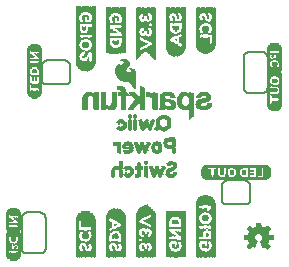
<source format=gbo>
G04 EAGLE Gerber RS-274X export*
G75*
%MOMM*%
%FSLAX34Y34*%
%LPD*%
%INSilkscreen Bottom*%
%IPPOS*%
%AMOC8*
5,1,8,0,0,1.08239X$1,22.5*%
G01*
%ADD10C,0.203200*%
%ADD11R,0.040000X3.880000*%
%ADD12R,0.040000X0.840000*%
%ADD13R,0.040000X2.800000*%
%ADD14R,0.040000X0.760000*%
%ADD15R,0.040000X0.320000*%
%ADD16R,0.040000X0.480000*%
%ADD17R,0.040000X0.160000*%
%ADD18R,0.040000X0.680000*%
%ADD19R,0.040000X0.200000*%
%ADD20R,0.040000X0.400000*%
%ADD21R,0.040000X0.120000*%
%ADD22R,0.040000X0.640000*%
%ADD23R,0.040000X0.360000*%
%ADD24R,0.040000X0.560000*%
%ADD25R,0.040000X0.600000*%
%ADD26R,0.040000X0.520000*%
%ADD27R,0.040000X0.280000*%
%ADD28R,0.040000X0.240000*%
%ADD29R,0.040000X0.720000*%
%ADD30R,0.040000X0.440000*%
%ADD31R,0.040000X0.040000*%
%ADD32R,0.040000X0.080000*%
%ADD33R,0.040000X0.800000*%
%ADD34R,0.040000X3.280000*%
%ADD35R,0.040000X3.400000*%
%ADD36R,0.040000X3.480000*%
%ADD37R,0.040000X3.560000*%
%ADD38R,0.040000X3.600000*%
%ADD39R,0.040000X3.640000*%
%ADD40R,0.040000X3.680000*%
%ADD41R,0.040000X1.800000*%
%ADD42R,0.040000X1.240000*%
%ADD43R,0.040000X1.280000*%
%ADD44R,0.040000X1.320000*%
%ADD45R,0.040000X0.920000*%
%ADD46R,0.040000X3.520000*%
%ADD47R,0.040000X3.720000*%
%ADD48R,0.040000X3.800000*%
%ADD49R,0.040000X3.840000*%
%ADD50R,0.040000X3.920000*%
%ADD51R,0.040000X3.040000*%
%ADD52R,0.040000X1.160000*%
%ADD53R,0.040000X1.120000*%
%ADD54R,0.040000X1.080000*%
%ADD55R,0.040000X1.040000*%
%ADD56R,0.040000X1.000000*%
%ADD57R,0.040000X0.960000*%
%ADD58R,0.040000X0.880000*%
%ADD59R,0.030000X1.830000*%
%ADD60R,0.030000X2.010000*%
%ADD61R,0.020000X2.130000*%
%ADD62R,0.040000X2.250000*%
%ADD63R,0.030000X2.310000*%
%ADD64R,0.030000X2.370000*%
%ADD65R,0.020000X2.430000*%
%ADD66R,0.030000X0.930000*%
%ADD67R,0.030000X0.540000*%
%ADD68R,0.030000X0.750000*%
%ADD69R,0.040000X0.570000*%
%ADD70R,0.040000X0.150000*%
%ADD71R,0.040000X0.390000*%
%ADD72R,0.040000X0.660000*%
%ADD73R,0.030000X0.570000*%
%ADD74R,0.030000X0.120000*%
%ADD75R,0.030000X0.300000*%
%ADD76R,0.030000X0.600000*%
%ADD77R,0.030000X0.240000*%
%ADD78R,0.030000X0.090000*%
%ADD79R,0.030000X0.210000*%
%ADD80R,0.040000X0.630000*%
%ADD81R,0.040000X0.090000*%
%ADD82R,0.040000X0.060000*%
%ADD83R,0.030000X0.630000*%
%ADD84R,0.030000X0.660000*%
%ADD85R,0.030000X0.270000*%
%ADD86R,0.030000X0.720000*%
%ADD87R,0.030000X1.110000*%
%ADD88R,0.030000X0.150000*%
%ADD89R,0.030000X1.140000*%
%ADD90R,0.040000X0.180000*%
%ADD91R,0.040000X1.140000*%
%ADD92R,0.030000X0.060000*%
%ADD93R,0.030000X0.030000*%
%ADD94R,0.040000X0.030000*%
%ADD95R,0.040000X1.110000*%
%ADD96R,0.030000X1.080000*%
%ADD97R,0.030000X0.690000*%
%ADD98R,0.040000X0.780000*%
%ADD99R,0.030000X0.870000*%
%ADD100R,0.030000X2.430000*%
%ADD101R,0.030000X2.250000*%
%ADD102R,0.030000X2.130000*%
%ADD103R,0.200000X0.050000*%
%ADD104R,0.250000X0.050000*%
%ADD105R,0.300000X0.050000*%
%ADD106R,0.350000X0.050000*%
%ADD107R,0.550000X0.050000*%
%ADD108R,0.750000X0.050000*%
%ADD109R,0.850000X0.050000*%
%ADD110R,0.950000X0.050000*%
%ADD111R,1.050000X0.050000*%
%ADD112R,0.100000X0.050000*%
%ADD113R,0.150000X0.050000*%
%ADD114R,1.150000X0.050000*%
%ADD115R,0.450000X0.050000*%
%ADD116R,0.400000X0.050000*%
%ADD117R,0.650000X0.050000*%
%ADD118R,0.800000X0.050000*%
%ADD119R,0.350000X0.060000*%
%ADD120R,1.200000X0.060000*%
%ADD121R,0.300000X0.060000*%
%ADD122R,0.100000X0.060000*%
%ADD123R,1.100000X0.050000*%
%ADD124R,0.450000X0.060000*%
%ADD125R,0.500000X0.060000*%
%ADD126R,0.250000X0.060000*%
%ADD127R,1.300000X0.050000*%
%ADD128R,1.250000X0.050000*%
%ADD129R,1.200000X0.050000*%
%ADD130R,0.700000X0.060000*%
%ADD131R,0.550000X0.060000*%
%ADD132R,0.030000X3.690000*%
%ADD133R,0.030000X3.870000*%
%ADD134R,0.020000X3.990000*%
%ADD135R,0.040000X4.110000*%
%ADD136R,0.030000X4.170000*%
%ADD137R,0.030000X4.230000*%
%ADD138R,0.020000X4.290000*%
%ADD139R,0.030000X4.350000*%
%ADD140R,0.040000X0.330000*%
%ADD141R,0.030000X0.450000*%
%ADD142R,0.030000X0.420000*%
%ADD143R,0.030000X0.510000*%
%ADD144R,0.030000X0.480000*%
%ADD145R,0.040000X0.420000*%
%ADD146R,0.040000X0.450000*%
%ADD147R,0.030000X0.180000*%
%ADD148R,0.030000X0.390000*%
%ADD149R,0.030000X0.360000*%
%ADD150R,0.040000X0.300000*%
%ADD151R,0.040000X0.270000*%
%ADD152R,0.040000X0.540000*%
%ADD153R,0.030000X4.290000*%
%ADD154R,0.030000X4.110000*%
%ADD155R,0.030000X3.990000*%
%ADD156R,5.130000X0.030000*%
%ADD157R,5.310000X0.030000*%
%ADD158R,5.430000X0.020000*%
%ADD159R,5.490000X0.040000*%
%ADD160R,5.550000X0.030000*%
%ADD161R,5.610000X0.030000*%
%ADD162R,5.670000X0.020000*%
%ADD163R,3.180000X0.030000*%
%ADD164R,2.400000X0.030000*%
%ADD165R,0.570000X0.040000*%
%ADD166R,0.480000X0.040000*%
%ADD167R,0.090000X0.040000*%
%ADD168R,0.810000X0.040000*%
%ADD169R,0.300000X0.040000*%
%ADD170R,0.330000X0.040000*%
%ADD171R,0.540000X0.040000*%
%ADD172R,0.600000X0.030000*%
%ADD173R,0.450000X0.030000*%
%ADD174R,0.090000X0.030000*%
%ADD175R,0.690000X0.030000*%
%ADD176R,0.240000X0.030000*%
%ADD177R,0.330000X0.030000*%
%ADD178R,0.060000X0.030000*%
%ADD179R,0.540000X0.030000*%
%ADD180R,0.210000X0.030000*%
%ADD181R,0.630000X0.030000*%
%ADD182R,0.180000X0.030000*%
%ADD183R,0.630000X0.040000*%
%ADD184R,0.450000X0.040000*%
%ADD185R,0.150000X0.040000*%
%ADD186R,0.600000X0.040000*%
%ADD187R,0.120000X0.030000*%
%ADD188R,0.150000X0.030000*%
%ADD189R,0.360000X0.030000*%
%ADD190R,0.870000X0.030000*%
%ADD191R,0.660000X0.030000*%
%ADD192R,0.510000X0.030000*%
%ADD193R,0.420000X0.030000*%
%ADD194R,0.900000X0.030000*%
%ADD195R,0.390000X0.030000*%
%ADD196R,0.270000X0.030000*%
%ADD197R,0.660000X0.040000*%
%ADD198R,0.510000X0.040000*%
%ADD199R,0.270000X0.040000*%
%ADD200R,0.360000X0.040000*%
%ADD201R,0.900000X0.040000*%
%ADD202R,0.300000X0.030000*%
%ADD203R,0.210000X0.040000*%
%ADD204R,0.390000X0.040000*%
%ADD205R,0.420000X0.040000*%
%ADD206R,0.870000X0.040000*%
%ADD207R,0.570000X0.030000*%
%ADD208R,0.840000X0.030000*%
%ADD209R,0.480000X0.030000*%
%ADD210R,0.720000X0.040000*%
%ADD211R,0.810000X0.030000*%
%ADD212R,5.670000X0.030000*%
%ADD213R,5.490000X0.030000*%
%ADD214R,5.430000X0.030000*%
%ADD215R,0.900000X0.050000*%
%ADD216R,1.000000X0.050000*%
%ADD217R,0.500000X0.050000*%
%ADD218R,0.600000X0.050000*%
%ADD219R,0.700000X0.050000*%
%ADD220R,0.050000X0.050000*%
%ADD221R,0.950000X0.060000*%
%ADD222R,0.400000X0.060000*%
%ADD223R,0.600000X0.060000*%
%ADD224R,0.650000X0.060000*%
%ADD225R,0.040000X4.640000*%
%ADD226R,0.040000X4.760000*%
%ADD227R,0.040000X4.840000*%
%ADD228R,0.040000X4.920000*%
%ADD229R,0.040000X4.960000*%
%ADD230R,0.040000X5.000000*%
%ADD231R,0.040000X5.040000*%
%ADD232R,0.040000X2.080000*%
%ADD233R,0.040000X1.720000*%
%ADD234R,0.040000X4.880000*%
%ADD235R,0.040000X5.080000*%
%ADD236R,0.040000X5.160000*%
%ADD237R,0.040000X5.200000*%
%ADD238R,0.040000X5.240000*%
%ADD239R,0.040000X5.280000*%
%ADD240R,0.040000X3.760000*%
%ADD241R,0.040000X3.960000*%
%ADD242R,0.040000X4.000000*%
%ADD243R,0.040000X4.040000*%
%ADD244R,0.040000X1.920000*%
%ADD245R,0.040000X4.440000*%
%ADD246R,0.040000X4.400000*%
%ADD247R,0.040000X4.360000*%
%ADD248R,0.040000X4.320000*%
%ADD249R,0.040000X4.280000*%
%ADD250R,0.040000X4.240000*%
%ADD251R,0.040000X4.200000*%
%ADD252R,0.040000X2.000000*%
%ADD253R,0.030000X1.350000*%
%ADD254R,0.030000X1.530000*%
%ADD255R,0.020000X1.650000*%
%ADD256R,0.040000X1.770000*%
%ADD257R,0.030000X1.890000*%
%ADD258R,0.020000X1.950000*%
%ADD259R,0.030000X0.330000*%
%ADD260R,0.040000X0.210000*%
%ADD261R,0.030000X1.950000*%
%ADD262R,0.030000X1.770000*%
%ADD263R,0.030000X1.650000*%
%ADD264R,0.030000X2.730000*%
%ADD265R,0.030000X2.910000*%
%ADD266R,0.020000X3.030000*%
%ADD267R,0.040000X3.150000*%
%ADD268R,0.030000X3.210000*%
%ADD269R,0.030000X3.270000*%
%ADD270R,0.020000X3.330000*%
%ADD271R,0.030000X0.840000*%
%ADD272R,0.040000X0.690000*%
%ADD273R,0.030000X0.900000*%
%ADD274R,0.040000X0.900000*%
%ADD275R,0.040000X0.870000*%
%ADD276R,0.030000X0.810000*%
%ADD277R,0.040000X0.750000*%
%ADD278R,0.040000X0.510000*%
%ADD279R,0.030000X0.780000*%
%ADD280R,0.030000X3.330000*%
%ADD281R,0.030000X3.150000*%
%ADD282R,0.030000X3.030000*%

G36*
X229936Y27808D02*
X229936Y27808D01*
X230002Y27813D01*
X230020Y27824D01*
X230041Y27829D01*
X230126Y27889D01*
X230150Y27903D01*
X230153Y27908D01*
X230158Y27912D01*
X232358Y30212D01*
X232366Y30225D01*
X232379Y30235D01*
X232410Y30299D01*
X232446Y30361D01*
X232447Y30377D01*
X232454Y30391D01*
X232453Y30462D01*
X232459Y30533D01*
X232453Y30548D01*
X232452Y30564D01*
X232395Y30689D01*
X232393Y30693D01*
X232393Y30694D01*
X230525Y33309D01*
X230527Y33320D01*
X230536Y33333D01*
X230547Y33391D01*
X230556Y33412D01*
X230556Y33434D01*
X230562Y33467D01*
X230563Y33472D01*
X230563Y33473D01*
X230563Y33474D01*
X230563Y33484D01*
X230596Y33549D01*
X230652Y33606D01*
X230663Y33624D01*
X230675Y33633D01*
X230683Y33651D01*
X230723Y33704D01*
X230796Y33849D01*
X230852Y33906D01*
X230892Y33970D01*
X230936Y34033D01*
X230938Y34045D01*
X230943Y34053D01*
X230947Y34088D01*
X230963Y34174D01*
X230963Y34223D01*
X230992Y34270D01*
X231036Y34333D01*
X231038Y34345D01*
X231043Y34353D01*
X231047Y34388D01*
X231063Y34474D01*
X231063Y34584D01*
X231096Y34649D01*
X231152Y34706D01*
X231192Y34770D01*
X231236Y34833D01*
X231238Y34845D01*
X231243Y34853D01*
X231247Y34888D01*
X231253Y34921D01*
X231256Y34929D01*
X231256Y34937D01*
X231263Y34974D01*
X231263Y35023D01*
X231292Y35070D01*
X231336Y35133D01*
X231338Y35145D01*
X231343Y35153D01*
X231347Y35188D01*
X231363Y35274D01*
X231363Y35384D01*
X231392Y35442D01*
X234648Y36000D01*
X234666Y36007D01*
X234685Y36008D01*
X234745Y36041D01*
X234807Y36067D01*
X234820Y36082D01*
X234837Y36091D01*
X234876Y36147D01*
X234920Y36198D01*
X234925Y36217D01*
X234936Y36233D01*
X234958Y36344D01*
X234963Y36366D01*
X234962Y36370D01*
X234963Y36374D01*
X234963Y39574D01*
X234959Y39593D01*
X234961Y39612D01*
X234950Y39646D01*
X234949Y39652D01*
X234944Y39663D01*
X234939Y39676D01*
X234924Y39742D01*
X234911Y39757D01*
X234905Y39775D01*
X234857Y39823D01*
X234814Y39876D01*
X234796Y39883D01*
X234782Y39897D01*
X234676Y39937D01*
X234656Y39946D01*
X234652Y39946D01*
X234648Y39948D01*
X231436Y40498D01*
X231425Y40537D01*
X231424Y40542D01*
X231423Y40543D01*
X231363Y40663D01*
X231363Y40674D01*
X231360Y40689D01*
X231362Y40705D01*
X231342Y40775D01*
X231342Y40790D01*
X231334Y40804D01*
X231325Y40837D01*
X231324Y40842D01*
X231323Y40843D01*
X231263Y40963D01*
X231263Y40974D01*
X231260Y40989D01*
X231262Y41005D01*
X231225Y41137D01*
X231224Y41142D01*
X231223Y41143D01*
X231063Y41463D01*
X231063Y41474D01*
X231060Y41489D01*
X231062Y41505D01*
X231025Y41637D01*
X231024Y41642D01*
X231023Y41643D01*
X230923Y41843D01*
X230900Y41871D01*
X230863Y41925D01*
X230863Y41974D01*
X230846Y42048D01*
X230832Y42123D01*
X230826Y42133D01*
X230824Y42142D01*
X230801Y42170D01*
X230752Y42242D01*
X230696Y42298D01*
X230623Y42443D01*
X230600Y42471D01*
X230563Y42525D01*
X230563Y42574D01*
X230546Y42648D01*
X230542Y42670D01*
X232396Y45358D01*
X232402Y45374D01*
X232414Y45387D01*
X232434Y45454D01*
X232459Y45519D01*
X232458Y45537D01*
X232463Y45553D01*
X232450Y45622D01*
X232444Y45692D01*
X232435Y45706D01*
X232432Y45723D01*
X232361Y45829D01*
X232354Y45840D01*
X232353Y45840D01*
X232352Y45842D01*
X230152Y48042D01*
X230138Y48051D01*
X230127Y48065D01*
X230065Y48096D01*
X230005Y48133D01*
X229988Y48135D01*
X229973Y48142D01*
X229903Y48143D01*
X229833Y48149D01*
X229817Y48143D01*
X229800Y48143D01*
X229682Y48092D01*
X229671Y48088D01*
X229670Y48087D01*
X229669Y48086D01*
X226970Y46224D01*
X226952Y46242D01*
X226887Y46282D01*
X226825Y46326D01*
X226813Y46328D01*
X226805Y46333D01*
X226770Y46336D01*
X226684Y46353D01*
X226634Y46353D01*
X226622Y46361D01*
X226554Y46413D01*
X226409Y46485D01*
X226352Y46542D01*
X226287Y46582D01*
X226225Y46626D01*
X226213Y46628D01*
X226205Y46633D01*
X226170Y46636D01*
X226084Y46653D01*
X226034Y46653D01*
X226022Y46661D01*
X225954Y46713D01*
X225754Y46813D01*
X225738Y46817D01*
X225725Y46826D01*
X225591Y46852D01*
X225585Y46853D01*
X225584Y46853D01*
X225574Y46853D01*
X225454Y46913D01*
X225438Y46917D01*
X225425Y46926D01*
X225291Y46952D01*
X225285Y46953D01*
X225284Y46953D01*
X225234Y46953D01*
X225187Y46982D01*
X225125Y47026D01*
X225113Y47028D01*
X225105Y47033D01*
X225070Y47036D01*
X224984Y47053D01*
X224874Y47053D01*
X224816Y47082D01*
X224258Y50338D01*
X224250Y50356D01*
X224249Y50375D01*
X224217Y50434D01*
X224190Y50497D01*
X224176Y50510D01*
X224166Y50527D01*
X224111Y50566D01*
X224059Y50610D01*
X224040Y50615D01*
X224025Y50626D01*
X223914Y50647D01*
X223892Y50653D01*
X223888Y50652D01*
X223884Y50653D01*
X220684Y50653D01*
X220665Y50649D01*
X220646Y50651D01*
X220582Y50629D01*
X220516Y50613D01*
X220501Y50601D01*
X220482Y50595D01*
X220435Y50547D01*
X220382Y50503D01*
X220374Y50486D01*
X220361Y50472D01*
X220321Y50366D01*
X220312Y50345D01*
X220312Y50342D01*
X220310Y50338D01*
X219760Y47126D01*
X219721Y47115D01*
X219716Y47113D01*
X219715Y47113D01*
X219714Y47113D01*
X219594Y47053D01*
X219584Y47053D01*
X219568Y47049D01*
X219552Y47052D01*
X219421Y47015D01*
X219416Y47013D01*
X219415Y47013D01*
X219414Y47013D01*
X219294Y46953D01*
X219284Y46953D01*
X219268Y46949D01*
X219252Y46952D01*
X219121Y46915D01*
X219116Y46913D01*
X219115Y46913D01*
X219114Y46913D01*
X218994Y46853D01*
X218884Y46853D01*
X218810Y46836D01*
X218734Y46822D01*
X218725Y46816D01*
X218716Y46813D01*
X218688Y46791D01*
X218616Y46742D01*
X218559Y46685D01*
X218494Y46653D01*
X218484Y46653D01*
X218468Y46649D01*
X218452Y46652D01*
X218321Y46615D01*
X218316Y46613D01*
X218315Y46613D01*
X218314Y46613D01*
X218114Y46513D01*
X218087Y46490D01*
X218016Y46442D01*
X217959Y46385D01*
X217894Y46353D01*
X217884Y46353D01*
X217868Y46349D01*
X217852Y46352D01*
X217721Y46315D01*
X217716Y46313D01*
X217715Y46313D01*
X217714Y46313D01*
X217573Y46242D01*
X214899Y48086D01*
X214887Y48091D01*
X214878Y48100D01*
X214807Y48122D01*
X214738Y48149D01*
X214725Y48148D01*
X214713Y48152D01*
X214640Y48140D01*
X214566Y48134D01*
X214555Y48127D01*
X214542Y48125D01*
X214422Y48048D01*
X212122Y45848D01*
X212108Y45826D01*
X212088Y45810D01*
X212061Y45754D01*
X212027Y45703D01*
X212024Y45677D01*
X212013Y45654D01*
X212014Y45592D01*
X212007Y45531D01*
X212016Y45507D01*
X212016Y45481D01*
X212054Y45401D01*
X212065Y45368D01*
X212072Y45362D01*
X212077Y45351D01*
X214012Y42678D01*
X213972Y42598D01*
X213916Y42542D01*
X213876Y42477D01*
X213832Y42414D01*
X213830Y42403D01*
X213825Y42395D01*
X213821Y42360D01*
X213805Y42274D01*
X213805Y42224D01*
X213797Y42211D01*
X213745Y42143D01*
X213672Y41998D01*
X213616Y41942D01*
X213576Y41877D01*
X213532Y41814D01*
X213530Y41803D01*
X213525Y41795D01*
X213521Y41760D01*
X213505Y41674D01*
X213505Y41624D01*
X213476Y41577D01*
X213432Y41514D01*
X213430Y41503D01*
X213425Y41495D01*
X213421Y41460D01*
X213405Y41374D01*
X213405Y41263D01*
X213372Y41198D01*
X213316Y41142D01*
X213276Y41077D01*
X213232Y41014D01*
X213230Y41003D01*
X213225Y40995D01*
X213221Y40960D01*
X213205Y40874D01*
X213205Y40824D01*
X213176Y40777D01*
X213132Y40714D01*
X213130Y40703D01*
X213125Y40695D01*
X213121Y40660D01*
X213105Y40574D01*
X213105Y40495D01*
X209822Y39948D01*
X209803Y39940D01*
X209783Y39939D01*
X209724Y39907D01*
X209662Y39881D01*
X209649Y39866D01*
X209631Y39856D01*
X209593Y39801D01*
X209549Y39751D01*
X209543Y39731D01*
X209532Y39714D01*
X209516Y39633D01*
X209512Y39623D01*
X209512Y39611D01*
X209511Y39608D01*
X209505Y39583D01*
X209506Y39579D01*
X209505Y39574D01*
X209505Y36374D01*
X209509Y36355D01*
X209507Y36336D01*
X209529Y36271D01*
X209544Y36205D01*
X209557Y36190D01*
X209563Y36172D01*
X209611Y36124D01*
X209654Y36072D01*
X209672Y36064D01*
X209686Y36050D01*
X209792Y36010D01*
X209812Y36001D01*
X209816Y36001D01*
X209820Y36000D01*
X213108Y35436D01*
X213143Y35311D01*
X213144Y35305D01*
X213145Y35305D01*
X213145Y35304D01*
X213205Y35184D01*
X213205Y35174D01*
X213208Y35158D01*
X213206Y35142D01*
X213243Y35011D01*
X213244Y35005D01*
X213245Y35005D01*
X213245Y35004D01*
X213305Y34884D01*
X213305Y34874D01*
X213308Y34858D01*
X213306Y34842D01*
X213343Y34711D01*
X213344Y34705D01*
X213345Y34705D01*
X213345Y34704D01*
X213505Y34384D01*
X213505Y34374D01*
X213508Y34358D01*
X213506Y34342D01*
X213543Y34211D01*
X213544Y34205D01*
X213545Y34205D01*
X213545Y34204D01*
X213645Y34004D01*
X213668Y33976D01*
X213716Y33906D01*
X213772Y33849D01*
X213805Y33784D01*
X213805Y33774D01*
X213808Y33758D01*
X213806Y33742D01*
X213843Y33611D01*
X213844Y33605D01*
X213845Y33605D01*
X213845Y33604D01*
X213945Y33404D01*
X213968Y33376D01*
X214016Y33306D01*
X214026Y33295D01*
X212081Y30701D01*
X212071Y30679D01*
X212054Y30660D01*
X212036Y30600D01*
X212011Y30543D01*
X212012Y30518D01*
X212005Y30494D01*
X212016Y30433D01*
X212019Y30370D01*
X212031Y30348D01*
X212036Y30324D01*
X212087Y30249D01*
X212103Y30219D01*
X212110Y30214D01*
X212116Y30206D01*
X214416Y27906D01*
X214430Y27897D01*
X214441Y27883D01*
X214503Y27851D01*
X214563Y27814D01*
X214580Y27813D01*
X214595Y27805D01*
X214666Y27805D01*
X214735Y27798D01*
X214751Y27804D01*
X214768Y27804D01*
X214886Y27856D01*
X214897Y27860D01*
X214898Y27861D01*
X214899Y27861D01*
X217598Y29723D01*
X217616Y29706D01*
X217681Y29665D01*
X217743Y29621D01*
X217755Y29619D01*
X217763Y29614D01*
X217798Y29611D01*
X217813Y29608D01*
X217816Y29606D01*
X217881Y29565D01*
X217943Y29521D01*
X217955Y29519D01*
X217963Y29514D01*
X217998Y29511D01*
X218084Y29494D01*
X218134Y29494D01*
X218181Y29465D01*
X218243Y29421D01*
X218255Y29419D01*
X218263Y29414D01*
X218298Y29411D01*
X218313Y29408D01*
X218316Y29406D01*
X218381Y29365D01*
X218443Y29321D01*
X218455Y29319D01*
X218463Y29314D01*
X218498Y29311D01*
X218513Y29308D01*
X218516Y29306D01*
X218581Y29265D01*
X218643Y29221D01*
X218655Y29219D01*
X218663Y29214D01*
X218698Y29211D01*
X218727Y29205D01*
X218754Y29172D01*
X218773Y29164D01*
X218788Y29149D01*
X218851Y29129D01*
X218912Y29101D01*
X218933Y29102D01*
X218952Y29096D01*
X219018Y29106D01*
X219085Y29108D01*
X219103Y29118D01*
X219123Y29121D01*
X219178Y29159D01*
X219237Y29191D01*
X219249Y29208D01*
X219265Y29220D01*
X219322Y29312D01*
X219336Y29333D01*
X219337Y29338D01*
X219340Y29342D01*
X221340Y34742D01*
X221344Y34773D01*
X221356Y34801D01*
X221354Y34857D01*
X221361Y34914D01*
X221351Y34943D01*
X221350Y34974D01*
X221323Y35024D01*
X221304Y35077D01*
X221282Y35099D01*
X221267Y35126D01*
X221207Y35172D01*
X221180Y35198D01*
X221167Y35202D01*
X221154Y35213D01*
X220609Y35485D01*
X220452Y35642D01*
X220422Y35661D01*
X220354Y35713D01*
X220209Y35785D01*
X219896Y36098D01*
X219823Y36243D01*
X219800Y36271D01*
X219752Y36342D01*
X219596Y36498D01*
X219535Y36619D01*
X219444Y36894D01*
X219432Y36913D01*
X219423Y36943D01*
X219363Y37063D01*
X219363Y37174D01*
X219355Y37209D01*
X219344Y37294D01*
X219263Y37535D01*
X219263Y38312D01*
X219344Y38554D01*
X219347Y38590D01*
X219363Y38674D01*
X219363Y38859D01*
X219500Y39063D01*
X219513Y39098D01*
X219544Y39154D01*
X219628Y39406D01*
X219979Y39932D01*
X220326Y40279D01*
X220852Y40630D01*
X221104Y40714D01*
X221122Y40725D01*
X221136Y40728D01*
X221149Y40739D01*
X221194Y40758D01*
X221399Y40894D01*
X221584Y40894D01*
X221619Y40903D01*
X221704Y40914D01*
X221946Y40994D01*
X222537Y40994D01*
X222892Y40906D01*
X222928Y40905D01*
X222984Y40894D01*
X223169Y40894D01*
X223374Y40758D01*
X223409Y40745D01*
X223458Y40717D01*
X223460Y40716D01*
X223461Y40716D01*
X223464Y40714D01*
X223716Y40630D01*
X223943Y40479D01*
X224116Y40306D01*
X224142Y40289D01*
X224174Y40258D01*
X224443Y40079D01*
X224589Y39932D01*
X224940Y39406D01*
X225305Y38312D01*
X225305Y37835D01*
X225224Y37594D01*
X225221Y37558D01*
X225205Y37474D01*
X225205Y37263D01*
X225045Y36943D01*
X225039Y36921D01*
X225024Y36894D01*
X224933Y36619D01*
X224772Y36298D01*
X224616Y36142D01*
X224597Y36111D01*
X224545Y36043D01*
X224472Y35898D01*
X224359Y35785D01*
X224214Y35713D01*
X224187Y35690D01*
X224116Y35642D01*
X223959Y35485D01*
X223638Y35325D01*
X223364Y35233D01*
X223315Y35203D01*
X223262Y35181D01*
X223242Y35159D01*
X223217Y35143D01*
X223186Y35094D01*
X223149Y35051D01*
X223141Y35022D01*
X223125Y34996D01*
X223119Y34939D01*
X223105Y34883D01*
X223111Y34849D01*
X223108Y34824D01*
X223120Y34792D01*
X223128Y34742D01*
X225128Y29342D01*
X225154Y29304D01*
X225170Y29261D01*
X225201Y29233D01*
X225224Y29198D01*
X225264Y29175D01*
X225297Y29144D01*
X225337Y29132D01*
X225374Y29111D01*
X225419Y29108D01*
X225463Y29095D01*
X225504Y29102D01*
X225546Y29100D01*
X225589Y29117D01*
X225634Y29125D01*
X225675Y29153D01*
X225706Y29166D01*
X225723Y29186D01*
X225736Y29194D01*
X225784Y29194D01*
X225858Y29212D01*
X225934Y29225D01*
X225943Y29232D01*
X225952Y29234D01*
X225980Y29257D01*
X226052Y29306D01*
X226059Y29312D01*
X226134Y29325D01*
X226143Y29332D01*
X226152Y29334D01*
X226180Y29357D01*
X226252Y29406D01*
X226259Y29412D01*
X226334Y29425D01*
X226343Y29432D01*
X226352Y29434D01*
X226380Y29457D01*
X226452Y29506D01*
X226459Y29512D01*
X226534Y29525D01*
X226543Y29532D01*
X226552Y29534D01*
X226580Y29557D01*
X226652Y29606D01*
X226659Y29612D01*
X226734Y29625D01*
X226743Y29632D01*
X226752Y29634D01*
X226780Y29657D01*
X226852Y29706D01*
X226859Y29712D01*
X226934Y29725D01*
X226943Y29732D01*
X226952Y29734D01*
X226953Y29734D01*
X229669Y27861D01*
X229689Y27854D01*
X229705Y27840D01*
X229768Y27822D01*
X229830Y27798D01*
X229851Y27800D01*
X229872Y27795D01*
X229936Y27808D01*
G37*
G36*
X118140Y163291D02*
X118140Y163291D01*
X118191Y163293D01*
X118223Y163311D01*
X118259Y163319D01*
X118298Y163352D01*
X118343Y163376D01*
X118364Y163406D01*
X118392Y163429D01*
X118413Y163476D01*
X118443Y163518D01*
X118451Y163560D01*
X118463Y163588D01*
X118462Y163618D01*
X118470Y163660D01*
X118470Y176460D01*
X118466Y176478D01*
X118468Y176502D01*
X118268Y178302D01*
X118257Y178333D01*
X118251Y178380D01*
X118051Y178980D01*
X118038Y179000D01*
X118030Y179030D01*
X117730Y179630D01*
X117722Y179640D01*
X117716Y179656D01*
X117416Y180156D01*
X117402Y180170D01*
X117393Y180189D01*
X117316Y180259D01*
X117295Y180280D01*
X117290Y180282D01*
X117286Y180286D01*
X116802Y180576D01*
X116418Y180864D01*
X116383Y180879D01*
X116331Y180913D01*
X115331Y181313D01*
X115298Y181318D01*
X115253Y181335D01*
X114653Y181435D01*
X114626Y181433D01*
X114590Y181440D01*
X113790Y181440D01*
X113754Y181432D01*
X113698Y181429D01*
X113343Y181340D01*
X113190Y181340D01*
X113175Y181337D01*
X113160Y181339D01*
X113028Y181302D01*
X113021Y181301D01*
X113021Y181300D01*
X113020Y181300D01*
X112820Y181200D01*
X112801Y181184D01*
X112777Y181175D01*
X112735Y181129D01*
X112687Y181089D01*
X112677Y181067D01*
X112660Y181048D01*
X112642Y180988D01*
X112616Y180931D01*
X112618Y180906D01*
X112610Y180882D01*
X112621Y180820D01*
X112624Y180758D01*
X112636Y180736D01*
X112640Y180711D01*
X112689Y180638D01*
X112707Y180606D01*
X112715Y180601D01*
X112721Y180591D01*
X112821Y180491D01*
X112853Y180471D01*
X112920Y180420D01*
X113320Y180220D01*
X113343Y180214D01*
X113370Y180199D01*
X113585Y180128D01*
X113895Y179818D01*
X114045Y179592D01*
X114110Y179398D01*
X114110Y179222D01*
X114038Y179006D01*
X113878Y178685D01*
X113648Y178456D01*
X113412Y178298D01*
X112981Y178126D01*
X112552Y178040D01*
X111837Y178040D01*
X111146Y178213D01*
X110650Y178544D01*
X110329Y178945D01*
X110170Y179422D01*
X110170Y179982D01*
X110416Y180555D01*
X111076Y181309D01*
X111874Y182207D01*
X111875Y182209D01*
X111876Y182210D01*
X112576Y183010D01*
X112592Y183039D01*
X112622Y183075D01*
X113122Y183975D01*
X113133Y184013D01*
X113161Y184078D01*
X113361Y184978D01*
X113361Y185011D01*
X113370Y185060D01*
X113370Y185860D01*
X113362Y185897D01*
X113351Y185980D01*
X113051Y186880D01*
X113030Y186914D01*
X112999Y186981D01*
X112499Y187681D01*
X112473Y187704D01*
X112443Y187744D01*
X111543Y188544D01*
X111512Y188561D01*
X111472Y188594D01*
X110372Y189194D01*
X110336Y189204D01*
X110258Y189234D01*
X109158Y189434D01*
X109129Y189433D01*
X109090Y189440D01*
X108090Y189440D01*
X108053Y189432D01*
X107970Y189421D01*
X107070Y189121D01*
X107064Y189117D01*
X107057Y189116D01*
X106257Y188816D01*
X106242Y188806D01*
X106220Y188800D01*
X106054Y188717D01*
X105620Y188500D01*
X105598Y188482D01*
X105562Y188464D01*
X105162Y188164D01*
X105147Y188146D01*
X105121Y188129D01*
X105021Y188029D01*
X105008Y188007D01*
X104988Y187991D01*
X104962Y187934D01*
X104930Y187882D01*
X104927Y187856D01*
X104917Y187832D01*
X104919Y187771D01*
X104913Y187709D01*
X104922Y187685D01*
X104923Y187659D01*
X104953Y187605D01*
X104975Y187547D01*
X104994Y187530D01*
X105006Y187507D01*
X105057Y187472D01*
X105102Y187430D01*
X105127Y187422D01*
X105148Y187407D01*
X105232Y187391D01*
X105268Y187380D01*
X105278Y187382D01*
X105290Y187380D01*
X105590Y187380D01*
X105627Y187388D01*
X105710Y187399D01*
X105952Y187480D01*
X106143Y187480D01*
X106498Y187391D01*
X106506Y187391D01*
X106515Y187387D01*
X106966Y187297D01*
X107289Y187135D01*
X107610Y186895D01*
X107745Y186692D01*
X107829Y186440D01*
X107842Y186420D01*
X107850Y186390D01*
X107938Y186214D01*
X107989Y186060D01*
X107929Y185880D01*
X107928Y185867D01*
X107921Y185852D01*
X107837Y185516D01*
X107674Y185271D01*
X107666Y185251D01*
X107650Y185230D01*
X107478Y184885D01*
X107248Y184656D01*
X106979Y184476D01*
X106972Y184469D01*
X106962Y184464D01*
X106570Y184171D01*
X106299Y183990D01*
X105867Y183774D01*
X105600Y183640D01*
X105052Y183640D01*
X104859Y183705D01*
X104710Y183804D01*
X104570Y184222D01*
X104570Y184960D01*
X104558Y185010D01*
X104558Y185031D01*
X104557Y185055D01*
X104556Y185062D01*
X104539Y185094D01*
X104531Y185129D01*
X104498Y185169D01*
X104473Y185214D01*
X104443Y185235D01*
X104421Y185262D01*
X104373Y185284D01*
X104331Y185313D01*
X104295Y185319D01*
X104262Y185333D01*
X104211Y185331D01*
X104160Y185339D01*
X104119Y185328D01*
X104089Y185327D01*
X104062Y185312D01*
X104020Y185300D01*
X104009Y185295D01*
X103249Y184915D01*
X103220Y184900D01*
X103216Y184897D01*
X103106Y184813D01*
X102306Y183913D01*
X102291Y183885D01*
X102262Y183852D01*
X101562Y182652D01*
X101553Y182623D01*
X101532Y182588D01*
X101032Y181188D01*
X101029Y181162D01*
X101016Y181130D01*
X100716Y179530D01*
X100718Y179494D01*
X100710Y179439D01*
X100810Y177639D01*
X100820Y177607D01*
X100824Y177558D01*
X101324Y175758D01*
X101341Y175727D01*
X101358Y175675D01*
X102358Y173875D01*
X102375Y173857D01*
X102390Y173827D01*
X103090Y172927D01*
X103097Y172921D01*
X103101Y172913D01*
X103111Y172907D01*
X103121Y172891D01*
X103921Y172091D01*
X103931Y172085D01*
X103940Y172074D01*
X104740Y171374D01*
X104765Y171360D01*
X104794Y171334D01*
X105794Y170734D01*
X105819Y170726D01*
X105849Y170707D01*
X106849Y170307D01*
X106868Y170304D01*
X106890Y170293D01*
X107990Y169993D01*
X108007Y169993D01*
X108028Y169985D01*
X109228Y169785D01*
X109254Y169787D01*
X109290Y169780D01*
X111159Y169780D01*
X111656Y169697D01*
X112072Y169447D01*
X113022Y168687D01*
X113498Y168117D01*
X113510Y168107D01*
X113521Y168091D01*
X114799Y166814D01*
X115281Y166139D01*
X115301Y166121D01*
X115321Y166091D01*
X115909Y165503D01*
X116398Y164917D01*
X116410Y164907D01*
X116421Y164891D01*
X116902Y164410D01*
X117186Y164032D01*
X117204Y164017D01*
X117221Y163991D01*
X117495Y163718D01*
X117674Y163449D01*
X117693Y163431D01*
X117706Y163407D01*
X117756Y163372D01*
X117800Y163331D01*
X117826Y163323D01*
X117848Y163307D01*
X117929Y163292D01*
X117966Y163281D01*
X117977Y163282D01*
X117990Y163280D01*
X118090Y163280D01*
X118140Y163291D01*
G37*
G36*
X163829Y137791D02*
X163829Y137791D01*
X163891Y137793D01*
X163913Y137806D01*
X163939Y137810D01*
X164010Y137858D01*
X164043Y137876D01*
X164049Y137884D01*
X164059Y137891D01*
X164944Y138776D01*
X166428Y139963D01*
X166439Y139978D01*
X166459Y139991D01*
X167344Y140876D01*
X167828Y141263D01*
X167834Y141271D01*
X167843Y141276D01*
X167887Y141339D01*
X167935Y141399D01*
X167937Y141409D01*
X167943Y141418D01*
X167958Y141499D01*
X167963Y141510D01*
X167963Y141522D01*
X167970Y141560D01*
X167970Y160060D01*
X167969Y160064D01*
X167970Y160069D01*
X167950Y160149D01*
X167931Y160229D01*
X167928Y160232D01*
X167927Y160237D01*
X167873Y160299D01*
X167821Y160362D01*
X167816Y160364D01*
X167814Y160368D01*
X167682Y160429D01*
X167282Y160529D01*
X167274Y160529D01*
X167265Y160533D01*
X166765Y160633D01*
X166733Y160632D01*
X166690Y160640D01*
X166237Y160640D01*
X165882Y160729D01*
X165874Y160729D01*
X165865Y160733D01*
X165373Y160831D01*
X164982Y160929D01*
X164974Y160929D01*
X164965Y160933D01*
X163965Y161133D01*
X163963Y161133D01*
X163962Y161133D01*
X163878Y161130D01*
X163791Y161127D01*
X163790Y161127D01*
X163789Y161127D01*
X163715Y161086D01*
X163639Y161045D01*
X163638Y161044D01*
X163637Y161044D01*
X163589Y160975D01*
X163538Y160904D01*
X163538Y160903D01*
X163537Y160902D01*
X163510Y160760D01*
X163510Y159978D01*
X163359Y160129D01*
X163343Y160139D01*
X163328Y160157D01*
X162828Y160557D01*
X162807Y160567D01*
X162786Y160586D01*
X161786Y161186D01*
X161773Y161190D01*
X161653Y161235D01*
X160453Y161435D01*
X160426Y161433D01*
X160390Y161440D01*
X159690Y161440D01*
X159679Y161438D01*
X159665Y161439D01*
X158165Y161339D01*
X158128Y161328D01*
X158062Y161318D01*
X156662Y160818D01*
X156633Y160799D01*
X156586Y160781D01*
X155486Y160081D01*
X155459Y160053D01*
X155407Y160014D01*
X154507Y159014D01*
X154494Y158991D01*
X154469Y158964D01*
X153769Y157864D01*
X153757Y157828D01*
X153727Y157772D01*
X153327Y156472D01*
X153326Y156457D01*
X153318Y156440D01*
X153018Y155040D01*
X153019Y155016D01*
X153011Y154985D01*
X152911Y153485D01*
X152914Y153463D01*
X152911Y153433D01*
X153011Y152033D01*
X153018Y152009D01*
X153020Y151975D01*
X153320Y150675D01*
X153332Y150650D01*
X153339Y150614D01*
X153839Y149414D01*
X153849Y149399D01*
X153856Y149378D01*
X154456Y148278D01*
X154482Y148249D01*
X154521Y148191D01*
X155421Y147291D01*
X155443Y147278D01*
X155466Y147252D01*
X156566Y146452D01*
X156602Y146437D01*
X156670Y146399D01*
X157870Y145999D01*
X157900Y145996D01*
X157940Y145983D01*
X159440Y145783D01*
X159479Y145787D01*
X159553Y145785D01*
X161353Y146085D01*
X161389Y146100D01*
X161460Y146120D01*
X161590Y146185D01*
X162060Y146420D01*
X162070Y146428D01*
X162086Y146434D01*
X163086Y147034D01*
X163106Y147054D01*
X163187Y147122D01*
X163410Y147401D01*
X163410Y138160D01*
X163416Y138135D01*
X163413Y138109D01*
X163435Y138052D01*
X163449Y137991D01*
X163466Y137971D01*
X163475Y137947D01*
X163520Y137905D01*
X163559Y137858D01*
X163583Y137847D01*
X163602Y137830D01*
X163661Y137812D01*
X163718Y137787D01*
X163743Y137788D01*
X163768Y137780D01*
X163829Y137791D01*
G37*
G36*
X147820Y145787D02*
X147820Y145787D01*
X147865Y145787D01*
X148328Y145880D01*
X148790Y145880D01*
X148826Y145888D01*
X148882Y145891D01*
X149282Y145991D01*
X149302Y146001D01*
X149331Y146007D01*
X149831Y146207D01*
X149843Y146215D01*
X149860Y146220D01*
X150260Y146420D01*
X150276Y146433D01*
X150301Y146444D01*
X150581Y146631D01*
X150960Y146820D01*
X150989Y146844D01*
X151059Y146891D01*
X151359Y147191D01*
X151375Y147218D01*
X151406Y147249D01*
X151601Y147540D01*
X151894Y147932D01*
X151898Y147941D01*
X151906Y147949D01*
X152106Y148249D01*
X152107Y148250D01*
X152108Y148251D01*
X152163Y148385D01*
X152253Y148836D01*
X152430Y149190D01*
X152434Y149205D01*
X152443Y149218D01*
X152469Y149352D01*
X152470Y149359D01*
X152470Y149360D01*
X152470Y149822D01*
X152563Y150285D01*
X152563Y150295D01*
X152564Y150428D01*
X152364Y151528D01*
X152355Y151550D01*
X152351Y151580D01*
X152051Y152480D01*
X152034Y152507D01*
X152020Y152549D01*
X151620Y153249D01*
X151597Y153273D01*
X151537Y153349D01*
X150837Y153949D01*
X150811Y153963D01*
X150779Y153990D01*
X150079Y154390D01*
X150053Y154398D01*
X150024Y154416D01*
X149224Y154716D01*
X149205Y154719D01*
X149182Y154729D01*
X148382Y154929D01*
X148360Y154929D01*
X148332Y154938D01*
X147432Y155038D01*
X145638Y155237D01*
X144969Y155333D01*
X144303Y155523D01*
X143750Y155708D01*
X143350Y155948D01*
X143170Y156187D01*
X143170Y157070D01*
X143403Y157535D01*
X143459Y157591D01*
X143479Y157623D01*
X143530Y157690D01*
X143573Y157777D01*
X143980Y157980D01*
X144090Y157980D01*
X144105Y157983D01*
X144120Y157981D01*
X144252Y158018D01*
X144259Y158019D01*
X144259Y158020D01*
X144260Y158020D01*
X144380Y158080D01*
X146000Y158080D01*
X146865Y157648D01*
X147178Y157335D01*
X147238Y157214D01*
X147329Y156940D01*
X147342Y156920D01*
X147350Y156890D01*
X147410Y156770D01*
X147410Y156360D01*
X147421Y156310D01*
X147423Y156259D01*
X147441Y156227D01*
X147449Y156191D01*
X147482Y156152D01*
X147506Y156107D01*
X147536Y156086D01*
X147559Y156058D01*
X147606Y156037D01*
X147648Y156007D01*
X147690Y155999D01*
X147718Y155987D01*
X147748Y155988D01*
X147790Y155980D01*
X151690Y155980D01*
X151770Y155998D01*
X151850Y156015D01*
X151854Y156018D01*
X151859Y156019D01*
X151922Y156072D01*
X151986Y156122D01*
X151988Y156126D01*
X151992Y156129D01*
X152026Y156204D01*
X152061Y156278D01*
X152061Y156283D01*
X152063Y156288D01*
X152062Y156315D01*
X152065Y156423D01*
X151865Y157623D01*
X151855Y157646D01*
X151855Y157648D01*
X151854Y157668D01*
X151852Y157673D01*
X151851Y157680D01*
X151651Y158280D01*
X151631Y158312D01*
X151594Y158388D01*
X151306Y158772D01*
X151016Y159256D01*
X151004Y159268D01*
X150994Y159288D01*
X150694Y159688D01*
X150669Y159709D01*
X150662Y159722D01*
X150647Y159733D01*
X150618Y159764D01*
X150218Y160064D01*
X150202Y160071D01*
X150186Y160086D01*
X149186Y160686D01*
X149161Y160694D01*
X149131Y160713D01*
X148631Y160913D01*
X148602Y160917D01*
X148565Y160933D01*
X148088Y161028D01*
X147510Y161221D01*
X147485Y161223D01*
X147453Y161235D01*
X146859Y161334D01*
X146365Y161433D01*
X146333Y161432D01*
X146290Y161440D01*
X143990Y161440D01*
X143960Y161433D01*
X143915Y161433D01*
X143452Y161340D01*
X142890Y161340D01*
X142860Y161333D01*
X142815Y161333D01*
X142315Y161233D01*
X142289Y161221D01*
X142249Y161213D01*
X141781Y161026D01*
X141315Y160933D01*
X141289Y160921D01*
X141249Y160913D01*
X140749Y160713D01*
X140718Y160691D01*
X140662Y160664D01*
X139462Y159764D01*
X139437Y159734D01*
X139386Y159688D01*
X139086Y159288D01*
X139074Y159262D01*
X139050Y159230D01*
X138850Y158830D01*
X138847Y158816D01*
X138837Y158801D01*
X138637Y158301D01*
X138633Y158272D01*
X138617Y158235D01*
X138517Y157735D01*
X138518Y157703D01*
X138510Y157660D01*
X138510Y149050D01*
X138450Y148930D01*
X138446Y148915D01*
X138437Y148902D01*
X138411Y148768D01*
X138410Y148762D01*
X138410Y148761D01*
X138410Y148760D01*
X138410Y147950D01*
X138350Y147830D01*
X138346Y147815D01*
X138337Y147802D01*
X138328Y147756D01*
X138327Y147753D01*
X138327Y147751D01*
X138311Y147668D01*
X138310Y147662D01*
X138310Y147661D01*
X138310Y147660D01*
X138310Y147550D01*
X138250Y147430D01*
X138246Y147415D01*
X138237Y147402D01*
X138211Y147268D01*
X138210Y147262D01*
X138210Y147261D01*
X138210Y147260D01*
X138210Y147050D01*
X138178Y146985D01*
X138121Y146929D01*
X138081Y146864D01*
X138037Y146802D01*
X138035Y146790D01*
X138030Y146782D01*
X138026Y146745D01*
X138010Y146660D01*
X138010Y146560D01*
X138021Y146510D01*
X138023Y146459D01*
X138041Y146427D01*
X138049Y146391D01*
X138082Y146352D01*
X138106Y146307D01*
X138136Y146286D01*
X138159Y146258D01*
X138206Y146237D01*
X138248Y146207D01*
X138290Y146199D01*
X138318Y146187D01*
X138348Y146188D01*
X138390Y146180D01*
X142290Y146180D01*
X142340Y146191D01*
X142391Y146193D01*
X142423Y146211D01*
X142459Y146219D01*
X142498Y146252D01*
X142543Y146276D01*
X142564Y146306D01*
X142592Y146329D01*
X142613Y146376D01*
X142643Y146418D01*
X142651Y146460D01*
X142663Y146488D01*
X142663Y146498D01*
X142699Y146556D01*
X142743Y146618D01*
X142745Y146630D01*
X142750Y146638D01*
X142754Y146675D01*
X142756Y146689D01*
X142759Y146691D01*
X142799Y146756D01*
X142843Y146818D01*
X142845Y146830D01*
X142850Y146838D01*
X142854Y146875D01*
X142870Y146960D01*
X142870Y147109D01*
X142883Y147130D01*
X143021Y146991D01*
X143048Y146975D01*
X143079Y146944D01*
X143379Y146744D01*
X143415Y146730D01*
X143470Y146699D01*
X143722Y146615D01*
X143979Y146444D01*
X144015Y146430D01*
X144070Y146399D01*
X145270Y145999D01*
X145307Y145996D01*
X145390Y145980D01*
X145628Y145980D01*
X145870Y145899D01*
X145907Y145896D01*
X145990Y145880D01*
X146328Y145880D01*
X146570Y145799D01*
X146607Y145796D01*
X146690Y145780D01*
X147790Y145780D01*
X147820Y145787D01*
G37*
G36*
X116822Y146187D02*
X116822Y146187D01*
X116856Y146185D01*
X116906Y146207D01*
X116959Y146219D01*
X116984Y146240D01*
X117015Y146253D01*
X117062Y146305D01*
X117092Y146329D01*
X117099Y146345D01*
X117113Y146360D01*
X120769Y152266D01*
X121810Y151295D01*
X121810Y146560D01*
X121821Y146510D01*
X121823Y146459D01*
X121841Y146427D01*
X121849Y146391D01*
X121882Y146352D01*
X121906Y146307D01*
X121936Y146286D01*
X121959Y146258D01*
X122006Y146237D01*
X122048Y146207D01*
X122090Y146199D01*
X122118Y146187D01*
X122148Y146188D01*
X122190Y146180D01*
X126090Y146180D01*
X126140Y146191D01*
X126191Y146193D01*
X126223Y146211D01*
X126259Y146219D01*
X126298Y146252D01*
X126343Y146276D01*
X126364Y146306D01*
X126392Y146329D01*
X126413Y146376D01*
X126443Y146418D01*
X126451Y146460D01*
X126463Y146488D01*
X126462Y146518D01*
X126470Y146560D01*
X126470Y163960D01*
X126460Y164003D01*
X126460Y164048D01*
X126441Y164087D01*
X126431Y164129D01*
X126402Y164163D01*
X126382Y164203D01*
X126343Y164236D01*
X126321Y164262D01*
X126297Y164273D01*
X126270Y164295D01*
X122370Y166395D01*
X122315Y166410D01*
X122262Y166433D01*
X122232Y166432D01*
X122203Y166440D01*
X122147Y166429D01*
X122089Y166427D01*
X122063Y166412D01*
X122033Y166406D01*
X121988Y166371D01*
X121937Y166344D01*
X121920Y166319D01*
X121896Y166301D01*
X121870Y166249D01*
X121837Y166202D01*
X121831Y166168D01*
X121819Y166145D01*
X121820Y166110D01*
X121810Y166060D01*
X121810Y156605D01*
X117564Y161023D01*
X117497Y161067D01*
X117432Y161113D01*
X117424Y161114D01*
X117419Y161118D01*
X117386Y161122D01*
X117290Y161140D01*
X112690Y161140D01*
X112663Y161134D01*
X112636Y161136D01*
X112580Y161114D01*
X112521Y161101D01*
X112500Y161083D01*
X112474Y161073D01*
X112434Y161029D01*
X112388Y160991D01*
X112376Y160965D01*
X112358Y160945D01*
X112341Y160887D01*
X112317Y160832D01*
X112318Y160805D01*
X112310Y160778D01*
X112321Y160719D01*
X112323Y160659D01*
X112337Y160635D01*
X112342Y160608D01*
X112388Y160541D01*
X112406Y160507D01*
X112416Y160500D01*
X112424Y160489D01*
X117501Y155507D01*
X111772Y146768D01*
X111747Y146699D01*
X111717Y146632D01*
X111717Y146619D01*
X111713Y146606D01*
X111721Y146533D01*
X111723Y146459D01*
X111730Y146447D01*
X111731Y146434D01*
X111771Y146372D01*
X111806Y146307D01*
X111817Y146299D01*
X111825Y146288D01*
X111888Y146250D01*
X111948Y146207D01*
X111963Y146204D01*
X111973Y146198D01*
X112012Y146195D01*
X112090Y146180D01*
X116790Y146180D01*
X116822Y146187D01*
G37*
G36*
X77340Y146191D02*
X77340Y146191D01*
X77391Y146193D01*
X77423Y146211D01*
X77459Y146219D01*
X77498Y146252D01*
X77543Y146276D01*
X77564Y146306D01*
X77592Y146329D01*
X77613Y146376D01*
X77643Y146418D01*
X77651Y146460D01*
X77663Y146488D01*
X77662Y146518D01*
X77670Y146560D01*
X77670Y154536D01*
X77767Y155309D01*
X77866Y156003D01*
X77953Y156526D01*
X78206Y156948D01*
X78450Y157272D01*
X78829Y157500D01*
X79259Y157586D01*
X79798Y157676D01*
X80535Y157584D01*
X81056Y157497D01*
X81436Y157269D01*
X81777Y156842D01*
X82051Y156386D01*
X82318Y155762D01*
X82410Y154939D01*
X82410Y146560D01*
X82421Y146510D01*
X82423Y146459D01*
X82441Y146427D01*
X82449Y146391D01*
X82482Y146352D01*
X82506Y146307D01*
X82536Y146286D01*
X82559Y146258D01*
X82606Y146237D01*
X82648Y146207D01*
X82690Y146199D01*
X82718Y146187D01*
X82748Y146188D01*
X82790Y146180D01*
X86690Y146180D01*
X86740Y146191D01*
X86791Y146193D01*
X86823Y146211D01*
X86859Y146219D01*
X86898Y146252D01*
X86943Y146276D01*
X86964Y146306D01*
X86992Y146329D01*
X87013Y146376D01*
X87043Y146418D01*
X87051Y146460D01*
X87063Y146488D01*
X87062Y146518D01*
X87070Y146560D01*
X87070Y160760D01*
X87059Y160810D01*
X87057Y160861D01*
X87039Y160893D01*
X87031Y160929D01*
X86998Y160968D01*
X86974Y161013D01*
X86944Y161034D01*
X86921Y161062D01*
X86874Y161083D01*
X86832Y161113D01*
X86790Y161121D01*
X86762Y161133D01*
X86732Y161132D01*
X86690Y161140D01*
X82990Y161140D01*
X82940Y161129D01*
X82889Y161127D01*
X82857Y161109D01*
X82821Y161101D01*
X82782Y161068D01*
X82737Y161044D01*
X82716Y161014D01*
X82688Y160991D01*
X82667Y160944D01*
X82637Y160902D01*
X82629Y160860D01*
X82617Y160832D01*
X82618Y160802D01*
X82610Y160760D01*
X82610Y159778D01*
X82359Y160029D01*
X82343Y160039D01*
X82328Y160057D01*
X81828Y160457D01*
X81814Y160463D01*
X81801Y160476D01*
X81201Y160876D01*
X81165Y160890D01*
X81110Y160921D01*
X79910Y161321D01*
X79885Y161323D01*
X79853Y161335D01*
X79253Y161435D01*
X79226Y161433D01*
X79190Y161440D01*
X78590Y161440D01*
X78578Y161437D01*
X78563Y161439D01*
X77163Y161339D01*
X77133Y161330D01*
X77090Y161327D01*
X75990Y161027D01*
X75958Y161010D01*
X75905Y160992D01*
X75005Y160492D01*
X74977Y160466D01*
X74921Y160429D01*
X74221Y159729D01*
X74203Y159699D01*
X74168Y159662D01*
X73668Y158862D01*
X73655Y158825D01*
X73626Y158769D01*
X73326Y157769D01*
X73325Y157750D01*
X73316Y157728D01*
X73116Y156628D01*
X73117Y156611D01*
X73111Y156589D01*
X73011Y155289D01*
X73013Y155276D01*
X73010Y155260D01*
X73010Y146560D01*
X73021Y146510D01*
X73023Y146459D01*
X73041Y146427D01*
X73049Y146391D01*
X73082Y146352D01*
X73106Y146307D01*
X73136Y146286D01*
X73159Y146258D01*
X73206Y146237D01*
X73248Y146207D01*
X73290Y146199D01*
X73318Y146187D01*
X73348Y146188D01*
X73390Y146180D01*
X77290Y146180D01*
X77340Y146191D01*
G37*
G36*
X98317Y145881D02*
X98317Y145881D01*
X98354Y145892D01*
X98420Y145903D01*
X99520Y146303D01*
X99542Y146317D01*
X99575Y146328D01*
X100475Y146828D01*
X100498Y146849D01*
X100537Y146871D01*
X101237Y147471D01*
X101254Y147494D01*
X101322Y147575D01*
X101822Y148475D01*
X101832Y148508D01*
X101854Y148551D01*
X102154Y149551D01*
X102155Y149570D01*
X102164Y149592D01*
X102364Y150692D01*
X102363Y150721D01*
X102370Y150760D01*
X102370Y160760D01*
X102359Y160810D01*
X102357Y160861D01*
X102339Y160893D01*
X102331Y160929D01*
X102298Y160968D01*
X102274Y161013D01*
X102244Y161034D01*
X102221Y161062D01*
X102174Y161083D01*
X102132Y161113D01*
X102090Y161121D01*
X102062Y161133D01*
X102032Y161132D01*
X101990Y161140D01*
X98190Y161140D01*
X98140Y161129D01*
X98089Y161127D01*
X98057Y161109D01*
X98021Y161101D01*
X97982Y161068D01*
X97937Y161044D01*
X97916Y161014D01*
X97888Y160991D01*
X97867Y160944D01*
X97837Y160902D01*
X97829Y160860D01*
X97817Y160832D01*
X97818Y160802D01*
X97810Y160760D01*
X97810Y152784D01*
X97614Y151215D01*
X97530Y150714D01*
X97031Y150048D01*
X96651Y149820D01*
X96221Y149734D01*
X95682Y149644D01*
X94945Y149736D01*
X94424Y149823D01*
X94026Y150062D01*
X93703Y150385D01*
X93435Y150920D01*
X93161Y151560D01*
X93070Y152284D01*
X93070Y160760D01*
X93059Y160810D01*
X93057Y160861D01*
X93039Y160893D01*
X93031Y160929D01*
X92998Y160968D01*
X92974Y161013D01*
X92944Y161034D01*
X92921Y161062D01*
X92874Y161083D01*
X92832Y161113D01*
X92790Y161121D01*
X92762Y161133D01*
X92732Y161132D01*
X92690Y161140D01*
X88790Y161140D01*
X88740Y161129D01*
X88689Y161127D01*
X88657Y161109D01*
X88621Y161101D01*
X88582Y161068D01*
X88537Y161044D01*
X88516Y161014D01*
X88488Y160991D01*
X88467Y160944D01*
X88437Y160902D01*
X88429Y160860D01*
X88417Y160832D01*
X88418Y160802D01*
X88410Y160760D01*
X88410Y146560D01*
X88421Y146510D01*
X88423Y146459D01*
X88441Y146427D01*
X88449Y146391D01*
X88482Y146352D01*
X88506Y146307D01*
X88536Y146286D01*
X88559Y146258D01*
X88606Y146237D01*
X88648Y146207D01*
X88690Y146199D01*
X88718Y146187D01*
X88748Y146188D01*
X88790Y146180D01*
X92490Y146180D01*
X92540Y146191D01*
X92591Y146193D01*
X92623Y146211D01*
X92659Y146219D01*
X92698Y146252D01*
X92743Y146276D01*
X92764Y146306D01*
X92792Y146329D01*
X92813Y146376D01*
X92843Y146418D01*
X92851Y146460D01*
X92863Y146488D01*
X92862Y146518D01*
X92870Y146560D01*
X92870Y147501D01*
X93093Y147222D01*
X93120Y147201D01*
X93152Y147163D01*
X93652Y146763D01*
X93682Y146749D01*
X93720Y146720D01*
X94320Y146420D01*
X94334Y146417D01*
X94349Y146407D01*
X94849Y146207D01*
X94859Y146205D01*
X94870Y146199D01*
X95470Y145999D01*
X95499Y145997D01*
X95536Y145984D01*
X96233Y145884D01*
X96828Y145785D01*
X96863Y145787D01*
X96917Y145781D01*
X98317Y145881D01*
G37*
G36*
X176922Y145881D02*
X176922Y145881D01*
X176935Y145885D01*
X176953Y145885D01*
X178153Y146085D01*
X178168Y146092D01*
X178190Y146093D01*
X179290Y146393D01*
X179318Y146408D01*
X179360Y146420D01*
X179680Y146580D01*
X180360Y146920D01*
X180389Y146944D01*
X180440Y146974D01*
X181240Y147674D01*
X181258Y147699D01*
X181290Y147727D01*
X181990Y148627D01*
X182006Y148662D01*
X182043Y148719D01*
X182443Y149719D01*
X182448Y149753D01*
X182466Y149802D01*
X182666Y151102D01*
X182660Y151182D01*
X182657Y151261D01*
X182653Y151267D01*
X182652Y151275D01*
X182612Y151343D01*
X182574Y151413D01*
X182568Y151417D01*
X182564Y151424D01*
X182497Y151467D01*
X182432Y151513D01*
X182424Y151514D01*
X182418Y151518D01*
X182385Y151522D01*
X182290Y151540D01*
X178590Y151540D01*
X178540Y151529D01*
X178489Y151527D01*
X178457Y151509D01*
X178421Y151501D01*
X178382Y151468D01*
X178337Y151444D01*
X178316Y151414D01*
X178288Y151391D01*
X178267Y151344D01*
X178237Y151302D01*
X178229Y151260D01*
X178217Y151232D01*
X178218Y151202D01*
X178210Y151160D01*
X178210Y150633D01*
X178056Y150248D01*
X177818Y149932D01*
X177136Y149420D01*
X176628Y149335D01*
X176622Y149333D01*
X176615Y149333D01*
X176121Y149234D01*
X175606Y149148D01*
X175282Y149229D01*
X175246Y149229D01*
X175190Y149240D01*
X174837Y149240D01*
X174523Y149319D01*
X174191Y149485D01*
X173840Y149748D01*
X173633Y149954D01*
X173482Y150560D01*
X173549Y150827D01*
X173690Y151110D01*
X174002Y151344D01*
X174450Y151612D01*
X174996Y151795D01*
X176573Y152189D01*
X177565Y152387D01*
X177568Y152389D01*
X177573Y152389D01*
X178473Y152589D01*
X178493Y152599D01*
X178524Y152604D01*
X179324Y152904D01*
X179330Y152908D01*
X179340Y152911D01*
X180040Y153211D01*
X180055Y153222D01*
X180079Y153230D01*
X180779Y153630D01*
X180787Y153638D01*
X180801Y153644D01*
X181401Y154044D01*
X181402Y154045D01*
X181405Y154046D01*
X181506Y154149D01*
X181906Y154749D01*
X181917Y154777D01*
X181940Y154810D01*
X182240Y155510D01*
X182246Y155549D01*
X182252Y155568D01*
X182264Y155594D01*
X182264Y155604D01*
X182268Y155618D01*
X182368Y156518D01*
X182364Y156549D01*
X182369Y156592D01*
X182269Y157792D01*
X182257Y157829D01*
X182243Y157901D01*
X181843Y158901D01*
X181823Y158930D01*
X181776Y159010D01*
X181076Y159810D01*
X181057Y159824D01*
X181037Y159849D01*
X180337Y160449D01*
X180305Y160466D01*
X180260Y160500D01*
X179260Y161000D01*
X179223Y161009D01*
X179165Y161033D01*
X178165Y161233D01*
X178162Y161233D01*
X178158Y161234D01*
X177058Y161434D01*
X177029Y161433D01*
X176990Y161440D01*
X174690Y161440D01*
X174662Y161434D01*
X174622Y161434D01*
X173522Y161234D01*
X173505Y161227D01*
X173481Y161224D01*
X172481Y160924D01*
X172462Y160914D01*
X172436Y160907D01*
X171536Y160507D01*
X171508Y160487D01*
X171462Y160464D01*
X170662Y159864D01*
X170637Y159834D01*
X170586Y159788D01*
X169986Y158988D01*
X169974Y158962D01*
X169950Y158930D01*
X169450Y157930D01*
X169441Y157892D01*
X169415Y157823D01*
X169215Y156623D01*
X169220Y156541D01*
X169223Y156459D01*
X169226Y156455D01*
X169226Y156450D01*
X169267Y156379D01*
X169306Y156307D01*
X169310Y156304D01*
X169313Y156300D01*
X169381Y156254D01*
X169448Y156207D01*
X169453Y156206D01*
X169457Y156204D01*
X169485Y156200D01*
X169590Y156180D01*
X173290Y156180D01*
X173303Y156183D01*
X173317Y156181D01*
X173387Y156202D01*
X173459Y156219D01*
X173469Y156228D01*
X173482Y156232D01*
X173536Y156283D01*
X173592Y156329D01*
X173598Y156342D01*
X173608Y156351D01*
X173663Y156485D01*
X173756Y156951D01*
X173928Y157382D01*
X174064Y157586D01*
X174281Y157731D01*
X174646Y157913D01*
X175063Y158080D01*
X176628Y158080D01*
X176870Y157999D01*
X176883Y157998D01*
X176898Y157991D01*
X177284Y157895D01*
X177446Y157841D01*
X177710Y157445D01*
X177710Y157207D01*
X177640Y156927D01*
X177418Y156632D01*
X177089Y156385D01*
X176544Y156112D01*
X176005Y155933D01*
X175243Y155837D01*
X175224Y155830D01*
X175198Y155829D01*
X172802Y155230D01*
X171908Y155031D01*
X171872Y155014D01*
X171801Y154990D01*
X170401Y154190D01*
X170381Y154171D01*
X170347Y154152D01*
X169747Y153652D01*
X169723Y153621D01*
X169718Y153616D01*
X169717Y153615D01*
X169674Y153571D01*
X169274Y152971D01*
X169263Y152943D01*
X169241Y152910D01*
X168941Y152210D01*
X168934Y152171D01*
X168912Y152102D01*
X168812Y151202D01*
X168817Y151164D01*
X168814Y151102D01*
X169014Y149802D01*
X169026Y149773D01*
X169033Y149730D01*
X169433Y148630D01*
X169454Y148597D01*
X169486Y148532D01*
X170086Y147732D01*
X170111Y147711D01*
X170140Y147674D01*
X170940Y146974D01*
X170973Y146956D01*
X171020Y146920D01*
X172020Y146420D01*
X172050Y146413D01*
X172090Y146393D01*
X173190Y146093D01*
X173207Y146093D01*
X173228Y146085D01*
X174428Y145885D01*
X174442Y145886D01*
X174458Y145881D01*
X175658Y145781D01*
X175685Y145785D01*
X175722Y145781D01*
X176922Y145881D01*
G37*
G36*
X109740Y146191D02*
X109740Y146191D01*
X109791Y146193D01*
X109823Y146211D01*
X109859Y146219D01*
X109898Y146252D01*
X109943Y146276D01*
X109964Y146306D01*
X109992Y146329D01*
X110013Y146376D01*
X110043Y146418D01*
X110051Y146460D01*
X110063Y146488D01*
X110062Y146518D01*
X110070Y146560D01*
X110070Y157780D01*
X113590Y157780D01*
X113641Y157792D01*
X113694Y157794D01*
X113724Y157811D01*
X113759Y157819D01*
X113799Y157853D01*
X113845Y157878D01*
X113865Y157907D01*
X113892Y157929D01*
X113914Y157977D01*
X113944Y158021D01*
X113949Y158055D01*
X113963Y158088D01*
X113961Y158140D01*
X113969Y158192D01*
X113958Y158225D01*
X113957Y158261D01*
X113932Y158307D01*
X113915Y158357D01*
X113888Y158387D01*
X113874Y158413D01*
X113848Y158431D01*
X113818Y158464D01*
X113440Y158748D01*
X111859Y160329D01*
X111839Y160341D01*
X111818Y160364D01*
X111462Y160632D01*
X111194Y160988D01*
X111182Y160999D01*
X111174Y161013D01*
X111116Y161054D01*
X111061Y161099D01*
X111046Y161103D01*
X111032Y161113D01*
X110905Y161137D01*
X110893Y161140D01*
X110892Y161140D01*
X110890Y161140D01*
X110070Y161140D01*
X110070Y162760D01*
X110064Y162786D01*
X110046Y162894D01*
X109746Y163694D01*
X109742Y163700D01*
X109740Y163710D01*
X109440Y164410D01*
X109416Y164441D01*
X109382Y164503D01*
X108882Y165103D01*
X108852Y165126D01*
X108811Y165169D01*
X108111Y165669D01*
X108087Y165679D01*
X108060Y165700D01*
X107260Y166100D01*
X107233Y166107D01*
X107199Y166124D01*
X106199Y166424D01*
X106160Y166427D01*
X106090Y166440D01*
X103190Y166440D01*
X103175Y166437D01*
X103160Y166439D01*
X103028Y166402D01*
X103021Y166401D01*
X103021Y166400D01*
X103020Y166400D01*
X102820Y166300D01*
X102781Y166268D01*
X102737Y166244D01*
X102716Y166213D01*
X102687Y166189D01*
X102666Y166143D01*
X102637Y166102D01*
X102629Y166059D01*
X102616Y166031D01*
X102617Y166015D01*
X102618Y166001D01*
X102610Y165960D01*
X102610Y163160D01*
X102621Y163110D01*
X102623Y163059D01*
X102641Y163027D01*
X102649Y162991D01*
X102682Y162952D01*
X102706Y162907D01*
X102736Y162886D01*
X102759Y162858D01*
X102806Y162837D01*
X102848Y162807D01*
X102890Y162799D01*
X102918Y162787D01*
X102948Y162788D01*
X102990Y162780D01*
X104643Y162780D01*
X104957Y162701D01*
X105230Y162565D01*
X105361Y162369D01*
X105410Y162270D01*
X105410Y161960D01*
X105418Y161924D01*
X105421Y161868D01*
X105510Y161513D01*
X105510Y161140D01*
X103190Y161140D01*
X103140Y161129D01*
X103089Y161127D01*
X103057Y161109D01*
X103021Y161101D01*
X102982Y161068D01*
X102937Y161044D01*
X102916Y161014D01*
X102888Y160991D01*
X102867Y160944D01*
X102837Y160902D01*
X102829Y160860D01*
X102817Y160832D01*
X102818Y160802D01*
X102810Y160760D01*
X102810Y158160D01*
X102821Y158110D01*
X102823Y158059D01*
X102841Y158027D01*
X102849Y157991D01*
X102882Y157952D01*
X102906Y157907D01*
X102936Y157886D01*
X102959Y157858D01*
X103006Y157837D01*
X103048Y157807D01*
X103090Y157799D01*
X103118Y157787D01*
X103148Y157788D01*
X103190Y157780D01*
X105510Y157780D01*
X105510Y146560D01*
X105521Y146510D01*
X105523Y146459D01*
X105541Y146427D01*
X105549Y146391D01*
X105582Y146352D01*
X105606Y146307D01*
X105636Y146286D01*
X105659Y146258D01*
X105706Y146237D01*
X105748Y146207D01*
X105790Y146199D01*
X105818Y146187D01*
X105848Y146188D01*
X105890Y146180D01*
X109690Y146180D01*
X109740Y146191D01*
G37*
G36*
X136740Y146191D02*
X136740Y146191D01*
X136791Y146193D01*
X136823Y146211D01*
X136859Y146219D01*
X136898Y146252D01*
X136943Y146276D01*
X136964Y146306D01*
X136992Y146329D01*
X137013Y146376D01*
X137043Y146418D01*
X137051Y146460D01*
X137063Y146488D01*
X137062Y146518D01*
X137070Y146560D01*
X137070Y160060D01*
X137067Y160073D01*
X137069Y160087D01*
X137048Y160157D01*
X137031Y160229D01*
X137022Y160239D01*
X137018Y160252D01*
X136967Y160306D01*
X136921Y160362D01*
X136908Y160368D01*
X136899Y160378D01*
X136765Y160433D01*
X136273Y160531D01*
X135882Y160629D01*
X135846Y160629D01*
X135790Y160640D01*
X135328Y160640D01*
X134873Y160731D01*
X134482Y160829D01*
X134474Y160829D01*
X134465Y160833D01*
X133473Y161031D01*
X133082Y161129D01*
X133072Y161129D01*
X133062Y161133D01*
X132986Y161130D01*
X132909Y161132D01*
X132900Y161127D01*
X132889Y161127D01*
X132822Y161090D01*
X132753Y161057D01*
X132746Y161049D01*
X132737Y161044D01*
X132693Y160981D01*
X132645Y160921D01*
X132643Y160911D01*
X132637Y160902D01*
X132610Y160760D01*
X132610Y159344D01*
X132487Y159498D01*
X132484Y159500D01*
X132482Y159503D01*
X131982Y160103D01*
X131967Y160115D01*
X131963Y160122D01*
X131949Y160131D01*
X131928Y160157D01*
X131428Y160557D01*
X131404Y160568D01*
X131379Y160590D01*
X130679Y160990D01*
X130649Y160999D01*
X130610Y161021D01*
X130010Y161221D01*
X130003Y161221D01*
X129994Y161226D01*
X129294Y161426D01*
X129256Y161428D01*
X129190Y161440D01*
X127790Y161440D01*
X127716Y161423D01*
X127641Y161410D01*
X127631Y161403D01*
X127621Y161401D01*
X127592Y161377D01*
X127521Y161329D01*
X127520Y161328D01*
X127489Y161327D01*
X127457Y161309D01*
X127421Y161301D01*
X127382Y161268D01*
X127337Y161244D01*
X127316Y161214D01*
X127288Y161191D01*
X127267Y161144D01*
X127237Y161102D01*
X127229Y161060D01*
X127217Y161032D01*
X127218Y161002D01*
X127210Y160960D01*
X127210Y157360D01*
X127221Y157310D01*
X127223Y157259D01*
X127241Y157227D01*
X127249Y157191D01*
X127282Y157152D01*
X127306Y157107D01*
X127336Y157086D01*
X127359Y157058D01*
X127406Y157037D01*
X127448Y157007D01*
X127490Y156999D01*
X127518Y156987D01*
X127548Y156988D01*
X127590Y156980D01*
X127690Y156980D01*
X127705Y156983D01*
X127720Y156981D01*
X127852Y157018D01*
X127859Y157019D01*
X127859Y157020D01*
X127860Y157020D01*
X127980Y157080D01*
X128971Y157080D01*
X129925Y156984D01*
X130647Y156804D01*
X131242Y156464D01*
X131676Y155942D01*
X132037Y155311D01*
X132221Y154666D01*
X132410Y153818D01*
X132410Y146560D01*
X132421Y146510D01*
X132423Y146459D01*
X132441Y146427D01*
X132449Y146391D01*
X132482Y146352D01*
X132506Y146307D01*
X132536Y146286D01*
X132559Y146258D01*
X132606Y146237D01*
X132648Y146207D01*
X132690Y146199D01*
X132718Y146187D01*
X132748Y146188D01*
X132790Y146180D01*
X136690Y146180D01*
X136740Y146191D01*
G37*
%LPC*%
G36*
X159760Y149634D02*
X159760Y149634D01*
X159067Y149808D01*
X158563Y150228D01*
X158219Y150657D01*
X157943Y151302D01*
X157662Y152052D01*
X157570Y152784D01*
X157570Y154436D01*
X157662Y155168D01*
X157943Y155918D01*
X158218Y156559D01*
X158647Y157074D01*
X159172Y157424D01*
X159788Y157688D01*
X160587Y157777D01*
X161298Y157688D01*
X162000Y157425D01*
X162422Y157087D01*
X162862Y156559D01*
X163137Y155918D01*
X163418Y155168D01*
X163510Y154436D01*
X163510Y152807D01*
X163128Y151282D01*
X162869Y150677D01*
X162433Y150241D01*
X161908Y149804D01*
X161316Y149634D01*
X160493Y149543D01*
X159760Y149634D01*
G37*
%LPD*%
%LPC*%
G36*
X145928Y149140D02*
X145928Y149140D01*
X145465Y149233D01*
X145433Y149232D01*
X145390Y149240D01*
X144980Y149240D01*
X144660Y149400D01*
X144627Y149408D01*
X144582Y149429D01*
X144246Y149513D01*
X144032Y149656D01*
X143886Y149802D01*
X143706Y150071D01*
X143684Y150092D01*
X143659Y150129D01*
X143522Y150265D01*
X143351Y150780D01*
X143338Y150800D01*
X143330Y150830D01*
X143242Y151006D01*
X143170Y151222D01*
X143170Y152845D01*
X143420Y152720D01*
X143435Y152716D01*
X143448Y152707D01*
X143582Y152681D01*
X143589Y152680D01*
X143590Y152680D01*
X143700Y152680D01*
X143820Y152620D01*
X143835Y152616D01*
X143848Y152607D01*
X143982Y152581D01*
X143989Y152580D01*
X143990Y152580D01*
X144300Y152580D01*
X144420Y152520D01*
X144435Y152516D01*
X144448Y152507D01*
X144582Y152481D01*
X144589Y152480D01*
X144590Y152480D01*
X144728Y152480D01*
X144970Y152399D01*
X145007Y152396D01*
X145090Y152380D01*
X145428Y152380D01*
X145670Y152299D01*
X145707Y152296D01*
X145790Y152280D01*
X146100Y152280D01*
X146220Y152220D01*
X146235Y152216D01*
X146248Y152207D01*
X146382Y152181D01*
X146389Y152180D01*
X146390Y152180D01*
X146528Y152180D01*
X146744Y152108D01*
X146865Y152048D01*
X146921Y151991D01*
X146953Y151971D01*
X147020Y151920D01*
X147365Y151748D01*
X147421Y151691D01*
X147453Y151671D01*
X147520Y151620D01*
X147607Y151577D01*
X147810Y151170D01*
X147810Y151060D01*
X147813Y151045D01*
X147811Y151030D01*
X147848Y150898D01*
X147849Y150891D01*
X147850Y150891D01*
X147850Y150890D01*
X147910Y150770D01*
X147910Y150422D01*
X147829Y150180D01*
X147826Y150143D01*
X147810Y150060D01*
X147810Y149950D01*
X147778Y149885D01*
X147721Y149829D01*
X147713Y149815D01*
X147710Y149813D01*
X147707Y149805D01*
X147701Y149797D01*
X147650Y149730D01*
X147607Y149643D01*
X147520Y149600D01*
X147491Y149576D01*
X147421Y149529D01*
X147365Y149473D01*
X147100Y149340D01*
X146990Y149340D01*
X146975Y149337D01*
X146960Y149339D01*
X146828Y149302D01*
X146821Y149301D01*
X146821Y149300D01*
X146820Y149300D01*
X146700Y149240D01*
X146590Y149240D01*
X146575Y149237D01*
X146560Y149239D01*
X146428Y149202D01*
X146421Y149201D01*
X146421Y149200D01*
X146420Y149200D01*
X146345Y149163D01*
X146300Y149140D01*
X145928Y149140D01*
G37*
%LPD*%
D10*
X21590Y54610D02*
X21590Y29210D01*
X41910Y54610D02*
X41908Y54743D01*
X41902Y54876D01*
X41893Y55008D01*
X41879Y55141D01*
X41862Y55273D01*
X41841Y55404D01*
X41816Y55535D01*
X41787Y55664D01*
X41754Y55793D01*
X41718Y55921D01*
X41678Y56048D01*
X41634Y56174D01*
X41587Y56298D01*
X41536Y56421D01*
X41482Y56542D01*
X41424Y56662D01*
X41362Y56780D01*
X41297Y56896D01*
X41229Y57010D01*
X41158Y57122D01*
X41083Y57232D01*
X41005Y57340D01*
X40924Y57446D01*
X40840Y57549D01*
X40753Y57649D01*
X40664Y57747D01*
X40571Y57843D01*
X40475Y57936D01*
X40377Y58025D01*
X40277Y58112D01*
X40174Y58196D01*
X40068Y58277D01*
X39960Y58355D01*
X39850Y58430D01*
X39738Y58501D01*
X39624Y58569D01*
X39508Y58634D01*
X39390Y58696D01*
X39270Y58754D01*
X39149Y58808D01*
X39026Y58859D01*
X38902Y58906D01*
X38776Y58950D01*
X38649Y58990D01*
X38521Y59026D01*
X38392Y59059D01*
X38263Y59088D01*
X38132Y59113D01*
X38001Y59134D01*
X37869Y59151D01*
X37736Y59165D01*
X37604Y59174D01*
X37471Y59180D01*
X37338Y59182D01*
X41910Y29210D02*
X41908Y29077D01*
X41902Y28944D01*
X41893Y28812D01*
X41879Y28679D01*
X41862Y28547D01*
X41841Y28416D01*
X41816Y28285D01*
X41787Y28156D01*
X41754Y28027D01*
X41718Y27899D01*
X41678Y27772D01*
X41634Y27646D01*
X41587Y27522D01*
X41536Y27399D01*
X41482Y27278D01*
X41424Y27158D01*
X41362Y27040D01*
X41297Y26924D01*
X41229Y26810D01*
X41158Y26698D01*
X41083Y26588D01*
X41005Y26480D01*
X40924Y26374D01*
X40840Y26271D01*
X40753Y26171D01*
X40664Y26073D01*
X40571Y25977D01*
X40475Y25884D01*
X40377Y25795D01*
X40277Y25708D01*
X40174Y25624D01*
X40068Y25543D01*
X39960Y25465D01*
X39850Y25390D01*
X39738Y25319D01*
X39624Y25251D01*
X39508Y25186D01*
X39390Y25124D01*
X39270Y25066D01*
X39149Y25012D01*
X39026Y24961D01*
X38902Y24914D01*
X38776Y24870D01*
X38649Y24830D01*
X38521Y24794D01*
X38392Y24761D01*
X38263Y24732D01*
X38132Y24707D01*
X38001Y24686D01*
X37869Y24669D01*
X37736Y24655D01*
X37604Y24646D01*
X37471Y24640D01*
X37338Y24638D01*
X26162Y24638D02*
X26029Y24640D01*
X25896Y24646D01*
X25764Y24655D01*
X25631Y24669D01*
X25499Y24686D01*
X25368Y24707D01*
X25237Y24732D01*
X25108Y24761D01*
X24979Y24794D01*
X24851Y24830D01*
X24724Y24870D01*
X24598Y24914D01*
X24474Y24961D01*
X24351Y25012D01*
X24230Y25066D01*
X24110Y25124D01*
X23992Y25186D01*
X23876Y25251D01*
X23762Y25319D01*
X23650Y25390D01*
X23540Y25465D01*
X23432Y25543D01*
X23326Y25624D01*
X23223Y25708D01*
X23123Y25795D01*
X23025Y25884D01*
X22929Y25977D01*
X22836Y26073D01*
X22747Y26171D01*
X22660Y26271D01*
X22576Y26374D01*
X22495Y26480D01*
X22417Y26588D01*
X22342Y26698D01*
X22271Y26810D01*
X22203Y26924D01*
X22138Y27040D01*
X22076Y27158D01*
X22018Y27278D01*
X21964Y27399D01*
X21913Y27522D01*
X21866Y27646D01*
X21822Y27772D01*
X21782Y27899D01*
X21746Y28027D01*
X21713Y28156D01*
X21684Y28285D01*
X21659Y28416D01*
X21638Y28547D01*
X21621Y28679D01*
X21607Y28812D01*
X21598Y28944D01*
X21592Y29077D01*
X21590Y29210D01*
X21590Y54610D02*
X21592Y54743D01*
X21598Y54876D01*
X21607Y55008D01*
X21621Y55141D01*
X21638Y55273D01*
X21659Y55404D01*
X21684Y55535D01*
X21713Y55664D01*
X21746Y55793D01*
X21782Y55921D01*
X21822Y56048D01*
X21866Y56174D01*
X21913Y56298D01*
X21964Y56421D01*
X22018Y56542D01*
X22076Y56662D01*
X22138Y56780D01*
X22203Y56896D01*
X22271Y57010D01*
X22342Y57122D01*
X22417Y57232D01*
X22495Y57340D01*
X22576Y57446D01*
X22660Y57549D01*
X22747Y57649D01*
X22836Y57747D01*
X22929Y57843D01*
X23025Y57936D01*
X23123Y58025D01*
X23223Y58112D01*
X23326Y58196D01*
X23432Y58277D01*
X23540Y58355D01*
X23650Y58430D01*
X23762Y58501D01*
X23876Y58569D01*
X23992Y58634D01*
X24110Y58696D01*
X24230Y58754D01*
X24351Y58808D01*
X24474Y58859D01*
X24598Y58906D01*
X24724Y58950D01*
X24851Y58990D01*
X24979Y59026D01*
X25108Y59059D01*
X25237Y59088D01*
X25368Y59113D01*
X25499Y59134D01*
X25631Y59151D01*
X25764Y59165D01*
X25896Y59174D01*
X26029Y59180D01*
X26162Y59182D01*
X37338Y59182D01*
X37338Y24638D02*
X26162Y24638D01*
X41910Y29210D02*
X41910Y54610D01*
D11*
X93600Y213290D03*
X94000Y213290D03*
X94400Y213290D03*
X94800Y213290D03*
X95200Y213290D03*
X95600Y213290D03*
X96000Y213290D03*
D12*
X96400Y228490D03*
D13*
X96400Y207890D03*
D14*
X96800Y228890D03*
D15*
X96800Y219090D03*
D16*
X96800Y213090D03*
D17*
X96800Y207890D03*
D14*
X96800Y197690D03*
D18*
X97200Y229290D03*
D19*
X97200Y218890D03*
D20*
X97200Y213090D03*
D21*
X97200Y208090D03*
D18*
X97200Y197290D03*
D22*
X97600Y229490D03*
D17*
X97600Y218690D03*
D23*
X97600Y212890D03*
D21*
X97600Y208090D03*
D22*
X97600Y197090D03*
D24*
X98000Y229890D03*
D17*
X98000Y218690D03*
D23*
X98000Y212890D03*
D21*
X98000Y208090D03*
D25*
X98000Y196890D03*
D24*
X98400Y229890D03*
D17*
X98400Y218690D03*
D15*
X98400Y212690D03*
D21*
X98400Y208090D03*
D24*
X98400Y196690D03*
D26*
X98800Y230090D03*
D17*
X98800Y218690D03*
D27*
X98800Y212490D03*
D21*
X98800Y208090D03*
D26*
X98800Y196490D03*
D16*
X99200Y230290D03*
D27*
X99200Y222890D03*
D19*
X99200Y218890D03*
D28*
X99200Y212290D03*
D21*
X99200Y208090D03*
D28*
X99200Y203490D03*
D16*
X99200Y196290D03*
X99600Y230290D03*
D29*
X99600Y221490D03*
D28*
X99600Y212290D03*
D21*
X99600Y208090D03*
D27*
X99600Y203290D03*
D16*
X99600Y196290D03*
X100000Y230290D03*
D14*
X100000Y221690D03*
D19*
X100000Y212090D03*
D21*
X100000Y208090D03*
D15*
X100000Y203090D03*
D30*
X100000Y196090D03*
X100400Y230490D03*
D14*
X100400Y221690D03*
D17*
X100400Y211890D03*
D21*
X100400Y208090D03*
D23*
X100400Y202890D03*
D30*
X100400Y196090D03*
X100800Y230490D03*
D27*
X100800Y224490D03*
D17*
X100800Y218690D03*
D21*
X100800Y211690D03*
X100800Y208090D03*
D20*
X100800Y202690D03*
D30*
X100800Y196090D03*
X101200Y230490D03*
D28*
X101200Y224690D03*
D21*
X101200Y218490D03*
X101200Y211690D03*
X101200Y208090D03*
D20*
X101200Y202690D03*
D30*
X101200Y196090D03*
X101600Y230490D03*
D28*
X101600Y224690D03*
D21*
X101600Y218490D03*
D31*
X101600Y214890D03*
D32*
X101600Y211490D03*
D21*
X101600Y208090D03*
D20*
X101600Y202690D03*
D30*
X101600Y196090D03*
X102000Y230490D03*
D28*
X102000Y224690D03*
D21*
X102000Y218490D03*
D32*
X102000Y214690D03*
D31*
X102000Y211290D03*
D21*
X102000Y208090D03*
D20*
X102000Y202690D03*
D30*
X102000Y196090D03*
X102400Y230490D03*
D28*
X102400Y224690D03*
D21*
X102400Y218490D03*
D32*
X102400Y214690D03*
D21*
X102400Y208090D03*
D20*
X102400Y202690D03*
D30*
X102400Y196090D03*
X102800Y230490D03*
D20*
X102800Y223490D03*
D21*
X102800Y218490D03*
X102800Y214490D03*
X102800Y208090D03*
D23*
X102800Y202890D03*
D30*
X102800Y196090D03*
D16*
X103200Y230290D03*
D20*
X103200Y223490D03*
D21*
X103200Y218490D03*
D17*
X103200Y214290D03*
D21*
X103200Y208090D03*
D23*
X103200Y202890D03*
D30*
X103200Y196090D03*
D16*
X103600Y230290D03*
D23*
X103600Y223290D03*
D21*
X103600Y218490D03*
D19*
X103600Y214090D03*
D21*
X103600Y208090D03*
D15*
X103600Y203090D03*
D16*
X103600Y196290D03*
X104000Y230290D03*
D15*
X104000Y223090D03*
D21*
X104000Y218490D03*
D19*
X104000Y214090D03*
D21*
X104000Y208090D03*
D27*
X104000Y203290D03*
D16*
X104000Y196290D03*
D26*
X104400Y230090D03*
D19*
X104400Y222890D03*
D21*
X104400Y218490D03*
D28*
X104400Y213890D03*
D21*
X104400Y208090D03*
D17*
X104400Y203890D03*
D26*
X104400Y196490D03*
X104800Y230090D03*
D21*
X104800Y218490D03*
D27*
X104800Y213690D03*
D21*
X104800Y208090D03*
D26*
X104800Y196490D03*
D24*
X105200Y229890D03*
D21*
X105200Y218490D03*
D15*
X105200Y213490D03*
D21*
X105200Y208090D03*
D24*
X105200Y196690D03*
D25*
X105600Y229690D03*
D21*
X105600Y218490D03*
D15*
X105600Y213490D03*
D21*
X105600Y208090D03*
D25*
X105600Y196890D03*
D22*
X106000Y229490D03*
D17*
X106000Y218690D03*
D23*
X106000Y213290D03*
D21*
X106000Y208090D03*
D22*
X106000Y197090D03*
D29*
X106400Y229090D03*
D28*
X106400Y218690D03*
D30*
X106400Y213290D03*
D17*
X106400Y207890D03*
D29*
X106400Y197490D03*
D33*
X106800Y228690D03*
D15*
X106800Y219090D03*
D16*
X106800Y213090D03*
D19*
X106800Y208090D03*
D12*
X106800Y198090D03*
D11*
X107200Y213290D03*
X107600Y213290D03*
X108000Y213290D03*
X108400Y213290D03*
X108800Y213290D03*
X109200Y213290D03*
X109600Y213290D03*
D34*
X169800Y216290D03*
D35*
X170200Y215690D03*
D36*
X170600Y215290D03*
D37*
X171000Y214890D03*
D38*
X171400Y214690D03*
D39*
X171800Y214490D03*
D40*
X172200Y214290D03*
D29*
X172600Y229090D03*
D12*
X172600Y219290D03*
D41*
X172600Y204490D03*
D25*
X173000Y229690D03*
X173000Y219290D03*
D27*
X173000Y210890D03*
D42*
X173000Y201290D03*
D24*
X173400Y229890D03*
D30*
X173400Y219290D03*
D17*
X173400Y210690D03*
D42*
X173400Y201290D03*
D26*
X173800Y230090D03*
D15*
X173800Y219490D03*
D21*
X173800Y210490D03*
D42*
X173800Y200890D03*
D26*
X174200Y230090D03*
D27*
X174200Y219690D03*
D32*
X174200Y210290D03*
D42*
X174200Y200890D03*
D16*
X174600Y230290D03*
D27*
X174600Y220090D03*
D32*
X174600Y210290D03*
D43*
X174600Y200690D03*
D16*
X175000Y230290D03*
D17*
X175000Y224290D03*
D28*
X175000Y220290D03*
D21*
X175000Y210490D03*
D43*
X175000Y200690D03*
D16*
X175400Y230290D03*
D28*
X175400Y224290D03*
D27*
X175400Y220490D03*
X175400Y214490D03*
D17*
X175400Y210690D03*
D43*
X175400Y200690D03*
D16*
X175800Y230290D03*
D25*
X175800Y222490D03*
D20*
X175800Y214290D03*
D19*
X175800Y210890D03*
D44*
X175800Y200490D03*
D16*
X176200Y230290D03*
D24*
X176200Y222290D03*
D18*
X176200Y213290D03*
D44*
X176200Y200490D03*
D16*
X176600Y230290D03*
X176600Y221890D03*
D29*
X176600Y213490D03*
D44*
X176600Y200490D03*
D16*
X177000Y230290D03*
D27*
X177000Y221290D03*
D29*
X177000Y213490D03*
D44*
X177000Y200490D03*
D26*
X177400Y230090D03*
D19*
X177400Y220890D03*
D29*
X177400Y213490D03*
D44*
X177400Y200490D03*
D24*
X177800Y229890D03*
D21*
X177800Y220490D03*
D29*
X177800Y213490D03*
D44*
X177800Y200490D03*
D25*
X178200Y229690D03*
D21*
X178200Y220490D03*
D29*
X178200Y213490D03*
D44*
X178200Y200490D03*
D18*
X178600Y229290D03*
D32*
X178600Y220290D03*
D29*
X178600Y213490D03*
D44*
X178600Y200490D03*
D12*
X179000Y228490D03*
D21*
X179000Y220090D03*
D29*
X179000Y213490D03*
D44*
X179000Y200490D03*
D45*
X179400Y228090D03*
D21*
X179400Y220090D03*
D29*
X179400Y213490D03*
D44*
X179400Y200490D03*
D26*
X179800Y230090D03*
D15*
X179800Y224690D03*
D21*
X179800Y220090D03*
D18*
X179800Y213290D03*
D44*
X179800Y200490D03*
D16*
X180200Y230290D03*
D27*
X180200Y224490D03*
D17*
X180200Y219890D03*
D23*
X180200Y214490D03*
D17*
X180200Y210690D03*
D43*
X180200Y200690D03*
D16*
X180600Y230290D03*
D28*
X180600Y224290D03*
D17*
X180600Y219890D03*
D19*
X180600Y214490D03*
D21*
X180600Y210490D03*
D43*
X180600Y200690D03*
D30*
X181000Y230490D03*
D19*
X181000Y219690D03*
D21*
X181000Y210490D03*
D43*
X181000Y200690D03*
D16*
X181400Y230290D03*
D19*
X181400Y219690D03*
D32*
X181400Y210290D03*
D14*
X181400Y198490D03*
D16*
X181800Y230290D03*
D27*
X181800Y219690D03*
D32*
X181800Y210290D03*
D14*
X181800Y198490D03*
D26*
X182200Y230090D03*
D20*
X182200Y219490D03*
D21*
X182200Y210490D03*
D29*
X182200Y198690D03*
D25*
X182600Y229690D03*
D16*
X182600Y219490D03*
D28*
X182600Y210690D03*
D29*
X182600Y198690D03*
D22*
X183000Y229490D03*
X183000Y219490D03*
D15*
X183000Y211090D03*
D29*
X183000Y199090D03*
D40*
X183400Y214290D03*
D39*
X183800Y214490D03*
D38*
X184200Y214690D03*
D37*
X184600Y214890D03*
D36*
X185000Y215290D03*
D35*
X185400Y215690D03*
D34*
X185800Y216290D03*
D46*
X144400Y215090D03*
D39*
X144800Y214490D03*
D47*
X145200Y214090D03*
D48*
X145600Y213690D03*
D49*
X146000Y213490D03*
D11*
X146400Y213290D03*
D50*
X146800Y213090D03*
D29*
X147200Y229090D03*
D51*
X147200Y208290D03*
D22*
X147600Y229490D03*
D27*
X147600Y220890D03*
D33*
X147600Y209890D03*
D52*
X147600Y198490D03*
D24*
X148000Y229890D03*
D19*
X148000Y220490D03*
D18*
X148000Y209690D03*
D53*
X148000Y198290D03*
D26*
X148400Y230090D03*
D17*
X148400Y220290D03*
D24*
X148400Y209490D03*
D52*
X148400Y198090D03*
D26*
X148800Y230090D03*
D17*
X148800Y220290D03*
D26*
X148800Y209290D03*
D53*
X148800Y197890D03*
D16*
X149200Y230290D03*
D17*
X149200Y220290D03*
D30*
X149200Y209290D03*
D52*
X149200Y197690D03*
D16*
X149600Y230290D03*
D17*
X149600Y224290D03*
D19*
X149600Y220490D03*
D20*
X149600Y209090D03*
D53*
X149600Y197490D03*
D16*
X150000Y230290D03*
D28*
X150000Y224290D03*
X150000Y220690D03*
X150000Y215890D03*
D20*
X150000Y209090D03*
D53*
X150000Y197490D03*
D16*
X150400Y230290D03*
D25*
X150400Y222490D03*
D15*
X150400Y215490D03*
X150400Y209090D03*
D52*
X150400Y197290D03*
D16*
X150800Y230290D03*
D24*
X150800Y222290D03*
D23*
X150800Y215290D03*
D15*
X150800Y209090D03*
D53*
X150800Y197090D03*
D16*
X151200Y230290D03*
X151200Y221890D03*
D20*
X151200Y215090D03*
D28*
X151200Y209090D03*
D53*
X151200Y197090D03*
D26*
X151600Y230090D03*
D15*
X151600Y221090D03*
D20*
X151600Y215090D03*
D28*
X151600Y209090D03*
D54*
X151600Y196890D03*
D26*
X152000Y230090D03*
D19*
X152000Y220490D03*
D30*
X152000Y214890D03*
D19*
X152000Y209290D03*
D32*
X152000Y205090D03*
D54*
X152000Y196890D03*
D24*
X152400Y229890D03*
D17*
X152400Y220290D03*
D30*
X152400Y214890D03*
D19*
X152400Y209290D03*
D32*
X152400Y205090D03*
D55*
X152400Y196690D03*
D25*
X152800Y229690D03*
D21*
X152800Y220090D03*
D30*
X152800Y214890D03*
D17*
X152800Y209490D03*
D21*
X152800Y205290D03*
D55*
X152800Y196690D03*
D29*
X153200Y229090D03*
D21*
X153200Y220090D03*
D20*
X153200Y215090D03*
D17*
X153200Y209490D03*
X153200Y205090D03*
D56*
X153200Y196490D03*
D12*
X153600Y228490D03*
D21*
X153600Y220090D03*
D20*
X153600Y215090D03*
D21*
X153600Y209690D03*
D56*
X153600Y196490D03*
D57*
X154000Y227890D03*
D21*
X154000Y220090D03*
D20*
X154000Y215090D03*
D17*
X154000Y209890D03*
D57*
X154000Y196290D03*
D26*
X154400Y230090D03*
D15*
X154400Y224690D03*
D32*
X154400Y219890D03*
D23*
X154400Y215290D03*
D21*
X154400Y210090D03*
D57*
X154400Y196290D03*
D16*
X154800Y230290D03*
D27*
X154800Y224490D03*
D21*
X154800Y220090D03*
D15*
X154800Y215490D03*
D21*
X154800Y210090D03*
D58*
X154800Y196290D03*
D16*
X155200Y230290D03*
D28*
X155200Y224290D03*
D21*
X155200Y220090D03*
D17*
X155200Y215890D03*
D21*
X155200Y210490D03*
D58*
X155200Y196290D03*
D16*
X155600Y230290D03*
D21*
X155600Y220090D03*
D17*
X155600Y210690D03*
D20*
X155600Y205090D03*
D12*
X155600Y196090D03*
D16*
X156000Y230290D03*
D21*
X156000Y220090D03*
D17*
X156000Y211090D03*
D30*
X156000Y205290D03*
D33*
X156000Y196290D03*
D26*
X156400Y230090D03*
D17*
X156400Y220290D03*
X156400Y211090D03*
D16*
X156400Y205090D03*
D14*
X156400Y196090D03*
D26*
X156800Y230090D03*
D19*
X156800Y220490D03*
D28*
X156800Y211490D03*
D26*
X156800Y205290D03*
D29*
X156800Y196290D03*
D25*
X157200Y229690D03*
D28*
X157200Y220690D03*
D27*
X157200Y211690D03*
D24*
X157200Y205090D03*
D29*
X157200Y196290D03*
D18*
X157600Y229290D03*
D23*
X157600Y220890D03*
D30*
X157600Y212090D03*
D25*
X157600Y205290D03*
D14*
X157600Y196890D03*
D50*
X158000Y213090D03*
D11*
X158400Y213290D03*
D49*
X158800Y213490D03*
D48*
X159200Y213690D03*
D47*
X159600Y214090D03*
D39*
X160000Y214490D03*
D46*
X160400Y215090D03*
D59*
X21190Y32030D03*
D60*
X20890Y32030D03*
D61*
X20640Y32030D03*
D62*
X20340Y32030D03*
D63*
X19990Y32030D03*
D64*
X19690Y32030D03*
D65*
X19440Y32030D03*
D66*
X19190Y24230D03*
D67*
X19190Y33380D03*
D68*
X19190Y40730D03*
D69*
X18840Y22130D03*
D70*
X18840Y27530D03*
D71*
X18840Y32930D03*
D72*
X18840Y41480D03*
D73*
X18490Y22130D03*
D74*
X18490Y27380D03*
D75*
X18490Y32780D03*
D76*
X18490Y41780D03*
X18290Y21980D03*
D74*
X18290Y27380D03*
D77*
X18290Y32780D03*
D76*
X18290Y42080D03*
X17990Y21980D03*
D78*
X17990Y27230D03*
D79*
X17990Y32630D03*
D76*
X17990Y42080D03*
D80*
X17640Y21830D03*
D81*
X17640Y27230D03*
D82*
X17640Y29780D03*
D70*
X17640Y32630D03*
D80*
X17640Y42230D03*
D83*
X17290Y21830D03*
D78*
X17290Y27230D03*
D74*
X17290Y29780D03*
X17290Y32480D03*
D83*
X17290Y42230D03*
X17090Y21830D03*
D78*
X17090Y27230D03*
D74*
X17090Y29780D03*
D78*
X17090Y32330D03*
D79*
X17090Y36530D03*
D84*
X17090Y42080D03*
X16790Y21680D03*
D78*
X16790Y27230D03*
X16790Y29630D03*
X16790Y32330D03*
D85*
X16790Y36530D03*
D86*
X16790Y42080D03*
D72*
X16440Y21680D03*
D21*
X16440Y27380D03*
X16440Y29180D03*
X16440Y32180D03*
D54*
X16440Y40280D03*
D84*
X16090Y21680D03*
D85*
X16090Y28130D03*
D78*
X16090Y32030D03*
D87*
X16090Y40130D03*
D84*
X15790Y21680D03*
D79*
X15790Y27830D03*
D74*
X15790Y31880D03*
D87*
X15790Y40130D03*
D84*
X15590Y21680D03*
D88*
X15590Y27530D03*
X15590Y31730D03*
D89*
X15590Y39980D03*
D72*
X15240Y21680D03*
D21*
X15240Y27380D03*
D90*
X15240Y31580D03*
D91*
X15240Y39980D03*
D84*
X14890Y21680D03*
D78*
X14890Y27230D03*
D92*
X14890Y32180D03*
D89*
X14890Y39980D03*
D84*
X14690Y21680D03*
D78*
X14690Y27230D03*
D93*
X14690Y32330D03*
D89*
X14690Y39980D03*
D84*
X14390Y21680D03*
D78*
X14390Y27230D03*
D93*
X14390Y32330D03*
D87*
X14390Y40130D03*
D72*
X14040Y21680D03*
D81*
X14040Y27230D03*
D94*
X14040Y32330D03*
D95*
X14040Y40130D03*
D84*
X13690Y21680D03*
D74*
X13690Y27380D03*
D78*
X13690Y32330D03*
D96*
X13690Y40280D03*
D83*
X13390Y21830D03*
D76*
X13390Y29780D03*
D85*
X13390Y36530D03*
D97*
X13390Y41930D03*
D83*
X13190Y21830D03*
X13190Y29930D03*
D88*
X13190Y36530D03*
D84*
X13190Y42080D03*
D80*
X12840Y21830D03*
X12840Y29930D03*
X12840Y42230D03*
D76*
X12490Y21980D03*
D84*
X12490Y30080D03*
D76*
X12490Y42080D03*
X12290Y21980D03*
D97*
X12290Y30230D03*
D76*
X12290Y42080D03*
D73*
X11990Y22130D03*
D86*
X11990Y30380D03*
D73*
X11990Y41930D03*
D69*
X11640Y22130D03*
D98*
X11640Y30680D03*
D80*
X11640Y41630D03*
D73*
X11290Y22430D03*
D99*
X11290Y30830D03*
D84*
X11290Y41180D03*
D100*
X10990Y32030D03*
D64*
X10690Y32030D03*
D63*
X10390Y32030D03*
D101*
X10190Y32030D03*
D102*
X9890Y32030D03*
D60*
X9590Y32030D03*
D59*
X9290Y32030D03*
D10*
X43180Y187960D02*
X58420Y187960D01*
X62992Y172212D02*
X62990Y172079D01*
X62984Y171946D01*
X62975Y171814D01*
X62961Y171681D01*
X62944Y171549D01*
X62923Y171418D01*
X62898Y171287D01*
X62869Y171158D01*
X62836Y171029D01*
X62800Y170901D01*
X62760Y170774D01*
X62716Y170648D01*
X62669Y170524D01*
X62618Y170401D01*
X62564Y170280D01*
X62506Y170160D01*
X62444Y170042D01*
X62379Y169926D01*
X62311Y169812D01*
X62240Y169700D01*
X62165Y169590D01*
X62087Y169482D01*
X62006Y169376D01*
X61922Y169273D01*
X61835Y169173D01*
X61746Y169075D01*
X61653Y168979D01*
X61557Y168886D01*
X61459Y168797D01*
X61359Y168710D01*
X61256Y168626D01*
X61150Y168545D01*
X61042Y168467D01*
X60932Y168392D01*
X60820Y168321D01*
X60706Y168253D01*
X60590Y168188D01*
X60472Y168126D01*
X60352Y168068D01*
X60231Y168014D01*
X60108Y167963D01*
X59984Y167916D01*
X59858Y167872D01*
X59731Y167832D01*
X59603Y167796D01*
X59474Y167763D01*
X59345Y167734D01*
X59214Y167709D01*
X59083Y167688D01*
X58951Y167671D01*
X58818Y167657D01*
X58686Y167648D01*
X58553Y167642D01*
X58420Y167640D01*
X43180Y167640D02*
X43047Y167642D01*
X42914Y167648D01*
X42782Y167657D01*
X42649Y167671D01*
X42517Y167688D01*
X42386Y167709D01*
X42255Y167734D01*
X42126Y167763D01*
X41997Y167796D01*
X41869Y167832D01*
X41742Y167872D01*
X41616Y167916D01*
X41492Y167963D01*
X41369Y168014D01*
X41248Y168068D01*
X41128Y168126D01*
X41010Y168188D01*
X40894Y168253D01*
X40780Y168321D01*
X40668Y168392D01*
X40558Y168467D01*
X40450Y168545D01*
X40344Y168626D01*
X40241Y168710D01*
X40141Y168797D01*
X40043Y168886D01*
X39947Y168979D01*
X39854Y169075D01*
X39765Y169173D01*
X39678Y169273D01*
X39594Y169376D01*
X39513Y169482D01*
X39435Y169590D01*
X39360Y169700D01*
X39289Y169812D01*
X39221Y169926D01*
X39156Y170042D01*
X39094Y170160D01*
X39036Y170280D01*
X38982Y170401D01*
X38931Y170524D01*
X38884Y170648D01*
X38840Y170774D01*
X38800Y170901D01*
X38764Y171029D01*
X38731Y171158D01*
X38702Y171287D01*
X38677Y171418D01*
X38656Y171549D01*
X38639Y171681D01*
X38625Y171814D01*
X38616Y171946D01*
X38610Y172079D01*
X38608Y172212D01*
X38608Y183388D02*
X38610Y183521D01*
X38616Y183654D01*
X38625Y183786D01*
X38639Y183919D01*
X38656Y184051D01*
X38677Y184182D01*
X38702Y184313D01*
X38731Y184442D01*
X38764Y184571D01*
X38800Y184699D01*
X38840Y184826D01*
X38884Y184952D01*
X38931Y185076D01*
X38982Y185199D01*
X39036Y185320D01*
X39094Y185440D01*
X39156Y185558D01*
X39221Y185674D01*
X39289Y185788D01*
X39360Y185900D01*
X39435Y186010D01*
X39513Y186118D01*
X39594Y186224D01*
X39678Y186327D01*
X39765Y186427D01*
X39854Y186525D01*
X39947Y186621D01*
X40043Y186714D01*
X40141Y186803D01*
X40241Y186890D01*
X40344Y186974D01*
X40450Y187055D01*
X40558Y187133D01*
X40668Y187208D01*
X40780Y187279D01*
X40894Y187347D01*
X41010Y187412D01*
X41128Y187474D01*
X41248Y187532D01*
X41369Y187586D01*
X41492Y187637D01*
X41616Y187684D01*
X41742Y187728D01*
X41869Y187768D01*
X41997Y187804D01*
X42126Y187837D01*
X42255Y187866D01*
X42386Y187891D01*
X42517Y187912D01*
X42649Y187929D01*
X42782Y187943D01*
X42914Y187952D01*
X43047Y187958D01*
X43180Y187960D01*
X58420Y187960D02*
X58553Y187958D01*
X58686Y187952D01*
X58818Y187943D01*
X58951Y187929D01*
X59083Y187912D01*
X59214Y187891D01*
X59345Y187866D01*
X59474Y187837D01*
X59603Y187804D01*
X59731Y187768D01*
X59858Y187728D01*
X59984Y187684D01*
X60108Y187637D01*
X60231Y187586D01*
X60352Y187532D01*
X60472Y187474D01*
X60590Y187412D01*
X60706Y187347D01*
X60820Y187279D01*
X60932Y187208D01*
X61042Y187133D01*
X61150Y187055D01*
X61256Y186974D01*
X61359Y186890D01*
X61459Y186803D01*
X61557Y186714D01*
X61653Y186621D01*
X61746Y186525D01*
X61835Y186427D01*
X61922Y186327D01*
X62006Y186224D01*
X62087Y186118D01*
X62165Y186010D01*
X62240Y185900D01*
X62311Y185788D01*
X62379Y185674D01*
X62444Y185558D01*
X62506Y185440D01*
X62564Y185320D01*
X62618Y185199D01*
X62669Y185076D01*
X62716Y184952D01*
X62760Y184826D01*
X62800Y184699D01*
X62836Y184571D01*
X62869Y184442D01*
X62898Y184313D01*
X62923Y184182D01*
X62944Y184051D01*
X62961Y183919D01*
X62975Y183786D01*
X62984Y183654D01*
X62990Y183521D01*
X62992Y183388D01*
X62992Y172212D01*
X38608Y172212D02*
X38608Y183388D01*
X43180Y167640D02*
X58420Y167640D01*
X195580Y66040D02*
X210820Y66040D01*
X191008Y81788D02*
X191010Y81921D01*
X191016Y82054D01*
X191025Y82186D01*
X191039Y82319D01*
X191056Y82451D01*
X191077Y82582D01*
X191102Y82713D01*
X191131Y82842D01*
X191164Y82971D01*
X191200Y83099D01*
X191240Y83226D01*
X191284Y83352D01*
X191331Y83476D01*
X191382Y83599D01*
X191436Y83720D01*
X191494Y83840D01*
X191556Y83958D01*
X191621Y84074D01*
X191689Y84188D01*
X191760Y84300D01*
X191835Y84410D01*
X191913Y84518D01*
X191994Y84624D01*
X192078Y84727D01*
X192165Y84827D01*
X192254Y84925D01*
X192347Y85021D01*
X192443Y85114D01*
X192541Y85203D01*
X192641Y85290D01*
X192744Y85374D01*
X192850Y85455D01*
X192958Y85533D01*
X193068Y85608D01*
X193180Y85679D01*
X193294Y85747D01*
X193410Y85812D01*
X193528Y85874D01*
X193648Y85932D01*
X193769Y85986D01*
X193892Y86037D01*
X194016Y86084D01*
X194142Y86128D01*
X194269Y86168D01*
X194397Y86204D01*
X194526Y86237D01*
X194655Y86266D01*
X194786Y86291D01*
X194917Y86312D01*
X195049Y86329D01*
X195182Y86343D01*
X195314Y86352D01*
X195447Y86358D01*
X195580Y86360D01*
X210820Y86360D02*
X210953Y86358D01*
X211086Y86352D01*
X211218Y86343D01*
X211351Y86329D01*
X211483Y86312D01*
X211614Y86291D01*
X211745Y86266D01*
X211874Y86237D01*
X212003Y86204D01*
X212131Y86168D01*
X212258Y86128D01*
X212384Y86084D01*
X212508Y86037D01*
X212631Y85986D01*
X212752Y85932D01*
X212872Y85874D01*
X212990Y85812D01*
X213106Y85747D01*
X213220Y85679D01*
X213332Y85608D01*
X213442Y85533D01*
X213550Y85455D01*
X213656Y85374D01*
X213759Y85290D01*
X213859Y85203D01*
X213957Y85114D01*
X214053Y85021D01*
X214146Y84925D01*
X214235Y84827D01*
X214322Y84727D01*
X214406Y84624D01*
X214487Y84518D01*
X214565Y84410D01*
X214640Y84300D01*
X214711Y84188D01*
X214779Y84074D01*
X214844Y83958D01*
X214906Y83840D01*
X214964Y83720D01*
X215018Y83599D01*
X215069Y83476D01*
X215116Y83352D01*
X215160Y83226D01*
X215200Y83099D01*
X215236Y82971D01*
X215269Y82842D01*
X215298Y82713D01*
X215323Y82582D01*
X215344Y82451D01*
X215361Y82319D01*
X215375Y82186D01*
X215384Y82054D01*
X215390Y81921D01*
X215392Y81788D01*
X215392Y70612D02*
X215390Y70479D01*
X215384Y70346D01*
X215375Y70214D01*
X215361Y70081D01*
X215344Y69949D01*
X215323Y69818D01*
X215298Y69687D01*
X215269Y69558D01*
X215236Y69429D01*
X215200Y69301D01*
X215160Y69174D01*
X215116Y69048D01*
X215069Y68924D01*
X215018Y68801D01*
X214964Y68680D01*
X214906Y68560D01*
X214844Y68442D01*
X214779Y68326D01*
X214711Y68212D01*
X214640Y68100D01*
X214565Y67990D01*
X214487Y67882D01*
X214406Y67776D01*
X214322Y67673D01*
X214235Y67573D01*
X214146Y67475D01*
X214053Y67379D01*
X213957Y67286D01*
X213859Y67197D01*
X213759Y67110D01*
X213656Y67026D01*
X213550Y66945D01*
X213442Y66867D01*
X213332Y66792D01*
X213220Y66721D01*
X213106Y66653D01*
X212990Y66588D01*
X212872Y66526D01*
X212752Y66468D01*
X212631Y66414D01*
X212508Y66363D01*
X212384Y66316D01*
X212258Y66272D01*
X212131Y66232D01*
X212003Y66196D01*
X211874Y66163D01*
X211745Y66134D01*
X211614Y66109D01*
X211483Y66088D01*
X211351Y66071D01*
X211218Y66057D01*
X211086Y66048D01*
X210953Y66042D01*
X210820Y66040D01*
X195580Y66040D02*
X195447Y66042D01*
X195314Y66048D01*
X195182Y66057D01*
X195049Y66071D01*
X194917Y66088D01*
X194786Y66109D01*
X194655Y66134D01*
X194526Y66163D01*
X194397Y66196D01*
X194269Y66232D01*
X194142Y66272D01*
X194016Y66316D01*
X193892Y66363D01*
X193769Y66414D01*
X193648Y66468D01*
X193528Y66526D01*
X193410Y66588D01*
X193294Y66653D01*
X193180Y66721D01*
X193068Y66792D01*
X192958Y66867D01*
X192850Y66945D01*
X192744Y67026D01*
X192641Y67110D01*
X192541Y67197D01*
X192443Y67286D01*
X192347Y67379D01*
X192254Y67475D01*
X192165Y67573D01*
X192078Y67673D01*
X191994Y67776D01*
X191913Y67882D01*
X191835Y67990D01*
X191760Y68100D01*
X191689Y68212D01*
X191621Y68326D01*
X191556Y68442D01*
X191494Y68560D01*
X191436Y68680D01*
X191382Y68801D01*
X191331Y68924D01*
X191284Y69048D01*
X191240Y69174D01*
X191200Y69301D01*
X191164Y69429D01*
X191131Y69558D01*
X191102Y69687D01*
X191077Y69818D01*
X191056Y69949D01*
X191039Y70081D01*
X191025Y70214D01*
X191016Y70346D01*
X191010Y70479D01*
X191008Y70612D01*
X191008Y81788D01*
X215392Y81788D02*
X215392Y70612D01*
X210820Y86360D02*
X195580Y86360D01*
D11*
X160400Y40710D03*
X160000Y40710D03*
X159600Y40710D03*
X159200Y40710D03*
X158800Y40710D03*
X158400Y40710D03*
X158000Y40710D03*
D12*
X157600Y25510D03*
D13*
X157600Y46110D03*
D14*
X157200Y25110D03*
D15*
X157200Y34910D03*
D16*
X157200Y40910D03*
D17*
X157200Y46110D03*
D14*
X157200Y56310D03*
D18*
X156800Y24710D03*
D19*
X156800Y35110D03*
D20*
X156800Y40910D03*
D21*
X156800Y45910D03*
D18*
X156800Y56710D03*
D22*
X156400Y24510D03*
D17*
X156400Y35310D03*
D23*
X156400Y41110D03*
D21*
X156400Y45910D03*
D22*
X156400Y56910D03*
D24*
X156000Y24110D03*
D17*
X156000Y35310D03*
D23*
X156000Y41110D03*
D21*
X156000Y45910D03*
D25*
X156000Y57110D03*
D24*
X155600Y24110D03*
D17*
X155600Y35310D03*
D15*
X155600Y41310D03*
D21*
X155600Y45910D03*
D24*
X155600Y57310D03*
D26*
X155200Y23910D03*
D17*
X155200Y35310D03*
D27*
X155200Y41510D03*
D21*
X155200Y45910D03*
D26*
X155200Y57510D03*
D16*
X154800Y23710D03*
D27*
X154800Y31110D03*
D19*
X154800Y35110D03*
D28*
X154800Y41710D03*
D21*
X154800Y45910D03*
D28*
X154800Y50510D03*
D16*
X154800Y57710D03*
X154400Y23710D03*
D29*
X154400Y32510D03*
D28*
X154400Y41710D03*
D21*
X154400Y45910D03*
D27*
X154400Y50710D03*
D16*
X154400Y57710D03*
X154000Y23710D03*
D14*
X154000Y32310D03*
D19*
X154000Y41910D03*
D21*
X154000Y45910D03*
D15*
X154000Y50910D03*
D30*
X154000Y57910D03*
X153600Y23510D03*
D14*
X153600Y32310D03*
D17*
X153600Y42110D03*
D21*
X153600Y45910D03*
D23*
X153600Y51110D03*
D30*
X153600Y57910D03*
X153200Y23510D03*
D27*
X153200Y29510D03*
D17*
X153200Y35310D03*
D21*
X153200Y42310D03*
X153200Y45910D03*
D20*
X153200Y51310D03*
D30*
X153200Y57910D03*
X152800Y23510D03*
D28*
X152800Y29310D03*
D21*
X152800Y35510D03*
X152800Y42310D03*
X152800Y45910D03*
D20*
X152800Y51310D03*
D30*
X152800Y57910D03*
X152400Y23510D03*
D28*
X152400Y29310D03*
D21*
X152400Y35510D03*
D31*
X152400Y39110D03*
D32*
X152400Y42510D03*
D21*
X152400Y45910D03*
D20*
X152400Y51310D03*
D30*
X152400Y57910D03*
X152000Y23510D03*
D28*
X152000Y29310D03*
D21*
X152000Y35510D03*
D32*
X152000Y39310D03*
D31*
X152000Y42710D03*
D21*
X152000Y45910D03*
D20*
X152000Y51310D03*
D30*
X152000Y57910D03*
X151600Y23510D03*
D28*
X151600Y29310D03*
D21*
X151600Y35510D03*
D32*
X151600Y39310D03*
D21*
X151600Y45910D03*
D20*
X151600Y51310D03*
D30*
X151600Y57910D03*
X151200Y23510D03*
D20*
X151200Y30510D03*
D21*
X151200Y35510D03*
X151200Y39510D03*
X151200Y45910D03*
D23*
X151200Y51110D03*
D30*
X151200Y57910D03*
D16*
X150800Y23710D03*
D20*
X150800Y30510D03*
D21*
X150800Y35510D03*
D17*
X150800Y39710D03*
D21*
X150800Y45910D03*
D23*
X150800Y51110D03*
D30*
X150800Y57910D03*
D16*
X150400Y23710D03*
D23*
X150400Y30710D03*
D21*
X150400Y35510D03*
D19*
X150400Y39910D03*
D21*
X150400Y45910D03*
D15*
X150400Y50910D03*
D16*
X150400Y57710D03*
X150000Y23710D03*
D15*
X150000Y30910D03*
D21*
X150000Y35510D03*
D19*
X150000Y39910D03*
D21*
X150000Y45910D03*
D27*
X150000Y50710D03*
D16*
X150000Y57710D03*
D26*
X149600Y23910D03*
D19*
X149600Y31110D03*
D21*
X149600Y35510D03*
D28*
X149600Y40110D03*
D21*
X149600Y45910D03*
D17*
X149600Y50110D03*
D26*
X149600Y57510D03*
X149200Y23910D03*
D21*
X149200Y35510D03*
D27*
X149200Y40310D03*
D21*
X149200Y45910D03*
D26*
X149200Y57510D03*
D24*
X148800Y24110D03*
D21*
X148800Y35510D03*
D15*
X148800Y40510D03*
D21*
X148800Y45910D03*
D24*
X148800Y57310D03*
D25*
X148400Y24310D03*
D21*
X148400Y35510D03*
D15*
X148400Y40510D03*
D21*
X148400Y45910D03*
D25*
X148400Y57110D03*
D22*
X148000Y24510D03*
D17*
X148000Y35310D03*
D23*
X148000Y40710D03*
D21*
X148000Y45910D03*
D22*
X148000Y56910D03*
D29*
X147600Y24910D03*
D28*
X147600Y35310D03*
D30*
X147600Y40710D03*
D17*
X147600Y46110D03*
D29*
X147600Y56510D03*
D33*
X147200Y25310D03*
D15*
X147200Y34910D03*
D16*
X147200Y40910D03*
D19*
X147200Y45910D03*
D12*
X147200Y55910D03*
D11*
X146800Y40710D03*
X146400Y40710D03*
X146000Y40710D03*
X145600Y40710D03*
X145200Y40710D03*
X144800Y40710D03*
X144400Y40710D03*
D34*
X84200Y37710D03*
D35*
X83800Y38310D03*
D36*
X83400Y38710D03*
D37*
X83000Y39110D03*
D38*
X82600Y39310D03*
D39*
X82200Y39510D03*
D40*
X81800Y39710D03*
D29*
X81400Y24910D03*
D12*
X81400Y34710D03*
D41*
X81400Y49510D03*
D25*
X81000Y24310D03*
X81000Y34710D03*
D27*
X81000Y43110D03*
D42*
X81000Y52710D03*
D24*
X80600Y24110D03*
D30*
X80600Y34710D03*
D17*
X80600Y43310D03*
D42*
X80600Y52710D03*
D26*
X80200Y23910D03*
D15*
X80200Y34510D03*
D21*
X80200Y43510D03*
D42*
X80200Y53110D03*
D26*
X79800Y23910D03*
D27*
X79800Y34310D03*
D32*
X79800Y43710D03*
D42*
X79800Y53110D03*
D16*
X79400Y23710D03*
D27*
X79400Y33910D03*
D32*
X79400Y43710D03*
D43*
X79400Y53310D03*
D16*
X79000Y23710D03*
D17*
X79000Y29710D03*
D28*
X79000Y33710D03*
D21*
X79000Y43510D03*
D43*
X79000Y53310D03*
D16*
X78600Y23710D03*
D28*
X78600Y29710D03*
D27*
X78600Y33510D03*
X78600Y39510D03*
D17*
X78600Y43310D03*
D43*
X78600Y53310D03*
D16*
X78200Y23710D03*
D25*
X78200Y31510D03*
D20*
X78200Y39710D03*
D19*
X78200Y43110D03*
D44*
X78200Y53510D03*
D16*
X77800Y23710D03*
D24*
X77800Y31710D03*
D18*
X77800Y40710D03*
D44*
X77800Y53510D03*
D16*
X77400Y23710D03*
X77400Y32110D03*
D29*
X77400Y40510D03*
D44*
X77400Y53510D03*
D16*
X77000Y23710D03*
D27*
X77000Y32710D03*
D29*
X77000Y40510D03*
D44*
X77000Y53510D03*
D26*
X76600Y23910D03*
D19*
X76600Y33110D03*
D29*
X76600Y40510D03*
D44*
X76600Y53510D03*
D24*
X76200Y24110D03*
D21*
X76200Y33510D03*
D29*
X76200Y40510D03*
D44*
X76200Y53510D03*
D25*
X75800Y24310D03*
D21*
X75800Y33510D03*
D29*
X75800Y40510D03*
D44*
X75800Y53510D03*
D18*
X75400Y24710D03*
D32*
X75400Y33710D03*
D29*
X75400Y40510D03*
D44*
X75400Y53510D03*
D12*
X75000Y25510D03*
D21*
X75000Y33910D03*
D29*
X75000Y40510D03*
D44*
X75000Y53510D03*
D45*
X74600Y25910D03*
D21*
X74600Y33910D03*
D29*
X74600Y40510D03*
D44*
X74600Y53510D03*
D26*
X74200Y23910D03*
D15*
X74200Y29310D03*
D21*
X74200Y33910D03*
D18*
X74200Y40710D03*
D44*
X74200Y53510D03*
D16*
X73800Y23710D03*
D27*
X73800Y29510D03*
D17*
X73800Y34110D03*
D23*
X73800Y39510D03*
D17*
X73800Y43310D03*
D43*
X73800Y53310D03*
D16*
X73400Y23710D03*
D28*
X73400Y29710D03*
D17*
X73400Y34110D03*
D19*
X73400Y39510D03*
D21*
X73400Y43510D03*
D43*
X73400Y53310D03*
D30*
X73000Y23510D03*
D19*
X73000Y34310D03*
D21*
X73000Y43510D03*
D43*
X73000Y53310D03*
D16*
X72600Y23710D03*
D19*
X72600Y34310D03*
D32*
X72600Y43710D03*
D14*
X72600Y55510D03*
D16*
X72200Y23710D03*
D27*
X72200Y34310D03*
D32*
X72200Y43710D03*
D14*
X72200Y55510D03*
D26*
X71800Y23910D03*
D20*
X71800Y34510D03*
D21*
X71800Y43510D03*
D29*
X71800Y55310D03*
D25*
X71400Y24310D03*
D16*
X71400Y34510D03*
D28*
X71400Y43310D03*
D29*
X71400Y55310D03*
D22*
X71000Y24510D03*
X71000Y34510D03*
D15*
X71000Y42910D03*
D29*
X71000Y54910D03*
D40*
X70600Y39710D03*
D39*
X70200Y39510D03*
D38*
X69800Y39310D03*
D37*
X69400Y39110D03*
D36*
X69000Y38710D03*
D35*
X68600Y38310D03*
D34*
X68200Y37710D03*
D46*
X109600Y38910D03*
D39*
X109200Y39510D03*
D47*
X108800Y39910D03*
D48*
X108400Y40310D03*
D49*
X108000Y40510D03*
D11*
X107600Y40710D03*
D50*
X107200Y40910D03*
D29*
X106800Y24910D03*
D51*
X106800Y45710D03*
D22*
X106400Y24510D03*
D27*
X106400Y33110D03*
D33*
X106400Y44110D03*
D52*
X106400Y55510D03*
D24*
X106000Y24110D03*
D19*
X106000Y33510D03*
D18*
X106000Y44310D03*
D53*
X106000Y55710D03*
D26*
X105600Y23910D03*
D17*
X105600Y33710D03*
D24*
X105600Y44510D03*
D52*
X105600Y55910D03*
D26*
X105200Y23910D03*
D17*
X105200Y33710D03*
D26*
X105200Y44710D03*
D53*
X105200Y56110D03*
D16*
X104800Y23710D03*
D17*
X104800Y33710D03*
D30*
X104800Y44710D03*
D52*
X104800Y56310D03*
D16*
X104400Y23710D03*
D17*
X104400Y29710D03*
D19*
X104400Y33510D03*
D20*
X104400Y44910D03*
D53*
X104400Y56510D03*
D16*
X104000Y23710D03*
D28*
X104000Y29710D03*
X104000Y33310D03*
X104000Y38110D03*
D20*
X104000Y44910D03*
D53*
X104000Y56510D03*
D16*
X103600Y23710D03*
D25*
X103600Y31510D03*
D15*
X103600Y38510D03*
X103600Y44910D03*
D52*
X103600Y56710D03*
D16*
X103200Y23710D03*
D24*
X103200Y31710D03*
D23*
X103200Y38710D03*
D15*
X103200Y44910D03*
D53*
X103200Y56910D03*
D16*
X102800Y23710D03*
X102800Y32110D03*
D20*
X102800Y38910D03*
D28*
X102800Y44910D03*
D53*
X102800Y56910D03*
D26*
X102400Y23910D03*
D15*
X102400Y32910D03*
D20*
X102400Y38910D03*
D28*
X102400Y44910D03*
D54*
X102400Y57110D03*
D26*
X102000Y23910D03*
D19*
X102000Y33510D03*
D30*
X102000Y39110D03*
D19*
X102000Y44710D03*
D32*
X102000Y48910D03*
D54*
X102000Y57110D03*
D24*
X101600Y24110D03*
D17*
X101600Y33710D03*
D30*
X101600Y39110D03*
D19*
X101600Y44710D03*
D32*
X101600Y48910D03*
D55*
X101600Y57310D03*
D25*
X101200Y24310D03*
D21*
X101200Y33910D03*
D30*
X101200Y39110D03*
D17*
X101200Y44510D03*
D21*
X101200Y48710D03*
D55*
X101200Y57310D03*
D29*
X100800Y24910D03*
D21*
X100800Y33910D03*
D20*
X100800Y38910D03*
D17*
X100800Y44510D03*
X100800Y48910D03*
D56*
X100800Y57510D03*
D12*
X100400Y25510D03*
D21*
X100400Y33910D03*
D20*
X100400Y38910D03*
D21*
X100400Y44310D03*
D56*
X100400Y57510D03*
D57*
X100000Y26110D03*
D21*
X100000Y33910D03*
D20*
X100000Y38910D03*
D17*
X100000Y44110D03*
D57*
X100000Y57710D03*
D26*
X99600Y23910D03*
D15*
X99600Y29310D03*
D32*
X99600Y34110D03*
D23*
X99600Y38710D03*
D21*
X99600Y43910D03*
D57*
X99600Y57710D03*
D16*
X99200Y23710D03*
D27*
X99200Y29510D03*
D21*
X99200Y33910D03*
D15*
X99200Y38510D03*
D21*
X99200Y43910D03*
D58*
X99200Y57710D03*
D16*
X98800Y23710D03*
D28*
X98800Y29710D03*
D21*
X98800Y33910D03*
D17*
X98800Y38110D03*
D21*
X98800Y43510D03*
D58*
X98800Y57710D03*
D16*
X98400Y23710D03*
D21*
X98400Y33910D03*
D17*
X98400Y43310D03*
D20*
X98400Y48910D03*
D12*
X98400Y57910D03*
D16*
X98000Y23710D03*
D21*
X98000Y33910D03*
D17*
X98000Y42910D03*
D30*
X98000Y48710D03*
D33*
X98000Y57710D03*
D26*
X97600Y23910D03*
D17*
X97600Y33710D03*
X97600Y42910D03*
D16*
X97600Y48910D03*
D14*
X97600Y57910D03*
D26*
X97200Y23910D03*
D19*
X97200Y33510D03*
D28*
X97200Y42510D03*
D26*
X97200Y48710D03*
D29*
X97200Y57710D03*
D25*
X96800Y24310D03*
D28*
X96800Y33310D03*
D27*
X96800Y42310D03*
D24*
X96800Y48910D03*
D29*
X96800Y57710D03*
D18*
X96400Y24710D03*
D23*
X96400Y33110D03*
D30*
X96400Y41910D03*
D25*
X96400Y48710D03*
D14*
X96400Y57110D03*
D50*
X96000Y40910D03*
D11*
X95600Y40710D03*
D49*
X95200Y40510D03*
D48*
X94800Y40310D03*
D47*
X94400Y39910D03*
D39*
X94000Y39510D03*
D46*
X93600Y38910D03*
D103*
X118020Y141670D03*
D104*
X113270Y141670D03*
D105*
X142020Y141170D03*
X118020Y141170D03*
D106*
X113270Y141170D03*
D107*
X141770Y140670D03*
D105*
X118020Y140670D03*
D106*
X113270Y140670D03*
D108*
X141770Y140170D03*
D105*
X118020Y140170D03*
D106*
X113270Y140170D03*
D109*
X141770Y139670D03*
D105*
X118020Y139670D03*
D106*
X113270Y139670D03*
D110*
X141770Y139170D03*
D105*
X118020Y139170D03*
X113520Y139170D03*
D111*
X141770Y138670D03*
D112*
X118020Y138670D03*
D113*
X113270Y138670D03*
D114*
X141770Y138170D03*
D115*
X145270Y137670D03*
X138270Y137670D03*
D116*
X146020Y137170D03*
X137520Y137170D03*
D103*
X132520Y137170D03*
X127520Y137170D03*
D104*
X122270Y137170D03*
X117770Y137170D03*
X113270Y137170D03*
D106*
X105770Y137170D03*
X146270Y136670D03*
X137270Y136670D03*
D105*
X132520Y136670D03*
X127520Y136670D03*
X122020Y136670D03*
X118020Y136670D03*
D106*
X113270Y136670D03*
D107*
X105770Y136670D03*
D106*
X146270Y136170D03*
X137270Y136170D03*
X132770Y136170D03*
X127270Y136170D03*
X122270Y136170D03*
D105*
X118020Y136170D03*
D106*
X113270Y136170D03*
D117*
X105770Y136170D03*
D106*
X146770Y135670D03*
X136770Y135670D03*
X132270Y135670D03*
X127270Y135670D03*
X122270Y135670D03*
D105*
X118020Y135670D03*
D106*
X113270Y135670D03*
D108*
X105770Y135670D03*
D106*
X146770Y135170D03*
X136770Y135170D03*
X132270Y135170D03*
D116*
X127520Y135170D03*
D106*
X122270Y135170D03*
D105*
X118020Y135170D03*
D106*
X113270Y135170D03*
D118*
X106020Y135170D03*
D106*
X146770Y134670D03*
X136770Y134670D03*
X132270Y134670D03*
D115*
X127270Y134670D03*
D106*
X122770Y134670D03*
D105*
X118020Y134670D03*
D106*
X113270Y134670D03*
D118*
X106520Y134670D03*
D106*
X146770Y134170D03*
X136770Y134170D03*
X131770Y134170D03*
D115*
X127270Y134170D03*
D106*
X122770Y134170D03*
D105*
X118020Y134170D03*
D106*
X113270Y134170D03*
D115*
X108270Y134170D03*
D104*
X104270Y134170D03*
D119*
X146770Y133620D03*
X136770Y133620D03*
D120*
X127520Y133620D03*
D121*
X118020Y133620D03*
D119*
X113270Y133620D03*
X108770Y133620D03*
D122*
X104020Y133620D03*
D106*
X146770Y133070D03*
D105*
X137020Y133070D03*
D114*
X127270Y133070D03*
D105*
X118020Y133070D03*
D106*
X113270Y133070D03*
X108770Y133070D03*
X146270Y132570D03*
X137270Y132570D03*
D114*
X127270Y132570D03*
D105*
X118020Y132570D03*
D106*
X113270Y132570D03*
X109270Y132570D03*
D116*
X146020Y132170D03*
X137520Y132170D03*
D123*
X127520Y132170D03*
D105*
X118020Y132170D03*
D106*
X113270Y132170D03*
X108770Y132170D03*
D115*
X145770Y131670D03*
D116*
X138020Y131670D03*
D111*
X127270Y131670D03*
D105*
X118020Y131670D03*
D106*
X113270Y131670D03*
X108770Y131670D03*
D112*
X104020Y131670D03*
D124*
X145270Y131120D03*
D125*
X138020Y131120D03*
X130020Y131120D03*
D124*
X124770Y131120D03*
D121*
X118020Y131120D03*
D119*
X113270Y131120D03*
D124*
X108270Y131120D03*
D126*
X104270Y131120D03*
D127*
X141020Y130570D03*
D115*
X129770Y130570D03*
X124770Y130570D03*
D105*
X118020Y130570D03*
D106*
X113270Y130570D03*
D118*
X106520Y130570D03*
D127*
X140520Y130070D03*
D116*
X130020Y130070D03*
D115*
X124770Y130070D03*
D105*
X118020Y130070D03*
D106*
X113270Y130070D03*
D118*
X106020Y130070D03*
D128*
X140270Y129670D03*
D116*
X130020Y129670D03*
D106*
X124770Y129670D03*
D105*
X118020Y129670D03*
D106*
X113270Y129670D03*
D108*
X105770Y129670D03*
D129*
X140020Y129170D03*
D105*
X130020Y129170D03*
D106*
X124770Y129170D03*
D105*
X118020Y129170D03*
D106*
X113270Y129170D03*
D117*
X105770Y129170D03*
D130*
X142020Y128620D03*
D121*
X136020Y128620D03*
X130020Y128620D03*
D126*
X124770Y128620D03*
D121*
X118020Y128620D03*
D119*
X113270Y128620D03*
D131*
X105770Y128620D03*
D107*
X141770Y128070D03*
D103*
X136020Y128070D03*
X130020Y128070D03*
D113*
X124770Y128070D03*
D104*
X117770Y128070D03*
X113270Y128070D03*
D106*
X105770Y128070D03*
D113*
X141770Y127570D03*
D132*
X38970Y178790D03*
D133*
X38670Y178790D03*
D134*
X38420Y178790D03*
D135*
X38120Y178790D03*
D136*
X37770Y178790D03*
D137*
X37470Y178790D03*
D138*
X37220Y178790D03*
D139*
X36970Y178790D03*
D69*
X36620Y159590D03*
D16*
X36620Y166340D03*
D21*
X36620Y175040D03*
D25*
X36620Y182840D03*
D81*
X36620Y188090D03*
D140*
X36620Y191990D03*
D69*
X36620Y197990D03*
D67*
X36270Y159440D03*
D141*
X36270Y166190D03*
D92*
X36270Y175040D03*
D67*
X36270Y183140D03*
D78*
X36270Y188090D03*
D75*
X36270Y192140D03*
D67*
X36270Y198140D03*
D73*
X36070Y159290D03*
D142*
X36070Y166340D03*
D92*
X36070Y175040D03*
D143*
X36070Y183290D03*
D78*
X36070Y188090D03*
D75*
X36070Y192140D03*
D73*
X36070Y198290D03*
X35770Y159290D03*
D142*
X35770Y166340D03*
D92*
X35770Y175040D03*
D144*
X35770Y183440D03*
D78*
X35770Y188090D03*
D85*
X35770Y192290D03*
D73*
X35770Y198290D03*
D25*
X35420Y159140D03*
D145*
X35420Y166340D03*
D82*
X35420Y175040D03*
D146*
X35420Y183590D03*
D81*
X35420Y188090D03*
D28*
X35420Y192440D03*
D25*
X35420Y198440D03*
D76*
X35070Y159140D03*
D142*
X35070Y166340D03*
D78*
X35070Y174890D03*
D142*
X35070Y183740D03*
D78*
X35070Y188090D03*
D79*
X35070Y192590D03*
D76*
X35070Y198440D03*
X34870Y159140D03*
D142*
X34870Y166340D03*
D144*
X34870Y172940D03*
D147*
X34870Y178340D03*
D148*
X34870Y183890D03*
D78*
X34870Y188090D03*
D79*
X34870Y192590D03*
D76*
X34870Y198440D03*
D83*
X34570Y158990D03*
D142*
X34570Y166340D03*
D144*
X34570Y172940D03*
D79*
X34570Y178490D03*
D148*
X34570Y183890D03*
D78*
X34570Y188090D03*
D147*
X34570Y192740D03*
D83*
X34570Y198590D03*
D80*
X34220Y158990D03*
D145*
X34220Y166340D03*
D16*
X34220Y172940D03*
D28*
X34220Y178640D03*
D23*
X34220Y184040D03*
D81*
X34220Y188090D03*
D70*
X34220Y192890D03*
D80*
X34220Y198590D03*
D83*
X33870Y158990D03*
D142*
X33870Y166340D03*
D144*
X33870Y172940D03*
D85*
X33870Y178790D03*
D149*
X33870Y184040D03*
D78*
X33870Y188090D03*
D74*
X33870Y193040D03*
D83*
X33870Y198590D03*
X33570Y158990D03*
D142*
X33570Y166340D03*
D79*
X33570Y174290D03*
D75*
X33570Y178940D03*
D149*
X33570Y184040D03*
D78*
X33570Y188090D03*
D74*
X33570Y193040D03*
D83*
X33570Y198590D03*
X33370Y158990D03*
D142*
X33370Y166340D03*
D147*
X33370Y174440D03*
D75*
X33370Y178940D03*
D149*
X33370Y184040D03*
D78*
X33370Y188090D03*
X33370Y193190D03*
D83*
X33370Y198590D03*
D80*
X33020Y158990D03*
D145*
X33020Y166340D03*
D90*
X33020Y174440D03*
D150*
X33020Y178940D03*
D23*
X33020Y184040D03*
D81*
X33020Y188090D03*
D82*
X33020Y190640D03*
X33020Y193340D03*
D80*
X33020Y198590D03*
D83*
X32670Y158990D03*
D142*
X32670Y166340D03*
D147*
X32670Y174440D03*
D75*
X32670Y178940D03*
D149*
X32670Y184040D03*
D78*
X32670Y188090D03*
D92*
X32670Y190640D03*
D93*
X32670Y193490D03*
D83*
X32670Y198590D03*
X32470Y158990D03*
D142*
X32470Y166340D03*
D147*
X32470Y174440D03*
D75*
X32470Y178940D03*
D149*
X32470Y184040D03*
D78*
X32470Y188090D03*
X32470Y190790D03*
D83*
X32470Y198590D03*
X32170Y158990D03*
D142*
X32170Y166340D03*
D79*
X32170Y174290D03*
D85*
X32170Y178790D03*
D149*
X32170Y184040D03*
D78*
X32170Y188090D03*
D74*
X32170Y190940D03*
D83*
X32170Y198590D03*
D80*
X31820Y158990D03*
D145*
X31820Y166340D03*
D16*
X31820Y172940D03*
D151*
X31820Y178790D03*
D23*
X31820Y184040D03*
D81*
X31820Y188090D03*
D70*
X31820Y191090D03*
D80*
X31820Y198590D03*
D83*
X31470Y158990D03*
D142*
X31470Y166340D03*
D144*
X31470Y172940D03*
D77*
X31470Y178640D03*
D148*
X31470Y183890D03*
D78*
X31470Y188090D03*
D88*
X31470Y191090D03*
D83*
X31470Y198590D03*
D76*
X31170Y159140D03*
D142*
X31170Y166340D03*
D144*
X31170Y172940D03*
D79*
X31170Y178490D03*
D148*
X31170Y183890D03*
D78*
X31170Y188090D03*
D147*
X31170Y191240D03*
D76*
X31170Y198440D03*
X30970Y159140D03*
D142*
X30970Y166340D03*
D144*
X30970Y172940D03*
D74*
X30970Y178040D03*
D142*
X30970Y183740D03*
D78*
X30970Y188090D03*
D79*
X30970Y191390D03*
D76*
X30970Y198440D03*
D25*
X30620Y159140D03*
D145*
X30620Y166340D03*
D81*
X30620Y174890D03*
D145*
X30620Y183740D03*
D81*
X30620Y188090D03*
D28*
X30620Y191540D03*
D25*
X30620Y198440D03*
D73*
X30270Y159290D03*
D92*
X30270Y168140D03*
X30270Y175040D03*
D141*
X30270Y183590D03*
D78*
X30270Y188090D03*
D77*
X30270Y191540D03*
D73*
X30270Y198290D03*
X30070Y159290D03*
D92*
X30070Y168140D03*
X30070Y175040D03*
D144*
X30070Y183440D03*
D78*
X30070Y188090D03*
D85*
X30070Y191690D03*
D73*
X30070Y198290D03*
D67*
X29770Y159440D03*
D92*
X29770Y168140D03*
X29770Y175040D03*
D143*
X29770Y183290D03*
D78*
X29770Y188090D03*
D75*
X29770Y191840D03*
D67*
X29770Y198140D03*
D69*
X29420Y159590D03*
D81*
X29420Y168290D03*
X29420Y175190D03*
D69*
X29420Y182990D03*
D81*
X29420Y188090D03*
D140*
X29420Y191990D03*
D152*
X29420Y198140D03*
D67*
X29070Y159740D03*
D74*
X29070Y168140D03*
X29070Y175040D03*
D97*
X29070Y182690D03*
D88*
X29070Y188090D03*
D148*
X29070Y191990D03*
D67*
X29070Y197840D03*
D153*
X28770Y178790D03*
D137*
X28470Y178790D03*
D136*
X28170Y178790D03*
D154*
X27970Y178790D03*
D155*
X27670Y178790D03*
D133*
X27370Y178790D03*
D132*
X27070Y178790D03*
D156*
X203230Y98660D03*
D157*
X203230Y98360D03*
D158*
X203230Y98110D03*
D159*
X203230Y97810D03*
D160*
X203230Y97460D03*
D161*
X203230Y97160D03*
D162*
X203230Y96910D03*
D163*
X215980Y96660D03*
D164*
X186580Y96660D03*
D165*
X229330Y96310D03*
D166*
X222580Y96310D03*
D167*
X213730Y96310D03*
D168*
X205030Y96310D03*
D169*
X196180Y96310D03*
D170*
X191230Y96310D03*
D167*
X187330Y96310D03*
D171*
X176980Y96310D03*
D172*
X229480Y95960D03*
D173*
X222430Y95960D03*
D174*
X213730Y95960D03*
D175*
X205030Y95960D03*
D176*
X195880Y95960D03*
D177*
X191230Y95960D03*
D178*
X187480Y95960D03*
D179*
X176680Y95960D03*
D172*
X229480Y95760D03*
D173*
X222430Y95760D03*
D174*
X213730Y95760D03*
D172*
X204880Y95760D03*
D180*
X195730Y95760D03*
D177*
X191230Y95760D03*
D178*
X187480Y95760D03*
D179*
X176680Y95760D03*
D181*
X229630Y95460D03*
D173*
X222430Y95460D03*
D174*
X213730Y95460D03*
D179*
X204880Y95460D03*
D182*
X195580Y95460D03*
D177*
X191230Y95460D03*
D174*
X187330Y95460D03*
D172*
X176680Y95460D03*
D183*
X229630Y95110D03*
D184*
X222430Y95110D03*
D167*
X213730Y95110D03*
D166*
X204880Y95110D03*
D185*
X195430Y95110D03*
D170*
X191230Y95110D03*
D167*
X187330Y95110D03*
D186*
X176680Y95110D03*
D181*
X229630Y94760D03*
D173*
X222430Y94760D03*
D187*
X213880Y94760D03*
D173*
X204730Y94760D03*
D188*
X195430Y94760D03*
D177*
X191230Y94760D03*
D189*
X185980Y94760D03*
D190*
X178030Y94760D03*
D191*
X229780Y94560D03*
D173*
X222430Y94560D03*
D192*
X215830Y94560D03*
D182*
X210580Y94560D03*
D193*
X204880Y94560D03*
D180*
X199330Y94560D03*
D187*
X195280Y94560D03*
D177*
X191230Y94560D03*
D189*
X185980Y94560D03*
D194*
X177880Y94560D03*
D191*
X229780Y94260D03*
D173*
X222430Y94260D03*
D192*
X215830Y94260D03*
D176*
X210280Y94260D03*
D195*
X204730Y94260D03*
D196*
X199330Y94260D03*
D187*
X195280Y94260D03*
D177*
X191230Y94260D03*
D189*
X185980Y94260D03*
D194*
X177880Y94260D03*
D197*
X229780Y93910D03*
D184*
X222430Y93910D03*
D198*
X215830Y93910D03*
D199*
X210130Y93910D03*
D200*
X204880Y93910D03*
D170*
X199330Y93910D03*
D167*
X195130Y93910D03*
D170*
X191230Y93910D03*
D200*
X185980Y93910D03*
D201*
X177880Y93910D03*
D191*
X229780Y93560D03*
D173*
X222430Y93560D03*
D192*
X215830Y93560D03*
D202*
X209980Y93560D03*
D189*
X204880Y93560D03*
X199480Y93560D03*
D174*
X195130Y93560D03*
D177*
X191230Y93560D03*
D189*
X185980Y93560D03*
D194*
X177880Y93560D03*
D191*
X229780Y93260D03*
D173*
X222430Y93260D03*
D180*
X214330Y93260D03*
D202*
X209980Y93260D03*
D177*
X204730Y93260D03*
D195*
X199330Y93260D03*
D174*
X195130Y93260D03*
D177*
X191230Y93260D03*
D189*
X185980Y93260D03*
D194*
X177880Y93260D03*
D191*
X229780Y93060D03*
D173*
X222430Y93060D03*
D180*
X214330Y93060D03*
D202*
X209980Y93060D03*
D177*
X204730Y93060D03*
D195*
X199330Y93060D03*
D174*
X195130Y93060D03*
D177*
X191230Y93060D03*
D189*
X185980Y93060D03*
D194*
X177880Y93060D03*
D197*
X229780Y92710D03*
D184*
X222430Y92710D03*
D203*
X214330Y92710D03*
D169*
X209980Y92710D03*
X204880Y92710D03*
D204*
X199330Y92710D03*
D167*
X195130Y92710D03*
D170*
X191230Y92710D03*
D200*
X185980Y92710D03*
D201*
X177880Y92710D03*
D191*
X229780Y92360D03*
D173*
X222430Y92360D03*
D180*
X214330Y92360D03*
D202*
X209980Y92360D03*
X204880Y92360D03*
D195*
X199330Y92360D03*
D174*
X195130Y92360D03*
D177*
X191230Y92360D03*
D189*
X185980Y92360D03*
D194*
X177880Y92360D03*
D191*
X229780Y92160D03*
D173*
X222430Y92160D03*
D180*
X214330Y92160D03*
D202*
X209980Y92160D03*
D177*
X204730Y92160D03*
D195*
X199330Y92160D03*
D174*
X195130Y92160D03*
D177*
X191230Y92160D03*
D189*
X185980Y92160D03*
D194*
X177880Y92160D03*
D191*
X229780Y91860D03*
D173*
X222430Y91860D03*
D176*
X214480Y91860D03*
D202*
X209980Y91860D03*
D189*
X204880Y91860D03*
D195*
X199330Y91860D03*
D174*
X195130Y91860D03*
D177*
X191230Y91860D03*
D189*
X185980Y91860D03*
D194*
X177880Y91860D03*
D197*
X229780Y91510D03*
D184*
X222430Y91510D03*
D198*
X215830Y91510D03*
D199*
X210130Y91510D03*
D200*
X204880Y91510D03*
D170*
X199330Y91510D03*
D167*
X195130Y91510D03*
D199*
X191230Y91510D03*
D200*
X185980Y91510D03*
D201*
X177880Y91510D03*
D191*
X229780Y91160D03*
D173*
X222430Y91160D03*
D192*
X215830Y91160D03*
D196*
X210130Y91160D03*
D189*
X204880Y91160D03*
D177*
X199330Y91160D03*
D187*
X194980Y91160D03*
D196*
X191230Y91160D03*
D189*
X185980Y91160D03*
D194*
X177880Y91160D03*
D191*
X229780Y90860D03*
D173*
X222430Y90860D03*
D192*
X215830Y90860D03*
D180*
X210430Y90860D03*
D193*
X204880Y90860D03*
D196*
X199330Y90860D03*
D188*
X195130Y90860D03*
D180*
X191230Y90860D03*
D195*
X186130Y90860D03*
D194*
X177880Y90860D03*
D181*
X229630Y90660D03*
D173*
X222430Y90660D03*
D192*
X215830Y90660D03*
D188*
X210730Y90660D03*
D193*
X204880Y90660D03*
D188*
X199330Y90660D03*
X195130Y90660D03*
X191230Y90660D03*
D195*
X186130Y90660D03*
D190*
X178030Y90660D03*
D183*
X229630Y90310D03*
D184*
X222430Y90310D03*
D167*
X213730Y90310D03*
D166*
X204880Y90310D03*
D203*
X195130Y90310D03*
D205*
X186280Y90310D03*
D206*
X178030Y90310D03*
D181*
X229630Y89960D03*
D174*
X220630Y89960D03*
X213730Y89960D03*
D192*
X205030Y89960D03*
D176*
X195280Y89960D03*
D193*
X186280Y89960D03*
D190*
X178030Y89960D03*
D172*
X229480Y89760D03*
D174*
X220630Y89760D03*
X213730Y89760D03*
D207*
X205030Y89760D03*
D196*
X195130Y89760D03*
D173*
X186430Y89760D03*
D208*
X178180Y89760D03*
D172*
X229480Y89460D03*
D174*
X220630Y89460D03*
X213730Y89460D03*
D181*
X205030Y89460D03*
D177*
X195130Y89460D03*
D209*
X186580Y89460D03*
D208*
X178180Y89460D03*
D165*
X229330Y89110D03*
D167*
X220630Y89110D03*
X213730Y89110D03*
D210*
X204880Y89110D03*
D205*
X195280Y89110D03*
D198*
X186730Y89110D03*
D168*
X178330Y89110D03*
D179*
X229180Y88760D03*
D188*
X220630Y88760D03*
X213730Y88760D03*
D190*
X205030Y88760D03*
D179*
X195280Y88760D03*
D172*
X186880Y88760D03*
D211*
X178630Y88760D03*
D212*
X203230Y88460D03*
D161*
X203230Y88160D03*
D160*
X203230Y87860D03*
D213*
X203230Y87660D03*
D214*
X203230Y87360D03*
D157*
X203230Y87060D03*
D156*
X203230Y86760D03*
D115*
X148580Y122120D03*
D108*
X148080Y121620D03*
D109*
X147580Y121120D03*
D215*
X147330Y120620D03*
D110*
X147080Y120120D03*
X147080Y119620D03*
D216*
X146830Y119120D03*
D105*
X150330Y118620D03*
D116*
X143830Y118620D03*
D112*
X135830Y118620D03*
X111330Y118620D03*
D105*
X150330Y118120D03*
D106*
X143580Y118120D03*
D115*
X136080Y118120D03*
D103*
X128830Y118120D03*
X123830Y118120D03*
X118830Y118120D03*
D217*
X111330Y118120D03*
D104*
X104580Y118120D03*
X100580Y118120D03*
D105*
X150330Y117620D03*
X143330Y117620D03*
D218*
X135830Y117620D03*
D105*
X128830Y117620D03*
X123830Y117620D03*
X118330Y117620D03*
D117*
X111580Y117620D03*
D219*
X102330Y117620D03*
D105*
X150330Y117120D03*
X143330Y117120D03*
D219*
X135830Y117120D03*
D106*
X129080Y117120D03*
D105*
X123830Y117120D03*
D106*
X118580Y117120D03*
D108*
X111580Y117120D03*
D219*
X102330Y117120D03*
D105*
X150330Y116620D03*
D106*
X143580Y116620D03*
D118*
X135830Y116620D03*
D106*
X129080Y116620D03*
D116*
X123830Y116620D03*
D106*
X118580Y116620D03*
D109*
X111580Y116620D03*
D219*
X102330Y116620D03*
D105*
X150330Y116120D03*
D106*
X143580Y116120D03*
D215*
X135830Y116120D03*
D106*
X128580Y116120D03*
D116*
X123830Y116120D03*
D106*
X119080Y116120D03*
D109*
X111580Y116120D03*
D219*
X102330Y116120D03*
D216*
X146830Y115620D03*
D215*
X135830Y115620D03*
D106*
X128580Y115620D03*
D115*
X123580Y115620D03*
D106*
X119080Y115620D03*
D110*
X111580Y115620D03*
D219*
X102330Y115620D03*
D110*
X147080Y115120D03*
D116*
X138830Y115120D03*
X133330Y115120D03*
D109*
X125580Y115120D03*
D106*
X119080Y115120D03*
D116*
X114330Y115120D03*
D106*
X108580Y115120D03*
X104080Y115120D03*
D220*
X100080Y115120D03*
D221*
X147080Y114570D03*
D119*
X139080Y114570D03*
X132580Y114570D03*
D120*
X123830Y114570D03*
D119*
X114580Y114570D03*
X108580Y114570D03*
D121*
X104330Y114570D03*
D215*
X147330Y114020D03*
D106*
X139080Y114020D03*
X132580Y114020D03*
D129*
X123830Y114020D03*
D110*
X111580Y114020D03*
D105*
X104330Y114020D03*
D109*
X147580Y113520D03*
D106*
X139080Y113520D03*
X132580Y113520D03*
D123*
X123830Y113520D03*
D110*
X112080Y113520D03*
D105*
X104330Y113520D03*
D108*
X148080Y113120D03*
D106*
X139080Y113120D03*
X132580Y113120D03*
D123*
X123830Y113120D03*
D215*
X111830Y113120D03*
D105*
X104330Y113120D03*
D117*
X148580Y112620D03*
D106*
X139080Y112620D03*
D116*
X132830Y112620D03*
D111*
X123580Y112620D03*
D118*
X112330Y112620D03*
D105*
X104330Y112620D03*
D121*
X150330Y112070D03*
D222*
X138830Y112070D03*
X133330Y112070D03*
D125*
X126330Y112070D03*
D124*
X121080Y112070D03*
D119*
X114580Y112070D03*
D121*
X104330Y112070D03*
D105*
X150330Y111520D03*
D215*
X135830Y111520D03*
D115*
X126580Y111520D03*
X121080Y111520D03*
X114080Y111520D03*
D103*
X108830Y111520D03*
D105*
X104330Y111520D03*
X150330Y111020D03*
D215*
X135830Y111020D03*
D116*
X126330Y111020D03*
X121330Y111020D03*
D118*
X111830Y111020D03*
D105*
X104330Y111020D03*
X150330Y110620D03*
D118*
X135830Y110620D03*
D116*
X126330Y110620D03*
D106*
X121080Y110620D03*
D109*
X111580Y110620D03*
D105*
X104330Y110620D03*
X150330Y110120D03*
D219*
X135830Y110120D03*
D105*
X126330Y110120D03*
D106*
X121080Y110120D03*
D118*
X111330Y110120D03*
D105*
X104330Y110120D03*
D121*
X150330Y109570D03*
D223*
X135830Y109570D03*
D121*
X126330Y109570D03*
X121330Y109570D03*
D130*
X111330Y109570D03*
D121*
X104330Y109570D03*
D103*
X150330Y109020D03*
D116*
X135830Y109020D03*
D103*
X126330Y109020D03*
X121330Y109020D03*
D107*
X111080Y109020D03*
D104*
X104580Y109020D03*
D220*
X136080Y108520D03*
D104*
X111080Y108520D03*
D103*
X127100Y102300D03*
X105600Y102300D03*
D106*
X148350Y101800D03*
D105*
X127100Y101800D03*
X105600Y101800D03*
D107*
X148350Y101300D03*
D105*
X127100Y101300D03*
D113*
X121350Y101300D03*
D105*
X105600Y101300D03*
D219*
X148600Y100800D03*
D105*
X127100Y100800D03*
D104*
X121350Y100800D03*
D105*
X105600Y100800D03*
D118*
X148600Y100300D03*
D105*
X127100Y100300D03*
D106*
X121350Y100300D03*
D105*
X105600Y100300D03*
D109*
X148350Y99800D03*
D105*
X127100Y99800D03*
D106*
X121350Y99800D03*
D105*
X105600Y99800D03*
D109*
X148850Y99300D03*
D112*
X127100Y99300D03*
D106*
X121350Y99300D03*
D105*
X105600Y99300D03*
D116*
X151100Y98800D03*
D105*
X146100Y98800D03*
D106*
X121350Y98800D03*
D105*
X105600Y98800D03*
D106*
X151350Y98300D03*
D103*
X146100Y98300D03*
D106*
X121350Y98300D03*
D105*
X105600Y98300D03*
D106*
X151350Y97800D03*
D103*
X141600Y97800D03*
X136600Y97800D03*
X131600Y97800D03*
D104*
X127350Y97800D03*
D117*
X120850Y97800D03*
D116*
X111600Y97800D03*
D105*
X105600Y97800D03*
D104*
X101850Y97800D03*
D106*
X151350Y97300D03*
D105*
X141600Y97300D03*
X136600Y97300D03*
X131100Y97300D03*
X127100Y97300D03*
D108*
X120850Y97300D03*
D107*
X111850Y97300D03*
D108*
X103350Y97300D03*
D217*
X150600Y96800D03*
D106*
X141850Y96800D03*
D105*
X136600Y96800D03*
D106*
X131350Y96800D03*
D105*
X127100Y96800D03*
D108*
X120850Y96800D03*
D219*
X111600Y96800D03*
D118*
X103100Y96800D03*
D117*
X149350Y96300D03*
D106*
X141850Y96300D03*
D116*
X136600Y96300D03*
D106*
X131350Y96300D03*
D105*
X127100Y96300D03*
D108*
X120850Y96300D03*
X111850Y96300D03*
D109*
X102850Y96300D03*
D108*
X148850Y95800D03*
D106*
X141350Y95800D03*
D116*
X136600Y95800D03*
D106*
X131850Y95800D03*
D105*
X127100Y95800D03*
D108*
X120850Y95800D03*
D118*
X112100Y95800D03*
D215*
X102600Y95800D03*
D108*
X148350Y95300D03*
D106*
X141350Y95300D03*
D115*
X136350Y95300D03*
D106*
X131850Y95300D03*
D105*
X127100Y95300D03*
D108*
X120850Y95300D03*
X112350Y95300D03*
D215*
X102600Y95300D03*
D108*
X147850Y94800D03*
D109*
X138350Y94800D03*
D106*
X131850Y94800D03*
D105*
X127100Y94800D03*
D116*
X121600Y94800D03*
D112*
X118600Y94800D03*
D115*
X114350Y94800D03*
D104*
X109850Y94800D03*
D215*
X102600Y94800D03*
D130*
X147100Y94250D03*
D120*
X136600Y94250D03*
D121*
X127100Y94250D03*
D119*
X121350Y94250D03*
X114850Y94250D03*
D122*
X110100Y94250D03*
D119*
X105350Y94250D03*
X99350Y94250D03*
D217*
X146100Y93700D03*
D129*
X136600Y93700D03*
D105*
X127100Y93700D03*
D106*
X121350Y93700D03*
X114850Y93700D03*
D105*
X105600Y93700D03*
D106*
X99350Y93700D03*
X145350Y93200D03*
D123*
X136600Y93200D03*
D105*
X127100Y93200D03*
D106*
X121350Y93200D03*
X114850Y93200D03*
D105*
X105600Y93200D03*
D106*
X99350Y93200D03*
D103*
X151600Y92800D03*
D106*
X145350Y92800D03*
D123*
X136600Y92800D03*
D105*
X127100Y92800D03*
D106*
X121350Y92800D03*
X114850Y92800D03*
D105*
X105600Y92800D03*
D106*
X99350Y92800D03*
D105*
X151600Y92300D03*
D106*
X145350Y92300D03*
D111*
X136350Y92300D03*
D105*
X127100Y92300D03*
D106*
X121350Y92300D03*
X114850Y92300D03*
D112*
X110100Y92300D03*
D105*
X105600Y92300D03*
D106*
X99350Y92300D03*
D119*
X151350Y91750D03*
X145350Y91750D03*
D125*
X139100Y91750D03*
D124*
X133850Y91750D03*
D121*
X127100Y91750D03*
D119*
X121350Y91750D03*
D124*
X114350Y91750D03*
D126*
X110350Y91750D03*
D121*
X105600Y91750D03*
D119*
X99350Y91750D03*
D110*
X148350Y91200D03*
D115*
X139350Y91200D03*
X133850Y91200D03*
D105*
X127100Y91200D03*
D107*
X120350Y91200D03*
D108*
X112350Y91200D03*
D105*
X105600Y91200D03*
D106*
X99350Y91200D03*
D215*
X148600Y90700D03*
D116*
X139100Y90700D03*
X134100Y90700D03*
D105*
X127100Y90700D03*
D217*
X120100Y90700D03*
D118*
X112100Y90700D03*
D105*
X105600Y90700D03*
D106*
X99350Y90700D03*
D109*
X148350Y90300D03*
D116*
X139100Y90300D03*
D106*
X133850Y90300D03*
D105*
X127100Y90300D03*
D217*
X120100Y90300D03*
D108*
X111850Y90300D03*
D105*
X105600Y90300D03*
D106*
X99350Y90300D03*
D108*
X148350Y89800D03*
D105*
X139100Y89800D03*
D106*
X133850Y89800D03*
D105*
X127100Y89800D03*
D217*
X120100Y89800D03*
D117*
X111850Y89800D03*
D105*
X105600Y89800D03*
D106*
X99350Y89800D03*
D224*
X148350Y89250D03*
D121*
X139100Y89250D03*
X134100Y89250D03*
X127100Y89250D03*
D124*
X119850Y89250D03*
D131*
X111850Y89250D03*
D121*
X105600Y89250D03*
D119*
X99350Y89250D03*
D115*
X148350Y88700D03*
D103*
X139100Y88700D03*
X134100Y88700D03*
D104*
X127350Y88700D03*
D105*
X119600Y88700D03*
D116*
X111600Y88700D03*
D104*
X105850Y88700D03*
X99350Y88700D03*
D112*
X148600Y88200D03*
D225*
X185800Y44510D03*
D226*
X185400Y45110D03*
D227*
X185000Y45510D03*
D228*
X184600Y45910D03*
D229*
X184200Y46110D03*
D230*
X183800Y46310D03*
D231*
X183400Y46510D03*
D58*
X183000Y25710D03*
D232*
X183000Y42910D03*
D233*
X183000Y63510D03*
D14*
X182600Y25110D03*
D15*
X182600Y34910D03*
D23*
X182600Y43910D03*
D30*
X182600Y49910D03*
D18*
X182600Y59510D03*
D14*
X182600Y68710D03*
D18*
X182200Y24710D03*
D28*
X182200Y35310D03*
X182200Y44110D03*
D23*
X182200Y49510D03*
D24*
X182200Y59710D03*
D14*
X182200Y68710D03*
D22*
X181800Y24510D03*
D19*
X181800Y35510D03*
X181800Y44310D03*
D27*
X181800Y49510D03*
D16*
X181800Y59710D03*
D33*
X181800Y68910D03*
D25*
X181400Y24310D03*
D17*
X181400Y35710D03*
X181400Y44510D03*
D28*
X181400Y49310D03*
D20*
X181400Y59710D03*
D33*
X181400Y68910D03*
D24*
X181000Y24110D03*
D19*
X181000Y35510D03*
D21*
X181000Y44710D03*
D19*
X181000Y49110D03*
D27*
X181000Y59510D03*
D12*
X181000Y69110D03*
D26*
X180600Y23910D03*
D19*
X180600Y35510D03*
D21*
X180600Y44710D03*
D17*
X180600Y48910D03*
D19*
X180600Y59510D03*
D12*
X180600Y69110D03*
D26*
X180200Y23910D03*
D27*
X180200Y31110D03*
D28*
X180200Y35310D03*
X180200Y40110D03*
D21*
X180200Y44710D03*
X180200Y48710D03*
D28*
X180200Y54110D03*
D21*
X180200Y59510D03*
D12*
X180200Y69110D03*
D16*
X179800Y23710D03*
D29*
X179800Y32910D03*
D27*
X179800Y40310D03*
D32*
X179800Y44910D03*
D21*
X179800Y48710D03*
D23*
X179800Y53910D03*
D21*
X179800Y59510D03*
D58*
X179800Y69310D03*
D16*
X179400Y23710D03*
D14*
X179400Y32710D03*
D15*
X179400Y40510D03*
D32*
X179400Y44910D03*
D21*
X179400Y48710D03*
D20*
X179400Y54110D03*
D21*
X179400Y59510D03*
D58*
X179400Y69310D03*
D16*
X179000Y23710D03*
D33*
X179000Y32510D03*
D15*
X179000Y40510D03*
D32*
X179000Y44910D03*
X179000Y48510D03*
D16*
X179000Y54110D03*
D32*
X179000Y59710D03*
D58*
X179000Y69310D03*
D30*
X178600Y23510D03*
D28*
X178600Y29710D03*
D17*
X178600Y35710D03*
D27*
X178600Y40310D03*
D32*
X178600Y44910D03*
X178600Y48510D03*
D16*
X178600Y54110D03*
D21*
X178600Y59910D03*
D31*
X178600Y62310D03*
D58*
X178600Y69310D03*
D30*
X178200Y23510D03*
D19*
X178200Y29510D03*
D17*
X178200Y35710D03*
D27*
X178200Y40310D03*
D32*
X178200Y44910D03*
X178200Y48510D03*
D24*
X178200Y54110D03*
D15*
X178200Y60910D03*
D58*
X178200Y69310D03*
D30*
X177800Y23510D03*
D19*
X177800Y29510D03*
D17*
X177800Y35710D03*
D21*
X177800Y44710D03*
D32*
X177800Y48510D03*
D24*
X177800Y54110D03*
D15*
X177800Y60910D03*
D58*
X177800Y69310D03*
D30*
X177400Y23510D03*
D19*
X177400Y29510D03*
D21*
X177400Y35910D03*
X177400Y44710D03*
D32*
X177400Y48510D03*
D24*
X177400Y54110D03*
D15*
X177400Y60910D03*
D58*
X177400Y69310D03*
D30*
X177000Y23510D03*
D19*
X177000Y29510D03*
D21*
X177000Y35910D03*
D17*
X177000Y44510D03*
D32*
X177000Y48510D03*
D24*
X177000Y54110D03*
D15*
X177000Y60910D03*
D58*
X177000Y69310D03*
D16*
X176600Y23710D03*
D20*
X176600Y30510D03*
D21*
X176600Y35910D03*
D19*
X176600Y44310D03*
D32*
X176600Y48510D03*
D16*
X176600Y54110D03*
D15*
X176600Y60910D03*
D58*
X176600Y69310D03*
D16*
X176200Y23710D03*
D23*
X176200Y30710D03*
D21*
X176200Y35910D03*
D28*
X176200Y44110D03*
D32*
X176200Y48510D03*
D16*
X176200Y54110D03*
D23*
X176200Y60710D03*
D58*
X176200Y69310D03*
D16*
X175800Y23710D03*
D23*
X175800Y30710D03*
D21*
X175800Y35910D03*
D27*
X175800Y43910D03*
D21*
X175800Y48710D03*
D20*
X175800Y54110D03*
D23*
X175800Y60710D03*
D58*
X175800Y69310D03*
D26*
X175400Y23910D03*
D15*
X175400Y30910D03*
D21*
X175400Y35910D03*
D20*
X175400Y43310D03*
D21*
X175400Y48710D03*
D15*
X175400Y54110D03*
D23*
X175400Y60710D03*
D12*
X175400Y69110D03*
D26*
X175000Y23910D03*
D28*
X175000Y31310D03*
D21*
X175000Y35910D03*
D22*
X175000Y42110D03*
D17*
X175000Y48910D03*
D28*
X175000Y54110D03*
D20*
X175000Y60510D03*
D12*
X175000Y69110D03*
D24*
X174600Y24110D03*
D21*
X174600Y35910D03*
D22*
X174600Y42110D03*
D17*
X174600Y48910D03*
D20*
X174600Y60510D03*
D12*
X174600Y69110D03*
D25*
X174200Y24310D03*
D17*
X174200Y35710D03*
D22*
X174200Y42110D03*
D19*
X174200Y49110D03*
D30*
X174200Y60310D03*
D33*
X174200Y68910D03*
D25*
X173800Y24310D03*
D17*
X173800Y35710D03*
D22*
X173800Y42110D03*
D28*
X173800Y49310D03*
D16*
X173800Y60110D03*
D33*
X173800Y68910D03*
D18*
X173400Y24710D03*
D19*
X173400Y35510D03*
D22*
X173400Y42110D03*
D27*
X173400Y49510D03*
D26*
X173400Y59910D03*
D14*
X173400Y68710D03*
D29*
X173000Y24910D03*
D28*
X173000Y35310D03*
D18*
X173000Y42310D03*
D23*
X173000Y49510D03*
D24*
X173000Y59710D03*
D14*
X173000Y68710D03*
D33*
X172600Y25310D03*
D23*
X172600Y35110D03*
D29*
X172600Y42110D03*
D30*
X172600Y49910D03*
D18*
X172600Y59510D03*
D14*
X172600Y68310D03*
D231*
X172200Y46510D03*
D230*
X171800Y46310D03*
D229*
X171400Y46110D03*
D228*
X171000Y45910D03*
D227*
X170600Y45510D03*
D226*
X170200Y45110D03*
D225*
X169800Y44510D03*
D234*
X68200Y209160D03*
D230*
X68600Y208560D03*
D235*
X69000Y208160D03*
D236*
X69400Y207760D03*
D237*
X69800Y207560D03*
D238*
X70200Y207360D03*
D239*
X70600Y207160D03*
D12*
X71000Y229360D03*
D232*
X71000Y212360D03*
D33*
X71000Y195960D03*
D56*
X71000Y185360D03*
D29*
X71400Y229960D03*
D27*
X71400Y220160D03*
D15*
X71400Y211160D03*
D20*
X71400Y205160D03*
D24*
X71400Y195960D03*
D45*
X71400Y184560D03*
D18*
X71800Y230160D03*
D19*
X71800Y219760D03*
D27*
X71800Y210960D03*
D15*
X71800Y205560D03*
D30*
X71800Y195760D03*
D58*
X71800Y184360D03*
D25*
X72200Y230560D03*
D17*
X72200Y219560D03*
D19*
X72200Y210560D03*
D27*
X72200Y205760D03*
D23*
X72200Y195760D03*
D58*
X72200Y183960D03*
D24*
X72600Y230760D03*
D17*
X72600Y219560D03*
D19*
X72600Y210560D03*
D28*
X72600Y205960D03*
D27*
X72600Y195760D03*
D12*
X72600Y183760D03*
D26*
X73000Y230960D03*
D17*
X73000Y219560D03*
X73000Y210360D03*
D19*
X73000Y206160D03*
X73000Y195760D03*
D58*
X73000Y183560D03*
D26*
X73400Y230960D03*
D19*
X73400Y219760D03*
D21*
X73400Y210160D03*
D19*
X73400Y206160D03*
X73400Y195760D03*
D12*
X73400Y183360D03*
D16*
X73800Y231160D03*
D15*
X73800Y223960D03*
D19*
X73800Y219760D03*
D27*
X73800Y214960D03*
D21*
X73800Y210160D03*
D17*
X73800Y206360D03*
D27*
X73800Y200960D03*
D17*
X73800Y195560D03*
X73800Y191160D03*
D12*
X73800Y183360D03*
D16*
X74200Y231160D03*
D29*
X74200Y222360D03*
D15*
X74200Y214760D03*
D21*
X74200Y210160D03*
D17*
X74200Y206360D03*
D23*
X74200Y200960D03*
D21*
X74200Y195760D03*
D28*
X74200Y191160D03*
D58*
X74200Y183160D03*
D30*
X74600Y231360D03*
D14*
X74600Y222560D03*
D15*
X74600Y214760D03*
D21*
X74600Y210160D03*
X74600Y206560D03*
D30*
X74600Y200960D03*
D32*
X74600Y195560D03*
D28*
X74600Y191160D03*
D12*
X74600Y182960D03*
D30*
X75000Y231360D03*
D14*
X75000Y222560D03*
D15*
X75000Y214760D03*
D21*
X75000Y210160D03*
X75000Y206560D03*
D16*
X75000Y201160D03*
D32*
X75000Y195560D03*
D28*
X75000Y191160D03*
D12*
X75000Y182960D03*
D30*
X75400Y231360D03*
D28*
X75400Y225560D03*
D17*
X75400Y219560D03*
D15*
X75400Y214760D03*
D21*
X75400Y210160D03*
X75400Y206560D03*
D26*
X75400Y200960D03*
D32*
X75400Y195560D03*
D27*
X75400Y191360D03*
D58*
X75400Y183160D03*
D30*
X75800Y231360D03*
D28*
X75800Y225560D03*
D21*
X75800Y219360D03*
D27*
X75800Y214960D03*
D21*
X75800Y210160D03*
X75800Y206560D03*
D26*
X75800Y200960D03*
D21*
X75800Y195360D03*
D28*
X75800Y191560D03*
D58*
X75800Y183160D03*
D30*
X76200Y231360D03*
D28*
X76200Y225560D03*
D21*
X76200Y219360D03*
X76200Y210160D03*
D32*
X76200Y206760D03*
D26*
X76200Y200960D03*
X76200Y193360D03*
D58*
X76200Y183160D03*
D30*
X76600Y231360D03*
D28*
X76600Y225560D03*
D21*
X76600Y219360D03*
D17*
X76600Y210360D03*
D32*
X76600Y206760D03*
D26*
X76600Y200960D03*
D16*
X76600Y193560D03*
D45*
X76600Y183360D03*
D30*
X77000Y231360D03*
D28*
X77000Y225560D03*
D21*
X77000Y219360D03*
D17*
X77000Y210360D03*
D21*
X77000Y206560D03*
D26*
X77000Y200960D03*
D20*
X77000Y193960D03*
D45*
X77000Y183360D03*
D30*
X77400Y231360D03*
D23*
X77400Y224560D03*
D21*
X77400Y219360D03*
D19*
X77400Y210560D03*
D21*
X77400Y206560D03*
D26*
X77400Y200960D03*
D15*
X77400Y194360D03*
D57*
X77400Y183560D03*
D30*
X77800Y231360D03*
D20*
X77800Y224360D03*
D21*
X77800Y219360D03*
D28*
X77800Y210760D03*
D21*
X77800Y206560D03*
D30*
X77800Y200960D03*
D27*
X77800Y194560D03*
D56*
X77800Y183760D03*
D16*
X78200Y231160D03*
D23*
X78200Y224160D03*
D21*
X78200Y219360D03*
D15*
X78200Y211160D03*
D21*
X78200Y206560D03*
D30*
X78200Y200960D03*
D19*
X78200Y194960D03*
D55*
X78200Y183960D03*
D16*
X78600Y231160D03*
D15*
X78600Y223960D03*
D21*
X78600Y219360D03*
D20*
X78600Y211560D03*
D17*
X78600Y206360D03*
D23*
X78600Y200960D03*
D19*
X78600Y195360D03*
D54*
X78600Y184560D03*
D26*
X79000Y230960D03*
D19*
X79000Y223760D03*
D21*
X79000Y219360D03*
D18*
X79000Y212960D03*
D17*
X79000Y206360D03*
D19*
X79000Y200960D03*
D17*
X79000Y195560D03*
D53*
X79000Y184760D03*
D26*
X79400Y230960D03*
D21*
X79400Y219360D03*
D18*
X79400Y212960D03*
D19*
X79400Y206160D03*
X79400Y195760D03*
D33*
X79400Y183160D03*
D24*
X79800Y230760D03*
D21*
X79800Y219360D03*
D18*
X79800Y212960D03*
D19*
X79800Y206160D03*
X79800Y196160D03*
D29*
X79800Y183160D03*
D25*
X80200Y230560D03*
D21*
X80200Y219360D03*
D18*
X80200Y212960D03*
D28*
X80200Y205960D03*
D19*
X80200Y196160D03*
D29*
X80200Y183160D03*
D22*
X80600Y230360D03*
D17*
X80600Y219560D03*
D18*
X80600Y212960D03*
D27*
X80600Y205760D03*
D28*
X80600Y196360D03*
D18*
X80600Y183360D03*
X81000Y230160D03*
D28*
X81000Y219960D03*
D18*
X81000Y212960D03*
D23*
X81000Y205360D03*
X81000Y196560D03*
D29*
X81000Y183560D03*
D14*
X81400Y229760D03*
D23*
X81400Y220160D03*
D14*
X81400Y212960D03*
D16*
X81400Y205160D03*
X81400Y196760D03*
D18*
X81400Y183760D03*
D239*
X81800Y207160D03*
D238*
X82200Y207360D03*
D237*
X82600Y207560D03*
D236*
X83000Y207760D03*
D235*
X83400Y208160D03*
D230*
X83800Y208560D03*
D234*
X84200Y209160D03*
D240*
X135000Y40110D03*
D48*
X134600Y40310D03*
D11*
X134200Y40710D03*
D50*
X133800Y40910D03*
D241*
X133400Y41110D03*
D242*
X133000Y41310D03*
D243*
X132600Y41510D03*
D14*
X132200Y25110D03*
D56*
X132200Y35910D03*
D244*
X132200Y52510D03*
D22*
X131800Y24510D03*
D12*
X131800Y35910D03*
D27*
X131800Y45510D03*
D25*
X131800Y51910D03*
D24*
X131800Y59710D03*
D25*
X131400Y24310D03*
D18*
X131400Y35910D03*
D19*
X131400Y45510D03*
D25*
X131400Y51910D03*
D24*
X131400Y60110D03*
X131000Y24110D03*
D25*
X131000Y35910D03*
D17*
X131000Y45710D03*
D26*
X131000Y51910D03*
D25*
X131000Y60310D03*
D26*
X130600Y23910D03*
D24*
X130600Y36110D03*
D21*
X130600Y45910D03*
D26*
X130600Y51910D03*
D22*
X130600Y60510D03*
D26*
X130200Y23910D03*
X130200Y35910D03*
D21*
X130200Y46310D03*
D16*
X130200Y52110D03*
D29*
X130200Y60510D03*
D16*
X129800Y23710D03*
D21*
X129800Y29910D03*
D26*
X129800Y35910D03*
D32*
X129800Y42110D03*
D21*
X129800Y46310D03*
D30*
X129800Y51910D03*
D14*
X129800Y60710D03*
D26*
X129400Y23910D03*
D19*
X129400Y29910D03*
D16*
X129400Y36110D03*
D28*
X129400Y42110D03*
D17*
X129400Y46510D03*
D20*
X129400Y52110D03*
D12*
X129400Y60710D03*
D26*
X129000Y23910D03*
D28*
X129000Y29710D03*
D26*
X129000Y36310D03*
D28*
X129000Y42110D03*
D17*
X129000Y46510D03*
D23*
X129000Y51910D03*
D12*
X129000Y60710D03*
D25*
X128600Y24310D03*
D27*
X128600Y29510D03*
D24*
X128600Y36510D03*
D28*
X128600Y41710D03*
D19*
X128600Y46710D03*
D15*
X128600Y52110D03*
D45*
X128600Y60710D03*
D14*
X128200Y25110D03*
D33*
X128200Y37310D03*
D19*
X128200Y46710D03*
D27*
X128200Y51910D03*
D57*
X128200Y60910D03*
D14*
X127800Y25110D03*
X127800Y37110D03*
D27*
X127800Y46710D03*
X127800Y51910D03*
D56*
X127800Y60710D03*
D14*
X127400Y25110D03*
D33*
X127400Y36910D03*
D15*
X127400Y46510D03*
D19*
X127400Y51910D03*
D56*
X127400Y60710D03*
D14*
X127000Y25110D03*
D12*
X127000Y36710D03*
D23*
X127000Y46710D03*
D19*
X127000Y51910D03*
D55*
X127000Y60510D03*
D14*
X126600Y25110D03*
D33*
X126600Y36910D03*
D15*
X126600Y46910D03*
D21*
X126600Y51910D03*
D55*
X126600Y60510D03*
D14*
X126200Y25110D03*
D33*
X126200Y37310D03*
D15*
X126200Y47310D03*
D21*
X126200Y51910D03*
D54*
X126200Y60310D03*
D45*
X125800Y25910D03*
X125800Y38310D03*
D15*
X125800Y47310D03*
D31*
X125800Y51910D03*
D54*
X125800Y60310D03*
D16*
X125400Y23710D03*
D15*
X125400Y29710D03*
D16*
X125400Y36110D03*
D15*
X125400Y41710D03*
X125400Y47710D03*
D31*
X125400Y51910D03*
D54*
X125400Y59910D03*
D30*
X125000Y23510D03*
D15*
X125000Y29710D03*
D30*
X125000Y35910D03*
D15*
X125000Y42110D03*
X125000Y47710D03*
D55*
X125000Y59710D03*
D30*
X124600Y23510D03*
D27*
X124600Y29910D03*
D30*
X124600Y35910D03*
D27*
X124600Y41910D03*
D23*
X124600Y47910D03*
D54*
X124600Y59510D03*
D16*
X124200Y23710D03*
D19*
X124200Y29910D03*
D17*
X124200Y34510D03*
X124200Y37310D03*
D28*
X124200Y42110D03*
D23*
X124200Y47910D03*
D55*
X124200Y59310D03*
D16*
X123800Y23710D03*
D21*
X123800Y34310D03*
D32*
X123800Y37710D03*
D30*
X123800Y47910D03*
D55*
X123800Y58910D03*
D16*
X123400Y23710D03*
D21*
X123400Y33910D03*
X123400Y37910D03*
D30*
X123400Y47910D03*
D56*
X123400Y58710D03*
D26*
X123000Y23910D03*
D21*
X123000Y33910D03*
X123000Y37910D03*
D26*
X123000Y47910D03*
D56*
X123000Y58310D03*
D24*
X122600Y24110D03*
D17*
X122600Y33710D03*
X122600Y38110D03*
D24*
X122600Y47710D03*
D57*
X122600Y58110D03*
D25*
X122200Y24310D03*
D28*
X122200Y33710D03*
D19*
X122200Y38310D03*
D22*
X122200Y47710D03*
D57*
X122200Y57710D03*
D22*
X121800Y24510D03*
D15*
X121800Y33310D03*
X121800Y38510D03*
D14*
X121800Y47510D03*
D57*
X121800Y57310D03*
D243*
X121400Y41510D03*
D242*
X121000Y41310D03*
D241*
X120600Y41110D03*
D50*
X120200Y40910D03*
D11*
X119800Y40710D03*
D48*
X119400Y40310D03*
D240*
X119000Y40110D03*
D245*
X119000Y210490D03*
D246*
X119400Y210690D03*
D247*
X119800Y210890D03*
D248*
X120200Y211090D03*
D249*
X120600Y211290D03*
D250*
X121000Y211490D03*
D251*
X121400Y211690D03*
D14*
X121800Y228890D03*
D56*
X121800Y218090D03*
D252*
X121800Y201090D03*
D22*
X122200Y229490D03*
D12*
X122200Y218090D03*
D27*
X122200Y208490D03*
D25*
X122200Y202090D03*
D24*
X122200Y194290D03*
D25*
X122600Y229690D03*
D18*
X122600Y218090D03*
D19*
X122600Y208490D03*
D25*
X122600Y202090D03*
D16*
X122600Y194290D03*
D24*
X123000Y229890D03*
D25*
X123000Y218090D03*
D17*
X123000Y208290D03*
D26*
X123000Y202090D03*
D30*
X123000Y194490D03*
D26*
X123400Y230090D03*
D24*
X123400Y217890D03*
D21*
X123400Y208090D03*
D26*
X123400Y202090D03*
D20*
X123400Y194690D03*
D26*
X123800Y230090D03*
X123800Y218090D03*
D21*
X123800Y207690D03*
D16*
X123800Y201890D03*
D20*
X123800Y195090D03*
D16*
X124200Y230290D03*
D21*
X124200Y224090D03*
D26*
X124200Y218090D03*
D32*
X124200Y211890D03*
D21*
X124200Y207690D03*
D30*
X124200Y202090D03*
D23*
X124200Y195290D03*
D26*
X124600Y230090D03*
D19*
X124600Y224090D03*
D16*
X124600Y217890D03*
D28*
X124600Y211890D03*
D17*
X124600Y207490D03*
D20*
X124600Y201890D03*
D23*
X124600Y195690D03*
D26*
X125000Y230090D03*
D28*
X125000Y224290D03*
D26*
X125000Y217690D03*
D28*
X125000Y211890D03*
D17*
X125000Y207490D03*
D23*
X125000Y202090D03*
D15*
X125000Y195890D03*
D25*
X125400Y229690D03*
D27*
X125400Y224490D03*
D24*
X125400Y217490D03*
D28*
X125400Y212290D03*
D19*
X125400Y207290D03*
D15*
X125400Y201890D03*
X125400Y196290D03*
D14*
X125800Y228890D03*
D33*
X125800Y216690D03*
D19*
X125800Y207290D03*
D27*
X125800Y202090D03*
X125800Y196490D03*
D14*
X126200Y228890D03*
X126200Y216890D03*
D27*
X126200Y207290D03*
X126200Y202090D03*
D15*
X126200Y196690D03*
D14*
X126600Y228890D03*
D33*
X126600Y217090D03*
D15*
X126600Y207490D03*
D19*
X126600Y202090D03*
D15*
X126600Y196690D03*
D14*
X127000Y228890D03*
D12*
X127000Y217290D03*
D23*
X127000Y207290D03*
D19*
X127000Y202090D03*
D23*
X127000Y196890D03*
D14*
X127400Y228890D03*
D33*
X127400Y217090D03*
D15*
X127400Y207090D03*
D21*
X127400Y202090D03*
D23*
X127400Y196890D03*
D14*
X127800Y228890D03*
D33*
X127800Y216690D03*
D15*
X127800Y206690D03*
D21*
X127800Y202090D03*
D20*
X127800Y197090D03*
D45*
X128200Y228090D03*
X128200Y215690D03*
D15*
X128200Y206690D03*
D31*
X128200Y202090D03*
D20*
X128200Y197090D03*
D16*
X128600Y230290D03*
D15*
X128600Y224290D03*
D16*
X128600Y217890D03*
D15*
X128600Y212290D03*
X128600Y206290D03*
D31*
X128600Y202090D03*
D16*
X128600Y197090D03*
D30*
X129000Y230490D03*
D15*
X129000Y224290D03*
D30*
X129000Y218090D03*
D15*
X129000Y211890D03*
X129000Y206290D03*
D26*
X129000Y196890D03*
D30*
X129400Y230490D03*
D27*
X129400Y224090D03*
D30*
X129400Y218090D03*
D27*
X129400Y212090D03*
D23*
X129400Y206090D03*
D25*
X129400Y196890D03*
D16*
X129800Y230290D03*
D19*
X129800Y224090D03*
D17*
X129800Y219490D03*
X129800Y216690D03*
D28*
X129800Y211890D03*
D23*
X129800Y206090D03*
D22*
X129800Y196690D03*
D16*
X130200Y230290D03*
D21*
X130200Y219690D03*
D32*
X130200Y216290D03*
D30*
X130200Y206090D03*
D29*
X130200Y196690D03*
D16*
X130600Y230290D03*
D21*
X130600Y220090D03*
X130600Y216090D03*
D30*
X130600Y206090D03*
D14*
X130600Y196490D03*
D26*
X131000Y230090D03*
D21*
X131000Y220090D03*
X131000Y216090D03*
D26*
X131000Y206090D03*
D12*
X131000Y196490D03*
D24*
X131400Y229890D03*
D17*
X131400Y220290D03*
X131400Y215890D03*
D24*
X131400Y206290D03*
D58*
X131400Y196290D03*
D25*
X131800Y229690D03*
D28*
X131800Y220290D03*
D19*
X131800Y215690D03*
D22*
X131800Y206290D03*
D57*
X131800Y196290D03*
D22*
X132200Y229490D03*
D15*
X132200Y220690D03*
X132200Y215490D03*
D14*
X132200Y206490D03*
D55*
X132200Y196290D03*
D251*
X132600Y211690D03*
D250*
X133000Y211490D03*
D249*
X133400Y211290D03*
D248*
X133800Y211090D03*
D247*
X134200Y210890D03*
D246*
X134600Y210690D03*
D245*
X135000Y210490D03*
D10*
X229870Y190500D02*
X229870Y165100D01*
X214122Y160528D02*
X213989Y160530D01*
X213856Y160536D01*
X213724Y160545D01*
X213591Y160559D01*
X213459Y160576D01*
X213328Y160597D01*
X213197Y160622D01*
X213068Y160651D01*
X212939Y160684D01*
X212811Y160720D01*
X212684Y160760D01*
X212558Y160804D01*
X212434Y160851D01*
X212311Y160902D01*
X212190Y160956D01*
X212070Y161014D01*
X211952Y161076D01*
X211836Y161141D01*
X211722Y161209D01*
X211610Y161280D01*
X211500Y161355D01*
X211392Y161433D01*
X211286Y161514D01*
X211183Y161598D01*
X211083Y161685D01*
X210985Y161774D01*
X210889Y161867D01*
X210796Y161963D01*
X210707Y162061D01*
X210620Y162161D01*
X210536Y162264D01*
X210455Y162370D01*
X210377Y162478D01*
X210302Y162588D01*
X210231Y162700D01*
X210163Y162814D01*
X210098Y162930D01*
X210036Y163048D01*
X209978Y163168D01*
X209924Y163289D01*
X209873Y163412D01*
X209826Y163536D01*
X209782Y163662D01*
X209742Y163789D01*
X209706Y163917D01*
X209673Y164046D01*
X209644Y164175D01*
X209619Y164306D01*
X209598Y164437D01*
X209581Y164569D01*
X209567Y164702D01*
X209558Y164834D01*
X209552Y164967D01*
X209550Y165100D01*
X209550Y190500D02*
X209552Y190633D01*
X209558Y190766D01*
X209567Y190898D01*
X209581Y191031D01*
X209598Y191163D01*
X209619Y191294D01*
X209644Y191425D01*
X209673Y191554D01*
X209706Y191683D01*
X209742Y191811D01*
X209782Y191938D01*
X209826Y192064D01*
X209873Y192188D01*
X209924Y192311D01*
X209978Y192432D01*
X210036Y192552D01*
X210098Y192670D01*
X210163Y192786D01*
X210231Y192900D01*
X210302Y193012D01*
X210377Y193122D01*
X210455Y193230D01*
X210536Y193336D01*
X210620Y193439D01*
X210707Y193539D01*
X210796Y193637D01*
X210889Y193733D01*
X210985Y193826D01*
X211083Y193915D01*
X211183Y194002D01*
X211286Y194086D01*
X211392Y194167D01*
X211500Y194245D01*
X211610Y194320D01*
X211722Y194391D01*
X211836Y194459D01*
X211952Y194524D01*
X212070Y194586D01*
X212190Y194644D01*
X212311Y194698D01*
X212434Y194749D01*
X212558Y194796D01*
X212684Y194840D01*
X212811Y194880D01*
X212939Y194916D01*
X213068Y194949D01*
X213197Y194978D01*
X213328Y195003D01*
X213459Y195024D01*
X213591Y195041D01*
X213724Y195055D01*
X213856Y195064D01*
X213989Y195070D01*
X214122Y195072D01*
X225298Y195072D02*
X225431Y195070D01*
X225564Y195064D01*
X225696Y195055D01*
X225829Y195041D01*
X225961Y195024D01*
X226092Y195003D01*
X226223Y194978D01*
X226352Y194949D01*
X226481Y194916D01*
X226609Y194880D01*
X226736Y194840D01*
X226862Y194796D01*
X226986Y194749D01*
X227109Y194698D01*
X227230Y194644D01*
X227350Y194586D01*
X227468Y194524D01*
X227584Y194459D01*
X227698Y194391D01*
X227810Y194320D01*
X227920Y194245D01*
X228028Y194167D01*
X228134Y194086D01*
X228237Y194002D01*
X228337Y193915D01*
X228435Y193826D01*
X228531Y193733D01*
X228624Y193637D01*
X228713Y193539D01*
X228800Y193439D01*
X228884Y193336D01*
X228965Y193230D01*
X229043Y193122D01*
X229118Y193012D01*
X229189Y192900D01*
X229257Y192786D01*
X229322Y192670D01*
X229384Y192552D01*
X229442Y192432D01*
X229496Y192311D01*
X229547Y192188D01*
X229594Y192064D01*
X229638Y191938D01*
X229678Y191811D01*
X229714Y191683D01*
X229747Y191554D01*
X229776Y191425D01*
X229801Y191294D01*
X229822Y191163D01*
X229839Y191031D01*
X229853Y190898D01*
X229862Y190766D01*
X229868Y190633D01*
X229870Y190500D01*
X229870Y165100D02*
X229868Y164967D01*
X229862Y164834D01*
X229853Y164702D01*
X229839Y164569D01*
X229822Y164437D01*
X229801Y164306D01*
X229776Y164175D01*
X229747Y164046D01*
X229714Y163917D01*
X229678Y163789D01*
X229638Y163662D01*
X229594Y163536D01*
X229547Y163412D01*
X229496Y163289D01*
X229442Y163168D01*
X229384Y163048D01*
X229322Y162930D01*
X229257Y162814D01*
X229189Y162700D01*
X229118Y162588D01*
X229043Y162478D01*
X228965Y162370D01*
X228884Y162264D01*
X228800Y162161D01*
X228713Y162061D01*
X228624Y161963D01*
X228531Y161867D01*
X228435Y161774D01*
X228337Y161685D01*
X228237Y161598D01*
X228134Y161514D01*
X228028Y161433D01*
X227920Y161355D01*
X227810Y161280D01*
X227698Y161209D01*
X227584Y161141D01*
X227468Y161076D01*
X227350Y161014D01*
X227230Y160956D01*
X227109Y160902D01*
X226986Y160851D01*
X226862Y160804D01*
X226736Y160760D01*
X226609Y160720D01*
X226481Y160684D01*
X226352Y160651D01*
X226223Y160622D01*
X226092Y160597D01*
X225961Y160576D01*
X225829Y160559D01*
X225696Y160545D01*
X225564Y160536D01*
X225431Y160530D01*
X225298Y160528D01*
X214122Y160528D01*
X214122Y195072D02*
X225298Y195072D01*
X209550Y190500D02*
X209550Y165100D01*
D253*
X21190Y51520D03*
D254*
X20890Y51520D03*
D255*
X20640Y51520D03*
D256*
X20340Y51520D03*
D59*
X19990Y51520D03*
D257*
X19690Y51520D03*
D258*
X19440Y51520D03*
D60*
X19190Y51520D03*
D69*
X18840Y44020D03*
D21*
X18840Y48970D03*
D140*
X18840Y53020D03*
D69*
X18840Y59020D03*
D73*
X18490Y44020D03*
D78*
X18490Y49120D03*
D259*
X18490Y53020D03*
D67*
X18490Y59170D03*
D76*
X18290Y43870D03*
D78*
X18290Y49120D03*
D75*
X18290Y53170D03*
D73*
X18290Y59320D03*
D76*
X17990Y43870D03*
D78*
X17990Y49120D03*
D85*
X17990Y53320D03*
D73*
X17990Y59320D03*
D80*
X17640Y43720D03*
D81*
X17640Y49120D03*
D28*
X17640Y53470D03*
D25*
X17640Y59470D03*
D83*
X17290Y43720D03*
D78*
X17290Y49120D03*
D77*
X17290Y53470D03*
D76*
X17290Y59470D03*
D83*
X17090Y43720D03*
D78*
X17090Y49120D03*
D79*
X17090Y53620D03*
D76*
X17090Y59470D03*
D84*
X16790Y43570D03*
D78*
X16790Y49120D03*
D147*
X16790Y53770D03*
D83*
X16790Y59620D03*
D72*
X16440Y43570D03*
D81*
X16440Y49120D03*
D70*
X16440Y53920D03*
D80*
X16440Y59620D03*
D84*
X16090Y43570D03*
D78*
X16090Y49120D03*
D88*
X16090Y53920D03*
D83*
X16090Y59620D03*
D84*
X15790Y43570D03*
D78*
X15790Y49120D03*
D74*
X15790Y54070D03*
D83*
X15790Y59620D03*
D84*
X15590Y43570D03*
D78*
X15590Y49120D03*
X15590Y54220D03*
D83*
X15590Y59620D03*
D72*
X15240Y43570D03*
D81*
X15240Y49120D03*
D94*
X15240Y51520D03*
D82*
X15240Y54370D03*
D80*
X15240Y59620D03*
D84*
X14890Y43570D03*
D78*
X14890Y49120D03*
D92*
X14890Y51670D03*
X14890Y54370D03*
D83*
X14890Y59620D03*
D84*
X14690Y43570D03*
D78*
X14690Y49120D03*
X14690Y51820D03*
D83*
X14690Y59620D03*
D84*
X14390Y43570D03*
D78*
X14390Y49120D03*
D74*
X14390Y51970D03*
D83*
X14390Y59620D03*
D72*
X14040Y43570D03*
D81*
X14040Y49120D03*
D21*
X14040Y51970D03*
D80*
X14040Y59620D03*
D84*
X13690Y43570D03*
D78*
X13690Y49120D03*
D88*
X13690Y52120D03*
D83*
X13690Y59620D03*
X13390Y43720D03*
D78*
X13390Y49120D03*
D147*
X13390Y52270D03*
D76*
X13390Y59470D03*
D83*
X13190Y43720D03*
D78*
X13190Y49120D03*
D79*
X13190Y52420D03*
D76*
X13190Y59470D03*
D80*
X12840Y43720D03*
D81*
X12840Y49120D03*
D260*
X12840Y52420D03*
D25*
X12840Y59470D03*
D76*
X12490Y43870D03*
D78*
X12490Y49120D03*
D77*
X12490Y52570D03*
D73*
X12490Y59320D03*
D76*
X12290Y43870D03*
D78*
X12290Y49120D03*
D85*
X12290Y52720D03*
D73*
X12290Y59320D03*
X11990Y44020D03*
D78*
X11990Y49120D03*
D75*
X11990Y52870D03*
D67*
X11990Y59170D03*
D69*
X11640Y44020D03*
D81*
X11640Y49120D03*
D150*
X11640Y52870D03*
D152*
X11640Y59170D03*
D67*
X11290Y44170D03*
D88*
X11290Y49120D03*
D149*
X11290Y52870D03*
D67*
X11290Y58870D03*
D261*
X10990Y51520D03*
D257*
X10690Y51520D03*
D59*
X10390Y51520D03*
D262*
X10190Y51520D03*
D263*
X9890Y51520D03*
D254*
X9590Y51520D03*
D253*
X9290Y51520D03*
D264*
X230270Y162860D03*
D265*
X230570Y162860D03*
D266*
X230820Y162860D03*
D267*
X231120Y162860D03*
D268*
X231470Y162860D03*
D269*
X231770Y162860D03*
D270*
X232020Y162860D03*
D271*
X232270Y175610D03*
D100*
X232270Y158060D03*
D98*
X232620Y176210D03*
D150*
X232620Y167510D03*
D140*
X232620Y162560D03*
D82*
X232620Y158810D03*
D152*
X232620Y148310D03*
D86*
X232970Y176510D03*
D85*
X232970Y167360D03*
D259*
X232970Y162560D03*
D92*
X232970Y158810D03*
D67*
X232970Y148310D03*
D86*
X233170Y176810D03*
D79*
X233170Y167060D03*
D259*
X233170Y162560D03*
D92*
X233170Y158810D03*
D73*
X233170Y148160D03*
D97*
X233470Y176960D03*
D147*
X233470Y166910D03*
D259*
X233470Y162560D03*
D92*
X233470Y158810D03*
D73*
X233470Y148160D03*
D272*
X233820Y177260D03*
D70*
X233820Y166760D03*
D140*
X233820Y162560D03*
D81*
X233820Y158660D03*
D80*
X233820Y148160D03*
D84*
X234170Y177410D03*
D88*
X234170Y166760D03*
D259*
X234170Y162560D03*
X234170Y157460D03*
D99*
X234170Y149360D03*
D84*
X234370Y177410D03*
D147*
X234370Y170810D03*
D74*
X234370Y166610D03*
D259*
X234370Y162560D03*
X234370Y157460D03*
D99*
X234370Y149360D03*
D84*
X234670Y177710D03*
D85*
X234670Y170660D03*
D74*
X234670Y166610D03*
D259*
X234670Y162560D03*
X234670Y157460D03*
D273*
X234670Y149210D03*
D72*
X235020Y177710D03*
D140*
X235020Y170660D03*
D81*
X235020Y166460D03*
D140*
X235020Y162560D03*
X235020Y157460D03*
D274*
X235020Y149210D03*
D84*
X235370Y177710D03*
D149*
X235370Y170810D03*
D78*
X235370Y166460D03*
D259*
X235370Y162560D03*
X235370Y157460D03*
D273*
X235370Y149210D03*
D84*
X235670Y177710D03*
D148*
X235670Y170660D03*
D78*
X235670Y166460D03*
D259*
X235670Y162560D03*
X235670Y157460D03*
D273*
X235670Y149210D03*
D83*
X235870Y177860D03*
D148*
X235870Y170660D03*
D78*
X235870Y166460D03*
D259*
X235870Y162560D03*
X235870Y157460D03*
D273*
X235870Y149210D03*
D80*
X236220Y177860D03*
D71*
X236220Y170660D03*
D81*
X236220Y166460D03*
D140*
X236220Y162560D03*
X236220Y157460D03*
D274*
X236220Y149210D03*
D83*
X236570Y177860D03*
D148*
X236570Y170660D03*
D78*
X236570Y166460D03*
D259*
X236570Y162560D03*
X236570Y157460D03*
D273*
X236570Y149210D03*
D83*
X236770Y177860D03*
D148*
X236770Y170660D03*
D78*
X236770Y166460D03*
D259*
X236770Y162560D03*
X236770Y157460D03*
D273*
X236770Y149210D03*
D84*
X237070Y177710D03*
D148*
X237070Y170660D03*
D78*
X237070Y166460D03*
D259*
X237070Y162560D03*
X237070Y157460D03*
D273*
X237070Y149210D03*
D72*
X237420Y177710D03*
D23*
X237420Y170810D03*
D81*
X237420Y166460D03*
D151*
X237420Y162560D03*
D140*
X237420Y157460D03*
D274*
X237420Y149210D03*
D84*
X237770Y177710D03*
D259*
X237770Y170660D03*
D74*
X237770Y166610D03*
D85*
X237770Y162560D03*
D149*
X237770Y157610D03*
D273*
X237770Y149210D03*
D83*
X238070Y177560D03*
D85*
X238070Y170660D03*
D88*
X238070Y166460D03*
D79*
X238070Y162560D03*
D149*
X238070Y157610D03*
D99*
X238070Y149360D03*
D84*
X238270Y177410D03*
D88*
X238270Y170660D03*
X238270Y166460D03*
X238270Y162560D03*
D149*
X238270Y157610D03*
D99*
X238270Y149360D03*
D272*
X238620Y177260D03*
D260*
X238620Y166460D03*
D71*
X238620Y157760D03*
D275*
X238620Y149360D03*
D84*
X238970Y177110D03*
D77*
X238970Y166610D03*
D148*
X238970Y157760D03*
D271*
X238970Y149510D03*
D97*
X239170Y176960D03*
D75*
X239170Y166610D03*
D142*
X239170Y157910D03*
D271*
X239170Y149510D03*
D97*
X239470Y176660D03*
D149*
X239470Y166610D03*
D141*
X239470Y158060D03*
D276*
X239470Y149660D03*
D277*
X239820Y176360D03*
D145*
X239820Y166610D03*
D278*
X239820Y158060D03*
D12*
X239820Y149810D03*
D279*
X240170Y175910D03*
D67*
X240170Y166610D03*
D73*
X240170Y158360D03*
D276*
X240170Y149960D03*
D280*
X240470Y162860D03*
D269*
X240770Y162860D03*
D268*
X241070Y162860D03*
D281*
X241270Y162860D03*
D282*
X241570Y162860D03*
D265*
X241870Y162860D03*
D264*
X242170Y162860D03*
D59*
X230270Y188950D03*
D60*
X230570Y188950D03*
D61*
X230820Y188950D03*
D62*
X231120Y188950D03*
D63*
X231470Y188950D03*
D64*
X231770Y188950D03*
D65*
X232020Y188950D03*
D66*
X232270Y196750D03*
D67*
X232270Y187600D03*
D68*
X232270Y180250D03*
D69*
X232620Y198850D03*
D70*
X232620Y193450D03*
D71*
X232620Y188050D03*
D72*
X232620Y179500D03*
D73*
X232970Y198850D03*
D74*
X232970Y193600D03*
D75*
X232970Y188200D03*
D76*
X232970Y179200D03*
X233170Y199000D03*
D74*
X233170Y193600D03*
D77*
X233170Y188200D03*
D76*
X233170Y178900D03*
X233470Y199000D03*
D78*
X233470Y193750D03*
D79*
X233470Y188350D03*
D76*
X233470Y178900D03*
D80*
X233820Y199150D03*
D81*
X233820Y193750D03*
D82*
X233820Y191200D03*
D70*
X233820Y188350D03*
D80*
X233820Y178750D03*
D83*
X234170Y199150D03*
D78*
X234170Y193750D03*
D74*
X234170Y191200D03*
X234170Y188500D03*
D83*
X234170Y178750D03*
X234370Y199150D03*
D78*
X234370Y193750D03*
D74*
X234370Y191200D03*
D78*
X234370Y188650D03*
D79*
X234370Y184450D03*
D84*
X234370Y178900D03*
X234670Y199300D03*
D78*
X234670Y193750D03*
X234670Y191350D03*
X234670Y188650D03*
D85*
X234670Y184450D03*
D86*
X234670Y178900D03*
D72*
X235020Y199300D03*
D21*
X235020Y193600D03*
X235020Y191800D03*
X235020Y188800D03*
D54*
X235020Y180700D03*
D84*
X235370Y199300D03*
D85*
X235370Y192850D03*
D78*
X235370Y188950D03*
D87*
X235370Y180850D03*
D84*
X235670Y199300D03*
D79*
X235670Y193150D03*
D74*
X235670Y189100D03*
D87*
X235670Y180850D03*
D84*
X235870Y199300D03*
D88*
X235870Y193450D03*
X235870Y189250D03*
D89*
X235870Y181000D03*
D72*
X236220Y199300D03*
D21*
X236220Y193600D03*
D90*
X236220Y189400D03*
D91*
X236220Y181000D03*
D84*
X236570Y199300D03*
D78*
X236570Y193750D03*
D92*
X236570Y188800D03*
D89*
X236570Y181000D03*
D84*
X236770Y199300D03*
D78*
X236770Y193750D03*
D93*
X236770Y188650D03*
D89*
X236770Y181000D03*
D84*
X237070Y199300D03*
D78*
X237070Y193750D03*
D93*
X237070Y188650D03*
D87*
X237070Y180850D03*
D72*
X237420Y199300D03*
D81*
X237420Y193750D03*
D94*
X237420Y188650D03*
D95*
X237420Y180850D03*
D84*
X237770Y199300D03*
D74*
X237770Y193600D03*
D78*
X237770Y188650D03*
D96*
X237770Y180700D03*
D83*
X238070Y199150D03*
D76*
X238070Y191200D03*
D85*
X238070Y184450D03*
D97*
X238070Y179050D03*
D83*
X238270Y199150D03*
X238270Y191050D03*
D88*
X238270Y184450D03*
D84*
X238270Y178900D03*
D80*
X238620Y199150D03*
X238620Y191050D03*
X238620Y178750D03*
D76*
X238970Y199000D03*
D84*
X238970Y190900D03*
D76*
X238970Y178900D03*
X239170Y199000D03*
D97*
X239170Y190750D03*
D76*
X239170Y178900D03*
D73*
X239470Y198850D03*
D86*
X239470Y190600D03*
D73*
X239470Y179050D03*
D69*
X239820Y198850D03*
D98*
X239820Y190300D03*
D80*
X239820Y179350D03*
D73*
X240170Y198550D03*
D99*
X240170Y190150D03*
D84*
X240170Y179800D03*
D100*
X240470Y188950D03*
D64*
X240770Y188950D03*
D63*
X241070Y188950D03*
D101*
X241270Y188950D03*
D102*
X241570Y188950D03*
D60*
X241870Y188950D03*
D59*
X242170Y188950D03*
M02*

</source>
